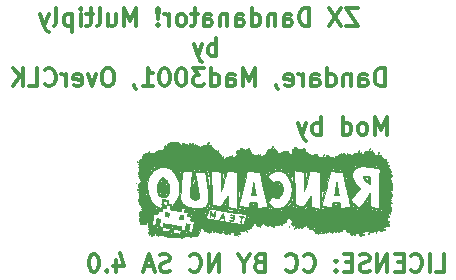
<source format=gbr>
G04 #@! TF.GenerationSoftware,KiCad,Pcbnew,(5.1.8)-1*
G04 #@! TF.CreationDate,2021-04-15T18:07:30+02:00*
G04 #@! TF.ProjectId,ZX Dandanator Mini 2.1b,5a582044-616e-4646-916e-61746f72204d,rev?*
G04 #@! TF.SameCoordinates,Original*
G04 #@! TF.FileFunction,Legend,Bot*
G04 #@! TF.FilePolarity,Positive*
%FSLAX46Y46*%
G04 Gerber Fmt 4.6, Leading zero omitted, Abs format (unit mm)*
G04 Created by KiCad (PCBNEW (5.1.8)-1) date 2021-04-15 18:07:30*
%MOMM*%
%LPD*%
G01*
G04 APERTURE LIST*
%ADD10C,0.300000*%
%ADD11C,0.010000*%
G04 APERTURE END LIST*
D10*
X185059934Y-111983511D02*
X185774220Y-111983511D01*
X185774220Y-110483511D01*
X184559934Y-111983511D02*
X184559934Y-110483511D01*
X182988505Y-111840654D02*
X183059934Y-111912082D01*
X183274220Y-111983511D01*
X183417077Y-111983511D01*
X183631362Y-111912082D01*
X183774220Y-111769225D01*
X183845648Y-111626368D01*
X183917077Y-111340654D01*
X183917077Y-111126368D01*
X183845648Y-110840654D01*
X183774220Y-110697797D01*
X183631362Y-110554940D01*
X183417077Y-110483511D01*
X183274220Y-110483511D01*
X183059934Y-110554940D01*
X182988505Y-110626368D01*
X182345648Y-111197797D02*
X181845648Y-111197797D01*
X181631362Y-111983511D02*
X182345648Y-111983511D01*
X182345648Y-110483511D01*
X181631362Y-110483511D01*
X180988505Y-111983511D02*
X180988505Y-110483511D01*
X180131362Y-111983511D01*
X180131362Y-110483511D01*
X179488505Y-111912082D02*
X179274220Y-111983511D01*
X178917077Y-111983511D01*
X178774220Y-111912082D01*
X178702791Y-111840654D01*
X178631362Y-111697797D01*
X178631362Y-111554940D01*
X178702791Y-111412082D01*
X178774220Y-111340654D01*
X178917077Y-111269225D01*
X179202791Y-111197797D01*
X179345648Y-111126368D01*
X179417077Y-111054940D01*
X179488505Y-110912082D01*
X179488505Y-110769225D01*
X179417077Y-110626368D01*
X179345648Y-110554940D01*
X179202791Y-110483511D01*
X178845648Y-110483511D01*
X178631362Y-110554940D01*
X177988505Y-111197797D02*
X177488505Y-111197797D01*
X177274220Y-111983511D02*
X177988505Y-111983511D01*
X177988505Y-110483511D01*
X177274220Y-110483511D01*
X176631362Y-111840654D02*
X176559934Y-111912082D01*
X176631362Y-111983511D01*
X176702791Y-111912082D01*
X176631362Y-111840654D01*
X176631362Y-111983511D01*
X176631362Y-111054940D02*
X176559934Y-111126368D01*
X176631362Y-111197797D01*
X176702791Y-111126368D01*
X176631362Y-111054940D01*
X176631362Y-111197797D01*
X173917077Y-111840654D02*
X173988505Y-111912082D01*
X174202791Y-111983511D01*
X174345648Y-111983511D01*
X174559934Y-111912082D01*
X174702791Y-111769225D01*
X174774220Y-111626368D01*
X174845648Y-111340654D01*
X174845648Y-111126368D01*
X174774220Y-110840654D01*
X174702791Y-110697797D01*
X174559934Y-110554940D01*
X174345648Y-110483511D01*
X174202791Y-110483511D01*
X173988505Y-110554940D01*
X173917077Y-110626368D01*
X172417077Y-111840654D02*
X172488505Y-111912082D01*
X172702791Y-111983511D01*
X172845648Y-111983511D01*
X173059934Y-111912082D01*
X173202791Y-111769225D01*
X173274220Y-111626368D01*
X173345648Y-111340654D01*
X173345648Y-111126368D01*
X173274220Y-110840654D01*
X173202791Y-110697797D01*
X173059934Y-110554940D01*
X172845648Y-110483511D01*
X172702791Y-110483511D01*
X172488505Y-110554940D01*
X172417077Y-110626368D01*
X170131362Y-111197797D02*
X169917077Y-111269225D01*
X169845648Y-111340654D01*
X169774220Y-111483511D01*
X169774220Y-111697797D01*
X169845648Y-111840654D01*
X169917077Y-111912082D01*
X170059934Y-111983511D01*
X170631362Y-111983511D01*
X170631362Y-110483511D01*
X170131362Y-110483511D01*
X169988505Y-110554940D01*
X169917077Y-110626368D01*
X169845648Y-110769225D01*
X169845648Y-110912082D01*
X169917077Y-111054940D01*
X169988505Y-111126368D01*
X170131362Y-111197797D01*
X170631362Y-111197797D01*
X168845648Y-111269225D02*
X168845648Y-111983511D01*
X169345648Y-110483511D02*
X168845648Y-111269225D01*
X168345648Y-110483511D01*
X166702791Y-111983511D02*
X166702791Y-110483511D01*
X165845648Y-111983511D01*
X165845648Y-110483511D01*
X164274220Y-111840654D02*
X164345648Y-111912082D01*
X164559934Y-111983511D01*
X164702791Y-111983511D01*
X164917077Y-111912082D01*
X165059934Y-111769225D01*
X165131362Y-111626368D01*
X165202791Y-111340654D01*
X165202791Y-111126368D01*
X165131362Y-110840654D01*
X165059934Y-110697797D01*
X164917077Y-110554940D01*
X164702791Y-110483511D01*
X164559934Y-110483511D01*
X164345648Y-110554940D01*
X164274220Y-110626368D01*
X162559934Y-111912082D02*
X162345648Y-111983511D01*
X161988505Y-111983511D01*
X161845648Y-111912082D01*
X161774220Y-111840654D01*
X161702791Y-111697797D01*
X161702791Y-111554940D01*
X161774220Y-111412082D01*
X161845648Y-111340654D01*
X161988505Y-111269225D01*
X162274220Y-111197797D01*
X162417077Y-111126368D01*
X162488505Y-111054940D01*
X162559934Y-110912082D01*
X162559934Y-110769225D01*
X162488505Y-110626368D01*
X162417077Y-110554940D01*
X162274220Y-110483511D01*
X161917077Y-110483511D01*
X161702791Y-110554940D01*
X161131362Y-111554940D02*
X160417077Y-111554940D01*
X161274220Y-111983511D02*
X160774220Y-110483511D01*
X160274220Y-111983511D01*
X157988505Y-110983511D02*
X157988505Y-111983511D01*
X158345648Y-110412082D02*
X158702791Y-111483511D01*
X157774220Y-111483511D01*
X157202791Y-111840654D02*
X157131362Y-111912082D01*
X157202791Y-111983511D01*
X157274220Y-111912082D01*
X157202791Y-111840654D01*
X157202791Y-111983511D01*
X156202791Y-110483511D02*
X156059934Y-110483511D01*
X155917077Y-110554940D01*
X155845648Y-110626368D01*
X155774220Y-110769225D01*
X155702791Y-111054940D01*
X155702791Y-111412082D01*
X155774220Y-111697797D01*
X155845648Y-111840654D01*
X155917077Y-111912082D01*
X156059934Y-111983511D01*
X156202791Y-111983511D01*
X156345648Y-111912082D01*
X156417077Y-111840654D01*
X156488505Y-111697797D01*
X156559934Y-111412082D01*
X156559934Y-111054940D01*
X156488505Y-110769225D01*
X156417077Y-110626368D01*
X156345648Y-110554940D01*
X156202791Y-110483511D01*
X180917091Y-100401111D02*
X180917091Y-98901111D01*
X180417091Y-99972540D01*
X179917091Y-98901111D01*
X179917091Y-100401111D01*
X178988520Y-100401111D02*
X179131377Y-100329682D01*
X179202805Y-100258254D01*
X179274234Y-100115397D01*
X179274234Y-99686825D01*
X179202805Y-99543968D01*
X179131377Y-99472540D01*
X178988520Y-99401111D01*
X178774234Y-99401111D01*
X178631377Y-99472540D01*
X178559948Y-99543968D01*
X178488520Y-99686825D01*
X178488520Y-100115397D01*
X178559948Y-100258254D01*
X178631377Y-100329682D01*
X178774234Y-100401111D01*
X178988520Y-100401111D01*
X177202805Y-100401111D02*
X177202805Y-98901111D01*
X177202805Y-100329682D02*
X177345662Y-100401111D01*
X177631377Y-100401111D01*
X177774234Y-100329682D01*
X177845662Y-100258254D01*
X177917091Y-100115397D01*
X177917091Y-99686825D01*
X177845662Y-99543968D01*
X177774234Y-99472540D01*
X177631377Y-99401111D01*
X177345662Y-99401111D01*
X177202805Y-99472540D01*
X175345662Y-100401111D02*
X175345662Y-98901111D01*
X175345662Y-99472540D02*
X175202805Y-99401111D01*
X174917091Y-99401111D01*
X174774234Y-99472540D01*
X174702805Y-99543968D01*
X174631377Y-99686825D01*
X174631377Y-100115397D01*
X174702805Y-100258254D01*
X174774234Y-100329682D01*
X174917091Y-100401111D01*
X175202805Y-100401111D01*
X175345662Y-100329682D01*
X174131377Y-99401111D02*
X173774234Y-100401111D01*
X173417091Y-99401111D02*
X173774234Y-100401111D01*
X173917091Y-100758254D01*
X173988520Y-100829682D01*
X174131377Y-100901111D01*
X178503185Y-89686151D02*
X177503185Y-89686151D01*
X178503185Y-91186151D01*
X177503185Y-91186151D01*
X177074614Y-89686151D02*
X176074614Y-91186151D01*
X176074614Y-89686151D02*
X177074614Y-91186151D01*
X174360328Y-91186151D02*
X174360328Y-89686151D01*
X174003185Y-89686151D01*
X173788900Y-89757580D01*
X173646042Y-89900437D01*
X173574614Y-90043294D01*
X173503185Y-90329008D01*
X173503185Y-90543294D01*
X173574614Y-90829008D01*
X173646042Y-90971865D01*
X173788900Y-91114722D01*
X174003185Y-91186151D01*
X174360328Y-91186151D01*
X172217471Y-91186151D02*
X172217471Y-90400437D01*
X172288900Y-90257580D01*
X172431757Y-90186151D01*
X172717471Y-90186151D01*
X172860328Y-90257580D01*
X172217471Y-91114722D02*
X172360328Y-91186151D01*
X172717471Y-91186151D01*
X172860328Y-91114722D01*
X172931757Y-90971865D01*
X172931757Y-90829008D01*
X172860328Y-90686151D01*
X172717471Y-90614722D01*
X172360328Y-90614722D01*
X172217471Y-90543294D01*
X171503185Y-90186151D02*
X171503185Y-91186151D01*
X171503185Y-90329008D02*
X171431757Y-90257580D01*
X171288900Y-90186151D01*
X171074614Y-90186151D01*
X170931757Y-90257580D01*
X170860328Y-90400437D01*
X170860328Y-91186151D01*
X169503185Y-91186151D02*
X169503185Y-89686151D01*
X169503185Y-91114722D02*
X169646042Y-91186151D01*
X169931757Y-91186151D01*
X170074614Y-91114722D01*
X170146042Y-91043294D01*
X170217471Y-90900437D01*
X170217471Y-90471865D01*
X170146042Y-90329008D01*
X170074614Y-90257580D01*
X169931757Y-90186151D01*
X169646042Y-90186151D01*
X169503185Y-90257580D01*
X168146042Y-91186151D02*
X168146042Y-90400437D01*
X168217471Y-90257580D01*
X168360328Y-90186151D01*
X168646042Y-90186151D01*
X168788900Y-90257580D01*
X168146042Y-91114722D02*
X168288900Y-91186151D01*
X168646042Y-91186151D01*
X168788900Y-91114722D01*
X168860328Y-90971865D01*
X168860328Y-90829008D01*
X168788900Y-90686151D01*
X168646042Y-90614722D01*
X168288900Y-90614722D01*
X168146042Y-90543294D01*
X167431757Y-90186151D02*
X167431757Y-91186151D01*
X167431757Y-90329008D02*
X167360328Y-90257580D01*
X167217471Y-90186151D01*
X167003185Y-90186151D01*
X166860328Y-90257580D01*
X166788900Y-90400437D01*
X166788900Y-91186151D01*
X165431757Y-91186151D02*
X165431757Y-90400437D01*
X165503185Y-90257580D01*
X165646042Y-90186151D01*
X165931757Y-90186151D01*
X166074614Y-90257580D01*
X165431757Y-91114722D02*
X165574614Y-91186151D01*
X165931757Y-91186151D01*
X166074614Y-91114722D01*
X166146042Y-90971865D01*
X166146042Y-90829008D01*
X166074614Y-90686151D01*
X165931757Y-90614722D01*
X165574614Y-90614722D01*
X165431757Y-90543294D01*
X164931757Y-90186151D02*
X164360328Y-90186151D01*
X164717471Y-89686151D02*
X164717471Y-90971865D01*
X164646042Y-91114722D01*
X164503185Y-91186151D01*
X164360328Y-91186151D01*
X163646042Y-91186151D02*
X163788900Y-91114722D01*
X163860328Y-91043294D01*
X163931757Y-90900437D01*
X163931757Y-90471865D01*
X163860328Y-90329008D01*
X163788900Y-90257580D01*
X163646042Y-90186151D01*
X163431757Y-90186151D01*
X163288900Y-90257580D01*
X163217471Y-90329008D01*
X163146042Y-90471865D01*
X163146042Y-90900437D01*
X163217471Y-91043294D01*
X163288900Y-91114722D01*
X163431757Y-91186151D01*
X163646042Y-91186151D01*
X162503185Y-91186151D02*
X162503185Y-90186151D01*
X162503185Y-90471865D02*
X162431757Y-90329008D01*
X162360328Y-90257580D01*
X162217471Y-90186151D01*
X162074614Y-90186151D01*
X161574614Y-91043294D02*
X161503185Y-91114722D01*
X161574614Y-91186151D01*
X161646042Y-91114722D01*
X161574614Y-91043294D01*
X161574614Y-91186151D01*
X161574614Y-90614722D02*
X161646042Y-89757580D01*
X161574614Y-89686151D01*
X161503185Y-89757580D01*
X161574614Y-90614722D01*
X161574614Y-89686151D01*
X159717471Y-91186151D02*
X159717471Y-89686151D01*
X159217471Y-90757580D01*
X158717471Y-89686151D01*
X158717471Y-91186151D01*
X157360328Y-90186151D02*
X157360328Y-91186151D01*
X158003185Y-90186151D02*
X158003185Y-90971865D01*
X157931757Y-91114722D01*
X157788900Y-91186151D01*
X157574614Y-91186151D01*
X157431757Y-91114722D01*
X157360328Y-91043294D01*
X156431757Y-91186151D02*
X156574614Y-91114722D01*
X156646042Y-90971865D01*
X156646042Y-89686151D01*
X156074614Y-90186151D02*
X155503185Y-90186151D01*
X155860328Y-89686151D02*
X155860328Y-90971865D01*
X155788900Y-91114722D01*
X155646042Y-91186151D01*
X155503185Y-91186151D01*
X155003185Y-91186151D02*
X155003185Y-90186151D01*
X155003185Y-89686151D02*
X155074614Y-89757580D01*
X155003185Y-89829008D01*
X154931757Y-89757580D01*
X155003185Y-89686151D01*
X155003185Y-89829008D01*
X154288900Y-90186151D02*
X154288900Y-91686151D01*
X154288900Y-90257580D02*
X154146042Y-90186151D01*
X153860328Y-90186151D01*
X153717471Y-90257580D01*
X153646042Y-90329008D01*
X153574614Y-90471865D01*
X153574614Y-90900437D01*
X153646042Y-91043294D01*
X153717471Y-91114722D01*
X153860328Y-91186151D01*
X154146042Y-91186151D01*
X154288900Y-91114722D01*
X152717471Y-91186151D02*
X152860328Y-91114722D01*
X152931757Y-90971865D01*
X152931757Y-89686151D01*
X152288900Y-90186151D02*
X151931757Y-91186151D01*
X151574614Y-90186151D02*
X151931757Y-91186151D01*
X152074614Y-91543294D01*
X152146042Y-91614722D01*
X152288900Y-91686151D01*
X166503185Y-93736151D02*
X166503185Y-92236151D01*
X166503185Y-92807580D02*
X166360328Y-92736151D01*
X166074614Y-92736151D01*
X165931757Y-92807580D01*
X165860328Y-92879008D01*
X165788900Y-93021865D01*
X165788900Y-93450437D01*
X165860328Y-93593294D01*
X165931757Y-93664722D01*
X166074614Y-93736151D01*
X166360328Y-93736151D01*
X166503185Y-93664722D01*
X165288900Y-92736151D02*
X164931757Y-93736151D01*
X164574614Y-92736151D02*
X164931757Y-93736151D01*
X165074614Y-94093294D01*
X165146042Y-94164722D01*
X165288900Y-94236151D01*
X180753185Y-96286151D02*
X180753185Y-94786151D01*
X180396042Y-94786151D01*
X180181757Y-94857580D01*
X180038900Y-95000437D01*
X179967471Y-95143294D01*
X179896042Y-95429008D01*
X179896042Y-95643294D01*
X179967471Y-95929008D01*
X180038900Y-96071865D01*
X180181757Y-96214722D01*
X180396042Y-96286151D01*
X180753185Y-96286151D01*
X178610328Y-96286151D02*
X178610328Y-95500437D01*
X178681757Y-95357580D01*
X178824614Y-95286151D01*
X179110328Y-95286151D01*
X179253185Y-95357580D01*
X178610328Y-96214722D02*
X178753185Y-96286151D01*
X179110328Y-96286151D01*
X179253185Y-96214722D01*
X179324614Y-96071865D01*
X179324614Y-95929008D01*
X179253185Y-95786151D01*
X179110328Y-95714722D01*
X178753185Y-95714722D01*
X178610328Y-95643294D01*
X177896042Y-95286151D02*
X177896042Y-96286151D01*
X177896042Y-95429008D02*
X177824614Y-95357580D01*
X177681757Y-95286151D01*
X177467471Y-95286151D01*
X177324614Y-95357580D01*
X177253185Y-95500437D01*
X177253185Y-96286151D01*
X175896042Y-96286151D02*
X175896042Y-94786151D01*
X175896042Y-96214722D02*
X176038900Y-96286151D01*
X176324614Y-96286151D01*
X176467471Y-96214722D01*
X176538900Y-96143294D01*
X176610328Y-96000437D01*
X176610328Y-95571865D01*
X176538900Y-95429008D01*
X176467471Y-95357580D01*
X176324614Y-95286151D01*
X176038900Y-95286151D01*
X175896042Y-95357580D01*
X174538900Y-96286151D02*
X174538900Y-95500437D01*
X174610328Y-95357580D01*
X174753185Y-95286151D01*
X175038900Y-95286151D01*
X175181757Y-95357580D01*
X174538900Y-96214722D02*
X174681757Y-96286151D01*
X175038900Y-96286151D01*
X175181757Y-96214722D01*
X175253185Y-96071865D01*
X175253185Y-95929008D01*
X175181757Y-95786151D01*
X175038900Y-95714722D01*
X174681757Y-95714722D01*
X174538900Y-95643294D01*
X173824614Y-96286151D02*
X173824614Y-95286151D01*
X173824614Y-95571865D02*
X173753185Y-95429008D01*
X173681757Y-95357580D01*
X173538900Y-95286151D01*
X173396042Y-95286151D01*
X172324614Y-96214722D02*
X172467471Y-96286151D01*
X172753185Y-96286151D01*
X172896042Y-96214722D01*
X172967471Y-96071865D01*
X172967471Y-95500437D01*
X172896042Y-95357580D01*
X172753185Y-95286151D01*
X172467471Y-95286151D01*
X172324614Y-95357580D01*
X172253185Y-95500437D01*
X172253185Y-95643294D01*
X172967471Y-95786151D01*
X171538900Y-96214722D02*
X171538900Y-96286151D01*
X171610328Y-96429008D01*
X171681757Y-96500437D01*
X169753185Y-96286151D02*
X169753185Y-94786151D01*
X169253185Y-95857580D01*
X168753185Y-94786151D01*
X168753185Y-96286151D01*
X167396042Y-96286151D02*
X167396042Y-95500437D01*
X167467471Y-95357580D01*
X167610328Y-95286151D01*
X167896042Y-95286151D01*
X168038900Y-95357580D01*
X167396042Y-96214722D02*
X167538900Y-96286151D01*
X167896042Y-96286151D01*
X168038900Y-96214722D01*
X168110328Y-96071865D01*
X168110328Y-95929008D01*
X168038900Y-95786151D01*
X167896042Y-95714722D01*
X167538900Y-95714722D01*
X167396042Y-95643294D01*
X166038900Y-96286151D02*
X166038900Y-94786151D01*
X166038900Y-96214722D02*
X166181757Y-96286151D01*
X166467471Y-96286151D01*
X166610328Y-96214722D01*
X166681757Y-96143294D01*
X166753185Y-96000437D01*
X166753185Y-95571865D01*
X166681757Y-95429008D01*
X166610328Y-95357580D01*
X166467471Y-95286151D01*
X166181757Y-95286151D01*
X166038900Y-95357580D01*
X165467471Y-94786151D02*
X164538900Y-94786151D01*
X165038900Y-95357580D01*
X164824614Y-95357580D01*
X164681757Y-95429008D01*
X164610328Y-95500437D01*
X164538900Y-95643294D01*
X164538900Y-96000437D01*
X164610328Y-96143294D01*
X164681757Y-96214722D01*
X164824614Y-96286151D01*
X165253185Y-96286151D01*
X165396042Y-96214722D01*
X165467471Y-96143294D01*
X163610328Y-94786151D02*
X163467471Y-94786151D01*
X163324614Y-94857580D01*
X163253185Y-94929008D01*
X163181757Y-95071865D01*
X163110328Y-95357580D01*
X163110328Y-95714722D01*
X163181757Y-96000437D01*
X163253185Y-96143294D01*
X163324614Y-96214722D01*
X163467471Y-96286151D01*
X163610328Y-96286151D01*
X163753185Y-96214722D01*
X163824614Y-96143294D01*
X163896042Y-96000437D01*
X163967471Y-95714722D01*
X163967471Y-95357580D01*
X163896042Y-95071865D01*
X163824614Y-94929008D01*
X163753185Y-94857580D01*
X163610328Y-94786151D01*
X162181757Y-94786151D02*
X162038900Y-94786151D01*
X161896042Y-94857580D01*
X161824614Y-94929008D01*
X161753185Y-95071865D01*
X161681757Y-95357580D01*
X161681757Y-95714722D01*
X161753185Y-96000437D01*
X161824614Y-96143294D01*
X161896042Y-96214722D01*
X162038900Y-96286151D01*
X162181757Y-96286151D01*
X162324614Y-96214722D01*
X162396042Y-96143294D01*
X162467471Y-96000437D01*
X162538900Y-95714722D01*
X162538900Y-95357580D01*
X162467471Y-95071865D01*
X162396042Y-94929008D01*
X162324614Y-94857580D01*
X162181757Y-94786151D01*
X160253185Y-96286151D02*
X161110328Y-96286151D01*
X160681757Y-96286151D02*
X160681757Y-94786151D01*
X160824614Y-95000437D01*
X160967471Y-95143294D01*
X161110328Y-95214722D01*
X159538900Y-96214722D02*
X159538900Y-96286151D01*
X159610328Y-96429008D01*
X159681757Y-96500437D01*
X157467471Y-94786151D02*
X157181757Y-94786151D01*
X157038900Y-94857580D01*
X156896042Y-95000437D01*
X156824614Y-95286151D01*
X156824614Y-95786151D01*
X156896042Y-96071865D01*
X157038900Y-96214722D01*
X157181757Y-96286151D01*
X157467471Y-96286151D01*
X157610328Y-96214722D01*
X157753185Y-96071865D01*
X157824614Y-95786151D01*
X157824614Y-95286151D01*
X157753185Y-95000437D01*
X157610328Y-94857580D01*
X157467471Y-94786151D01*
X156324614Y-95286151D02*
X155967471Y-96286151D01*
X155610328Y-95286151D01*
X154467471Y-96214722D02*
X154610328Y-96286151D01*
X154896042Y-96286151D01*
X155038900Y-96214722D01*
X155110328Y-96071865D01*
X155110328Y-95500437D01*
X155038900Y-95357580D01*
X154896042Y-95286151D01*
X154610328Y-95286151D01*
X154467471Y-95357580D01*
X154396042Y-95500437D01*
X154396042Y-95643294D01*
X155110328Y-95786151D01*
X153753185Y-96286151D02*
X153753185Y-95286151D01*
X153753185Y-95571865D02*
X153681757Y-95429008D01*
X153610328Y-95357580D01*
X153467471Y-95286151D01*
X153324614Y-95286151D01*
X151967471Y-96143294D02*
X152038900Y-96214722D01*
X152253185Y-96286151D01*
X152396042Y-96286151D01*
X152610328Y-96214722D01*
X152753185Y-96071865D01*
X152824614Y-95929008D01*
X152896042Y-95643294D01*
X152896042Y-95429008D01*
X152824614Y-95143294D01*
X152753185Y-95000437D01*
X152610328Y-94857580D01*
X152396042Y-94786151D01*
X152253185Y-94786151D01*
X152038900Y-94857580D01*
X151967471Y-94929008D01*
X150610328Y-96286151D02*
X151324614Y-96286151D01*
X151324614Y-94786151D01*
X150110328Y-96286151D02*
X150110328Y-94786151D01*
X149253185Y-96286151D02*
X149896042Y-95429008D01*
X149253185Y-94786151D02*
X150110328Y-95643294D01*
D11*
G36*
X163181605Y-101011045D02*
G01*
X163156834Y-101027792D01*
X163132225Y-101045579D01*
X163109358Y-101042838D01*
X163084130Y-101027792D01*
X163036898Y-101004579D01*
X163003700Y-101003626D01*
X162990049Y-101024944D01*
X162989967Y-101027634D01*
X162985771Y-101045638D01*
X162967846Y-101036684D01*
X162963725Y-101033328D01*
X162923078Y-101014219D01*
X162873370Y-101008789D01*
X162829386Y-101017232D01*
X162810057Y-101031310D01*
X162792652Y-101048162D01*
X162773760Y-101039805D01*
X162762223Y-101028836D01*
X162730687Y-101003913D01*
X162706015Y-101005888D01*
X162689271Y-101019763D01*
X162665605Y-101030362D01*
X162644684Y-101018630D01*
X162621492Y-101008276D01*
X162595845Y-101022335D01*
X162584700Y-101032894D01*
X162548942Y-101058668D01*
X162519003Y-101067894D01*
X162481567Y-101075868D01*
X162430925Y-101096063D01*
X162377937Y-101122891D01*
X162333463Y-101150760D01*
X162308363Y-101174083D01*
X162306846Y-101177084D01*
X162304855Y-101212220D01*
X162313109Y-101246943D01*
X162327491Y-101292708D01*
X162324750Y-101312822D01*
X162304356Y-101311156D01*
X162304310Y-101311139D01*
X162277618Y-101315681D01*
X162268669Y-101328506D01*
X162252239Y-101346683D01*
X162241986Y-101345493D01*
X162225917Y-101351228D01*
X162215976Y-101372555D01*
X162206271Y-101395208D01*
X162186474Y-101403497D01*
X162146323Y-101400626D01*
X162132426Y-101398618D01*
X162085741Y-101393482D01*
X162060869Y-101399275D01*
X162046434Y-101420185D01*
X162041677Y-101432022D01*
X162027154Y-101482168D01*
X162031382Y-101518279D01*
X162048614Y-101546637D01*
X162072721Y-101566633D01*
X162105722Y-101563349D01*
X162115809Y-101559756D01*
X162150617Y-101551544D01*
X162160233Y-101559380D01*
X162146615Y-101574261D01*
X162136245Y-101575894D01*
X162110761Y-101586579D01*
X162106271Y-101593849D01*
X162087006Y-101606542D01*
X162048195Y-101613243D01*
X162044301Y-101613396D01*
X162006441Y-101617929D01*
X161994561Y-101631981D01*
X161996490Y-101646241D01*
X161997456Y-101663276D01*
X161984482Y-101672711D01*
X161950678Y-101676722D01*
X161897601Y-101677494D01*
X161838789Y-101678478D01*
X161804324Y-101683916D01*
X161784693Y-101697539D01*
X161770385Y-101723077D01*
X161768053Y-101728294D01*
X161745951Y-101768222D01*
X161726872Y-101776843D01*
X161708108Y-101757759D01*
X161685254Y-101736752D01*
X161645055Y-101710758D01*
X161631994Y-101703608D01*
X161569421Y-101670791D01*
X161506296Y-101737642D01*
X161466847Y-101774014D01*
X161433093Y-101795872D01*
X161418551Y-101799024D01*
X161388580Y-101806837D01*
X161351569Y-101834226D01*
X161316709Y-101871533D01*
X161293194Y-101909099D01*
X161289242Y-101934880D01*
X161290025Y-101959839D01*
X161282226Y-101965360D01*
X161252677Y-101970992D01*
X161238752Y-101975639D01*
X161217346Y-101974440D01*
X161211967Y-101950239D01*
X161203289Y-101920150D01*
X161184311Y-101918116D01*
X161166104Y-101944194D01*
X161148966Y-101974931D01*
X161139591Y-101984309D01*
X161113929Y-101986943D01*
X161069712Y-101980678D01*
X161020105Y-101968484D01*
X160978274Y-101953327D01*
X160962942Y-101944490D01*
X160935367Y-101935947D01*
X160925934Y-101938827D01*
X160901763Y-101937360D01*
X160862108Y-101921432D01*
X160818384Y-101897163D01*
X160782004Y-101870672D01*
X160766625Y-101853417D01*
X160744747Y-101832128D01*
X160725984Y-101836146D01*
X160720900Y-101854249D01*
X160710167Y-101881045D01*
X160683255Y-101919071D01*
X160670984Y-101933255D01*
X160637862Y-101966266D01*
X160615950Y-101976219D01*
X160595879Y-101966957D01*
X160593493Y-101965023D01*
X160569416Y-101950692D01*
X160553586Y-101962205D01*
X160551567Y-101965360D01*
X160535500Y-101979965D01*
X160512640Y-101968162D01*
X160510206Y-101966168D01*
X160484970Y-101952987D01*
X160459642Y-101965311D01*
X160452549Y-101971490D01*
X160417300Y-101993417D01*
X160393600Y-101999227D01*
X160359103Y-102011166D01*
X160326379Y-102039499D01*
X160305816Y-102073003D01*
X160304786Y-102095215D01*
X160304815Y-102125949D01*
X160292026Y-102166574D01*
X160272123Y-102204928D01*
X160250810Y-102228846D01*
X160240868Y-102231505D01*
X160226425Y-102242216D01*
X160224383Y-102261447D01*
X160219294Y-102294027D01*
X160210272Y-102305651D01*
X160200097Y-102327546D01*
X160193961Y-102370861D01*
X160193145Y-102395492D01*
X160191613Y-102443121D01*
X160184653Y-102464363D01*
X160168713Y-102466646D01*
X160160254Y-102464308D01*
X160134435Y-102464139D01*
X160116066Y-102488414D01*
X160108850Y-102506978D01*
X160090336Y-102560086D01*
X160057825Y-102525190D01*
X160024166Y-102497009D01*
X160001534Y-102492818D01*
X159995359Y-102512831D01*
X159997320Y-102522811D01*
X159994381Y-102550825D01*
X159965429Y-102565467D01*
X159938224Y-102580997D01*
X159924757Y-102603564D01*
X159929266Y-102621728D01*
X159943108Y-102625760D01*
X159953552Y-102638846D01*
X159951000Y-102657843D01*
X159953802Y-102696245D01*
X159966320Y-102715428D01*
X159983111Y-102737997D01*
X159973051Y-102756265D01*
X159966124Y-102762259D01*
X159948673Y-102789973D01*
X159949131Y-102806273D01*
X159944080Y-102826077D01*
X159932969Y-102828960D01*
X159910983Y-102842527D01*
X159908100Y-102854360D01*
X159918869Y-102877182D01*
X159940399Y-102874988D01*
X159948717Y-102865604D01*
X159973132Y-102855185D01*
X160016399Y-102860173D01*
X160049509Y-102871410D01*
X160082565Y-102873592D01*
X160093959Y-102863487D01*
X160110320Y-102852852D01*
X160116533Y-102857594D01*
X160117261Y-102881911D01*
X160103795Y-102907054D01*
X160088240Y-102915073D01*
X160036855Y-102913409D01*
X160014108Y-102926758D01*
X160013913Y-102944843D01*
X160007455Y-102979539D01*
X159990488Y-102995787D01*
X159965115Y-103019109D01*
X159958900Y-103033923D01*
X159949776Y-103059098D01*
X159927451Y-103096404D01*
X159923880Y-103101513D01*
X159902496Y-103136082D01*
X159905648Y-103151245D01*
X159935458Y-103152982D01*
X159941967Y-103152487D01*
X159966780Y-103164730D01*
X159987523Y-103194105D01*
X159999225Y-103222806D01*
X159994461Y-103226107D01*
X159984797Y-103218840D01*
X159960745Y-103209763D01*
X159952358Y-103215313D01*
X159943242Y-103243039D01*
X159935758Y-103287762D01*
X159930769Y-103338619D01*
X159929138Y-103384747D01*
X159931725Y-103415283D01*
X159935984Y-103421627D01*
X159953076Y-103434664D01*
X159976722Y-103465298D01*
X159998372Y-103500818D01*
X160009473Y-103528509D01*
X160009700Y-103531214D01*
X159996331Y-103535894D01*
X159975833Y-103531694D01*
X159948369Y-103530510D01*
X159941967Y-103547486D01*
X159933167Y-103570743D01*
X159925033Y-103574027D01*
X159908592Y-103561141D01*
X159908100Y-103557094D01*
X159897041Y-103541397D01*
X159871143Y-103546555D01*
X159848713Y-103563262D01*
X159834900Y-103588192D01*
X159844842Y-103605596D01*
X159855000Y-103629033D01*
X159845045Y-103643855D01*
X159839867Y-103668094D01*
X159855711Y-103695705D01*
X159882885Y-103715794D01*
X159910846Y-103717813D01*
X159943987Y-103719822D01*
X159969611Y-103747517D01*
X159982779Y-103792816D01*
X159981513Y-103833454D01*
X159971749Y-103874495D01*
X159957099Y-103888880D01*
X159939684Y-103886569D01*
X159914672Y-103886517D01*
X159908100Y-103911553D01*
X159918014Y-103939320D01*
X159948360Y-103946561D01*
X159988852Y-103956674D01*
X160009700Y-103971961D01*
X160041847Y-103993638D01*
X160060245Y-103997361D01*
X160080916Y-104010172D01*
X160085315Y-104041200D01*
X160074114Y-104079338D01*
X160053559Y-104108320D01*
X160031163Y-104145583D01*
X160029268Y-104183621D01*
X160048065Y-104209560D01*
X160052033Y-104211370D01*
X160073450Y-104234463D01*
X160077433Y-104253172D01*
X160089329Y-104279923D01*
X160104645Y-104285227D01*
X160123804Y-104275020D01*
X160121772Y-104258948D01*
X160120589Y-104241468D01*
X160128427Y-104243014D01*
X160142706Y-104264066D01*
X160143321Y-104289617D01*
X160129882Y-104302160D01*
X160129744Y-104302160D01*
X160112791Y-104316541D01*
X160090543Y-104352611D01*
X160067895Y-104399761D01*
X160049741Y-104447385D01*
X160040976Y-104484874D01*
X160041120Y-104494223D01*
X160038578Y-104516358D01*
X160014799Y-104515415D01*
X160011669Y-104514452D01*
X159964100Y-104513095D01*
X159927767Y-104536284D01*
X159906565Y-104575504D01*
X159904391Y-104622240D01*
X159925139Y-104667976D01*
X159936006Y-104679843D01*
X159963502Y-104710420D01*
X159975524Y-104732731D01*
X159975541Y-104733114D01*
X159966625Y-104737379D01*
X159955514Y-104728880D01*
X159926242Y-104709742D01*
X159906859Y-104721753D01*
X159896612Y-104765651D01*
X159895069Y-104788136D01*
X159897644Y-104848561D01*
X159914148Y-104889729D01*
X159926133Y-104904464D01*
X159960660Y-104941217D01*
X159921680Y-104953517D01*
X159875473Y-104964667D01*
X159848833Y-104968422D01*
X159826290Y-104979414D01*
X159816971Y-105011253D01*
X159819689Y-105069048D01*
X159821728Y-105085327D01*
X159837619Y-105095065D01*
X159863955Y-105098027D01*
X159901318Y-105109600D01*
X159920858Y-105146402D01*
X159925033Y-105192545D01*
X159916691Y-105224862D01*
X159890167Y-105233494D01*
X159866753Y-105240012D01*
X159865767Y-105250427D01*
X159889779Y-105264923D01*
X159907288Y-105267361D01*
X159938402Y-105279499D01*
X159948090Y-105292761D01*
X159970721Y-105315287D01*
X159983769Y-105318161D01*
X160003359Y-105331187D01*
X160009430Y-105358781D01*
X160000117Y-105383713D01*
X159991443Y-105389157D01*
X159978054Y-105408884D01*
X159970574Y-105447952D01*
X159970042Y-105492185D01*
X159977499Y-105527410D01*
X159980857Y-105533319D01*
X159986429Y-105564126D01*
X159981952Y-105575652D01*
X159967001Y-105622372D01*
X159964296Y-105683584D01*
X159973458Y-105742354D01*
X159986358Y-105772411D01*
X160003737Y-105803107D01*
X160000067Y-105819946D01*
X159982059Y-105832039D01*
X159939310Y-105847604D01*
X159916567Y-105850760D01*
X159888895Y-105862858D01*
X159880581Y-105893785D01*
X159883954Y-105946171D01*
X159903110Y-105972522D01*
X159933500Y-105978561D01*
X159969841Y-105990525D01*
X159988839Y-106028302D01*
X159992767Y-106073821D01*
X159984855Y-106105853D01*
X159968477Y-106110536D01*
X159945768Y-106115342D01*
X159942183Y-106122494D01*
X159954141Y-106140087D01*
X159967062Y-106145016D01*
X159997748Y-106159956D01*
X160034597Y-106188283D01*
X160035584Y-106189193D01*
X160062479Y-106217414D01*
X160067343Y-106241059D01*
X160052899Y-106276524D01*
X160050795Y-106280755D01*
X160035389Y-106326007D01*
X160038684Y-106356329D01*
X160059422Y-106364980D01*
X160066213Y-106363301D01*
X160082865Y-106343144D01*
X160085828Y-106326037D01*
X160100780Y-106298378D01*
X160125881Y-106289143D01*
X160154022Y-106288921D01*
X160156455Y-106305100D01*
X160153593Y-106312813D01*
X160134359Y-106368644D01*
X160133043Y-106403199D01*
X160146972Y-106422158D01*
X160160283Y-106433770D01*
X160143491Y-106430345D01*
X160142602Y-106430063D01*
X160116081Y-106435258D01*
X160104733Y-106458099D01*
X160094766Y-106507026D01*
X160101018Y-106530553D01*
X160126574Y-106534493D01*
X160143784Y-106531710D01*
X160177066Y-106527022D01*
X160186540Y-106537504D01*
X160178948Y-106571521D01*
X160178141Y-106574338D01*
X160170207Y-106614989D01*
X160171782Y-106640888D01*
X160172057Y-106641371D01*
X160166817Y-106653856D01*
X160154633Y-106655894D01*
X160132448Y-106660254D01*
X160131884Y-106678541D01*
X160145763Y-106707807D01*
X160170059Y-106734208D01*
X160188096Y-106740561D01*
X160207612Y-106755835D01*
X160212900Y-106792360D01*
X160208675Y-106825295D01*
X160198411Y-106835113D01*
X160197495Y-106834638D01*
X160165638Y-106831686D01*
X160135908Y-106854233D01*
X160121037Y-106885461D01*
X160110784Y-106926311D01*
X160076558Y-106892085D01*
X160044852Y-106870955D01*
X160020824Y-106871461D01*
X160013509Y-106891855D01*
X160016689Y-106903682D01*
X160010227Y-106928168D01*
X159983977Y-106943883D01*
X159953642Y-106962044D01*
X159941536Y-106981638D01*
X159951881Y-106993731D01*
X159960041Y-106994561D01*
X159970467Y-107007671D01*
X159967791Y-107027090D01*
X159970041Y-107065072D01*
X159981336Y-107081916D01*
X159996159Y-107102869D01*
X159989100Y-107127952D01*
X159980105Y-107142520D01*
X159966223Y-107170140D01*
X159968656Y-107180827D01*
X159967777Y-107188930D01*
X159949463Y-107204843D01*
X159928844Y-107227356D01*
X159928884Y-107241122D01*
X159950599Y-107243103D01*
X159962724Y-107236348D01*
X160005359Y-107220658D01*
X160053376Y-107225508D01*
X160073200Y-107236009D01*
X160103051Y-107241635D01*
X160119767Y-107231627D01*
X160140066Y-107220694D01*
X160144908Y-107225320D01*
X160136147Y-107252690D01*
X160118165Y-107276354D01*
X160104690Y-107282025D01*
X160080675Y-107283138D01*
X160060017Y-107287460D01*
X160033330Y-107302789D01*
X160027886Y-107321860D01*
X160045969Y-107332970D01*
X160051089Y-107333227D01*
X160077852Y-107342560D01*
X160111345Y-107365020D01*
X160141854Y-107392298D01*
X160159671Y-107416085D01*
X160159569Y-107426040D01*
X160141901Y-107422927D01*
X160114277Y-107400241D01*
X160113003Y-107398887D01*
X160087187Y-107376266D01*
X160077375Y-107381804D01*
X160077174Y-107385068D01*
X160073550Y-107399908D01*
X160063120Y-107387687D01*
X160037958Y-107374347D01*
X160021046Y-107376799D01*
X159997671Y-107393605D01*
X159994244Y-107411246D01*
X160009700Y-107417894D01*
X160023403Y-107431787D01*
X160025297Y-107447527D01*
X160020960Y-107463574D01*
X160015419Y-107455994D01*
X159994997Y-107436189D01*
X159966217Y-107445994D01*
X159948605Y-107464461D01*
X159928636Y-107500679D01*
X159928065Y-107525577D01*
X159946415Y-107531391D01*
X159952585Y-107529478D01*
X159983328Y-107533220D01*
X160010784Y-107560132D01*
X160025513Y-107600080D01*
X160026095Y-107608394D01*
X160013034Y-107633350D01*
X159992767Y-107638027D01*
X159967977Y-107646010D01*
X159959250Y-107675714D01*
X159958900Y-107688827D01*
X159966473Y-107729158D01*
X159984300Y-107739627D01*
X160006835Y-107730484D01*
X160009700Y-107722694D01*
X160022816Y-107706545D01*
X160028445Y-107705760D01*
X160039768Y-107718078D01*
X160037443Y-107731160D01*
X160040290Y-107752307D01*
X160059220Y-107756560D01*
X160091544Y-107769308D01*
X160102609Y-107803421D01*
X160090835Y-107852706D01*
X160086225Y-107862597D01*
X160070606Y-107898996D01*
X160072860Y-107919865D01*
X160090219Y-107936251D01*
X160128208Y-107954705D01*
X160165870Y-107958260D01*
X160191387Y-107947129D01*
X160195967Y-107934360D01*
X160181302Y-107913899D01*
X160154633Y-107908960D01*
X160118911Y-107902905D01*
X160103136Y-107892517D01*
X160110574Y-107881997D01*
X160144391Y-107878146D01*
X160152937Y-107878327D01*
X160196858Y-107885901D01*
X160212898Y-107902985D01*
X160212900Y-107903238D01*
X160221450Y-107924830D01*
X160243253Y-107922745D01*
X160272542Y-107901326D01*
X160303550Y-107864915D01*
X160330509Y-107817856D01*
X160332600Y-107813106D01*
X160353104Y-107755807D01*
X160353771Y-107721920D01*
X160333983Y-107706972D01*
X160317734Y-107705222D01*
X160300388Y-107702059D01*
X160309659Y-107689537D01*
X160322884Y-107679153D01*
X160345053Y-107658273D01*
X160340026Y-107643731D01*
X160331351Y-107637618D01*
X160293896Y-107624314D01*
X160267933Y-107621353D01*
X160238191Y-107614648D01*
X160229833Y-107603838D01*
X160243606Y-107594156D01*
X160269733Y-107596596D01*
X160317046Y-107592723D01*
X160324740Y-107587227D01*
X160212900Y-107587227D01*
X160207123Y-107603720D01*
X160205433Y-107604160D01*
X160190976Y-107592295D01*
X160187500Y-107587227D01*
X160188843Y-107571623D01*
X160194967Y-107570294D01*
X160212211Y-107582586D01*
X160212900Y-107587227D01*
X160324740Y-107587227D01*
X160339700Y-107576542D01*
X160361046Y-107556855D01*
X160363788Y-107563877D01*
X160357549Y-107584972D01*
X160354515Y-107616431D01*
X160376502Y-107631563D01*
X160380190Y-107632586D01*
X160408209Y-107653398D01*
X160411342Y-107676098D01*
X160416423Y-107707879D01*
X160432920Y-107716991D01*
X160449065Y-107700704D01*
X160452895Y-107685743D01*
X160469404Y-107650869D01*
X160497606Y-107641717D01*
X160525674Y-107659865D01*
X160534120Y-107674895D01*
X160555774Y-107712541D01*
X160589481Y-107758120D01*
X160600363Y-107771009D01*
X160634574Y-107806190D01*
X160663832Y-107820114D01*
X160703518Y-107818609D01*
X160719360Y-107816087D01*
X160764077Y-107810825D01*
X160784394Y-107816401D01*
X160788633Y-107831272D01*
X160779933Y-107854746D01*
X160771700Y-107858160D01*
X160756862Y-107871953D01*
X160754767Y-107884702D01*
X160744697Y-107903326D01*
X160722325Y-107900946D01*
X160692022Y-107898584D01*
X160681109Y-107904847D01*
X160680104Y-107929078D01*
X160695411Y-107950458D01*
X160716071Y-107954213D01*
X160717237Y-107953558D01*
X160729062Y-107960517D01*
X160737847Y-107989702D01*
X160742471Y-108029527D01*
X160741810Y-108068404D01*
X160734742Y-108094747D01*
X160731276Y-108098427D01*
X160727090Y-108118529D01*
X160743706Y-108143160D01*
X160761093Y-108174088D01*
X160774291Y-108217755D01*
X160781587Y-108263170D01*
X160781265Y-108299344D01*
X160771612Y-108315286D01*
X160770567Y-108315360D01*
X160756820Y-108329212D01*
X160754767Y-108342596D01*
X160763037Y-108361255D01*
X160792778Y-108360248D01*
X160797100Y-108359207D01*
X160828629Y-108356110D01*
X160839036Y-108372819D01*
X160839433Y-108381772D01*
X160831996Y-108414141D01*
X160823055Y-108425084D01*
X160814185Y-108447185D01*
X160816217Y-108482914D01*
X160817259Y-108522258D01*
X160797653Y-108541405D01*
X160797562Y-108541440D01*
X160777573Y-108562698D01*
X160780140Y-108586210D01*
X160781416Y-108613627D01*
X160763843Y-108620160D01*
X160734593Y-108632156D01*
X160727882Y-108664597D01*
X160744267Y-108712171D01*
X160752680Y-108726851D01*
X160774386Y-108770646D01*
X160773096Y-108797288D01*
X160769349Y-108802005D01*
X160759408Y-108828822D01*
X160762747Y-108839507D01*
X160786349Y-108850157D01*
X160822167Y-108842544D01*
X160856804Y-108820559D01*
X160866856Y-108809264D01*
X160882684Y-108793832D01*
X160893444Y-108807674D01*
X160897501Y-108819582D01*
X160913094Y-108845219D01*
X160943527Y-108848747D01*
X160956091Y-108846596D01*
X160988812Y-108843389D01*
X161001287Y-108858007D01*
X161003122Y-108889542D01*
X161006231Y-108933426D01*
X161019840Y-108950719D01*
X161050373Y-108944205D01*
X161087133Y-108925967D01*
X161132485Y-108904329D01*
X161167767Y-108892106D01*
X161175135Y-108891094D01*
X161204936Y-108877266D01*
X161235889Y-108844242D01*
X161257736Y-108804714D01*
X161262203Y-108783376D01*
X161257693Y-108763121D01*
X161237037Y-108758179D01*
X161203500Y-108762977D01*
X161162968Y-108767525D01*
X161146258Y-108759026D01*
X161144233Y-108747509D01*
X161158445Y-108722707D01*
X161188935Y-108703927D01*
X161229495Y-108696059D01*
X161261984Y-108712644D01*
X161264817Y-108715150D01*
X161293108Y-108733420D01*
X161317295Y-108725534D01*
X161321529Y-108722179D01*
X161338637Y-108698465D01*
X161338077Y-108686453D01*
X161339908Y-108663328D01*
X161356078Y-108630731D01*
X161383064Y-108589546D01*
X161424516Y-108627962D01*
X161457820Y-108663387D01*
X161463797Y-108682108D01*
X161445063Y-108683660D01*
X161430501Y-108695402D01*
X161425076Y-108738915D01*
X161425067Y-108751394D01*
X161421173Y-108801181D01*
X161408666Y-108822782D01*
X161405448Y-108823360D01*
X161379996Y-108833686D01*
X161376803Y-108855853D01*
X161395344Y-108876644D01*
X161407751Y-108881378D01*
X161450373Y-108887942D01*
X161469098Y-108876406D01*
X161470997Y-108844527D01*
X161474338Y-108814914D01*
X161483697Y-108806427D01*
X161499370Y-108819337D01*
X161499833Y-108823360D01*
X161514386Y-108835869D01*
X161544240Y-108840294D01*
X161574180Y-108842940D01*
X161575438Y-108855009D01*
X161566196Y-108867345D01*
X161546570Y-108901148D01*
X161538463Y-108934901D01*
X161543936Y-108956393D01*
X161550740Y-108958827D01*
X161565972Y-108945247D01*
X161567567Y-108935263D01*
X161582004Y-108913952D01*
X161609900Y-108901074D01*
X161641615Y-108887476D01*
X161652233Y-108873838D01*
X161664929Y-108857658D01*
X161668635Y-108857227D01*
X161677465Y-108869829D01*
X161674260Y-108885312D01*
X161671813Y-108903447D01*
X161689450Y-108907120D01*
X161718511Y-108902392D01*
X161766965Y-108899729D01*
X161806020Y-108908769D01*
X161833182Y-108917203D01*
X161838500Y-108909154D01*
X161851458Y-108899292D01*
X161868133Y-108901689D01*
X161887449Y-108906347D01*
X161876630Y-108896048D01*
X161872367Y-108892950D01*
X161833461Y-108876854D01*
X161814511Y-108874420D01*
X161791296Y-108870673D01*
X161795587Y-108862354D01*
X161821990Y-108852917D01*
X161858018Y-108846569D01*
X161899803Y-108836245D01*
X161925158Y-108820106D01*
X161925539Y-108819522D01*
X161942263Y-108812124D01*
X161971481Y-108830443D01*
X161982906Y-108840738D01*
X162013868Y-108867141D01*
X162033068Y-108878561D01*
X162034598Y-108878394D01*
X162056630Y-108873850D01*
X162059953Y-108893508D01*
X162049267Y-108920727D01*
X162028984Y-108965200D01*
X162027659Y-108987369D01*
X162041700Y-108992694D01*
X162056723Y-108978979D01*
X162058633Y-108967294D01*
X162071014Y-108944818D01*
X162081750Y-108941894D01*
X162110428Y-108932066D01*
X162147491Y-108908362D01*
X162148300Y-108907729D01*
X162180306Y-108888789D01*
X162200495Y-108888123D01*
X162201489Y-108889350D01*
X162198037Y-108908037D01*
X162189972Y-108912729D01*
X162177961Y-108927171D01*
X162181329Y-108933860D01*
X162203636Y-108936604D01*
X162239850Y-108924392D01*
X162240595Y-108924021D01*
X162287040Y-108901265D01*
X162308267Y-108893228D01*
X162309127Y-108899040D01*
X162297860Y-108913740D01*
X162286199Y-108935562D01*
X162291791Y-108941894D01*
X162308265Y-108956268D01*
X162319587Y-108984227D01*
X162336367Y-109019134D01*
X162357010Y-109022835D01*
X162374885Y-108994837D01*
X162376763Y-108988460D01*
X162384741Y-108962444D01*
X162390541Y-108967306D01*
X162397038Y-108992694D01*
X162418658Y-109026130D01*
X162454952Y-109042834D01*
X162491841Y-109037783D01*
X162502072Y-109030162D01*
X162526379Y-109025154D01*
X162561395Y-109033633D01*
X162591128Y-109049987D01*
X162600368Y-109064660D01*
X162611739Y-109077279D01*
X162635140Y-109073432D01*
X162655192Y-109056543D01*
X162657424Y-109051960D01*
X162678511Y-109032314D01*
X162710172Y-109027153D01*
X162735383Y-109037974D01*
X162739215Y-109044772D01*
X162757709Y-109057558D01*
X162790260Y-109052086D01*
X162825911Y-109032928D01*
X162840494Y-109018094D01*
X162634367Y-109018094D01*
X162625900Y-109026560D01*
X162617433Y-109018094D01*
X162625900Y-109009627D01*
X162634367Y-109018094D01*
X162840494Y-109018094D01*
X162853705Y-109004657D01*
X162859002Y-108994782D01*
X162877967Y-108950360D01*
X162884056Y-108994488D01*
X162891159Y-109022243D01*
X162908932Y-109033820D01*
X162947634Y-109034452D01*
X162960696Y-109033590D01*
X163010413Y-109034639D01*
X163047485Y-109043432D01*
X163053690Y-109047192D01*
X163075822Y-109054279D01*
X163099193Y-109032826D01*
X163101744Y-109029257D01*
X163130394Y-108998851D01*
X163151273Y-108996328D01*
X163159559Y-109022265D01*
X163159559Y-109022327D01*
X163168978Y-109062779D01*
X163176493Y-109077360D01*
X163192733Y-109093796D01*
X163207918Y-109079858D01*
X163208386Y-109079134D01*
X163231851Y-109064187D01*
X163278076Y-109063160D01*
X163296350Y-109065265D01*
X163348864Y-109067748D01*
X163391148Y-109062037D01*
X163399595Y-109058700D01*
X163430752Y-109053278D01*
X163469509Y-109071794D01*
X163479602Y-109078980D01*
X163529223Y-109104876D01*
X163574224Y-109104259D01*
X163605585Y-109100442D01*
X163608453Y-109110548D01*
X163609790Y-109126606D01*
X163616642Y-109128160D01*
X163628150Y-109115151D01*
X163625607Y-109096311D01*
X163625065Y-109074987D01*
X163644202Y-109058870D01*
X163689668Y-109042568D01*
X163693135Y-109041538D01*
X163741301Y-109024202D01*
X163762105Y-109006816D01*
X163762955Y-108988721D01*
X163763282Y-108963906D01*
X163770485Y-108958827D01*
X163785398Y-108971760D01*
X163785833Y-108975760D01*
X163798844Y-108989526D01*
X163826343Y-108991800D01*
X163851031Y-108982777D01*
X163856654Y-108974966D01*
X163875381Y-108968647D01*
X163918920Y-108980912D01*
X163928257Y-108984688D01*
X163976330Y-109000593D01*
X164001731Y-108997630D01*
X164005597Y-108993292D01*
X164028375Y-108982949D01*
X164060664Y-108990957D01*
X164101159Y-109000122D01*
X164120511Y-108985248D01*
X164124500Y-108954193D01*
X164116761Y-108930534D01*
X164096705Y-108932003D01*
X164078406Y-108936517D01*
X164085665Y-108922619D01*
X164091200Y-108915811D01*
X164110353Y-108897820D01*
X164123720Y-108907618D01*
X164128303Y-108915424D01*
X164153352Y-108938303D01*
X164167675Y-108941894D01*
X164187355Y-108956218D01*
X164192233Y-108978583D01*
X164196337Y-109002866D01*
X164203375Y-109004130D01*
X164223874Y-109003349D01*
X164235514Y-109010414D01*
X164287687Y-109034281D01*
X164342165Y-109027125D01*
X164373500Y-109006371D01*
X164399905Y-108985178D01*
X164412245Y-108982393D01*
X164412367Y-108983349D01*
X164422567Y-108986147D01*
X164434974Y-108978079D01*
X164464604Y-108967527D01*
X164513285Y-108962598D01*
X164537506Y-108962795D01*
X164597221Y-108960146D01*
X164629312Y-108946476D01*
X164631316Y-108943809D01*
X164643780Y-108933427D01*
X164446233Y-108933427D01*
X164437767Y-108941894D01*
X164429300Y-108933427D01*
X164437767Y-108924960D01*
X164446233Y-108933427D01*
X164643780Y-108933427D01*
X164646922Y-108930810D01*
X164657496Y-108941240D01*
X164681624Y-108953999D01*
X164693480Y-108952046D01*
X164714100Y-108956246D01*
X164717167Y-108967825D01*
X164727380Y-108989887D01*
X164752946Y-108987031D01*
X164778133Y-108968013D01*
X164808796Y-108951731D01*
X164826913Y-108952581D01*
X164861815Y-108956564D01*
X164874810Y-108940857D01*
X164860556Y-108914715D01*
X164852624Y-108908020D01*
X164843938Y-108901468D01*
X164525079Y-108901468D01*
X164522433Y-108908027D01*
X164507217Y-108924181D01*
X164504501Y-108924960D01*
X164497228Y-108911859D01*
X164497033Y-108908027D01*
X164510051Y-108891745D01*
X164514966Y-108891094D01*
X164525079Y-108901468D01*
X164843938Y-108901468D01*
X164815219Y-108879805D01*
X164068056Y-108879805D01*
X164065731Y-108889872D01*
X164056767Y-108891094D01*
X164042829Y-108884898D01*
X164045478Y-108879805D01*
X164065574Y-108877778D01*
X164068056Y-108879805D01*
X164815219Y-108879805D01*
X164814142Y-108878993D01*
X164858788Y-108870458D01*
X164892097Y-108869812D01*
X164903434Y-108879895D01*
X164910552Y-108888351D01*
X164921936Y-108879365D01*
X164931570Y-108853265D01*
X164921205Y-108824927D01*
X164910840Y-108795685D01*
X164924186Y-108780634D01*
X164929076Y-108778591D01*
X164947895Y-108758686D01*
X164947271Y-108744975D01*
X164948442Y-108724900D01*
X164965125Y-108724487D01*
X164979804Y-108738970D01*
X164999225Y-108748066D01*
X165018073Y-108735087D01*
X165021967Y-108720761D01*
X165008026Y-108707125D01*
X164993180Y-108704827D01*
X164974500Y-108700242D01*
X164984714Y-108684507D01*
X165003791Y-108655621D01*
X164992491Y-108639556D01*
X164973516Y-108637094D01*
X164955024Y-108633847D01*
X164949286Y-108618391D01*
X164954716Y-108582148D01*
X164959436Y-108560894D01*
X164976873Y-108484694D01*
X165068965Y-108484694D01*
X165121426Y-108483456D01*
X165146819Y-108478059D01*
X165151903Y-108465976D01*
X165148276Y-108455060D01*
X165133922Y-108418313D01*
X165117153Y-108371081D01*
X165116921Y-108370394D01*
X165101137Y-108333480D01*
X165086985Y-108315657D01*
X165085557Y-108315360D01*
X165073118Y-108302361D01*
X165072767Y-108298427D01*
X165086885Y-108284476D01*
X165105222Y-108281494D01*
X165136214Y-108271831D01*
X165145965Y-108260327D01*
X165161035Y-108255580D01*
X165190212Y-108280996D01*
X165193943Y-108285255D01*
X165234078Y-108319139D01*
X165277695Y-108325959D01*
X165280755Y-108325623D01*
X165318988Y-108317894D01*
X165338647Y-108309125D01*
X165358194Y-108308718D01*
X165382507Y-108329536D01*
X165403085Y-108361644D01*
X165411434Y-108394185D01*
X165418322Y-108424717D01*
X165430440Y-108433894D01*
X165439815Y-108441581D01*
X165428982Y-108458552D01*
X165416718Y-108489811D01*
X165434288Y-108511533D01*
X165471700Y-108518560D01*
X165503041Y-108524484D01*
X165513034Y-108535494D01*
X165527152Y-108549445D01*
X165545489Y-108552427D01*
X165575180Y-108560240D01*
X165583721Y-108569757D01*
X165602366Y-108580816D01*
X165636495Y-108578251D01*
X165672519Y-108565806D01*
X165696849Y-108547227D01*
X165700374Y-108537610D01*
X165705042Y-108526584D01*
X165716917Y-108548614D01*
X165735927Y-108576209D01*
X165767765Y-108578102D01*
X165775110Y-108576412D01*
X165804952Y-108572598D01*
X165816267Y-108587804D01*
X165817834Y-108617325D01*
X165823308Y-108661411D01*
X165842679Y-108678675D01*
X165880369Y-108670827D01*
X165914112Y-108654509D01*
X165957931Y-108633168D01*
X165990389Y-108621139D01*
X165996562Y-108620160D01*
X166022291Y-108607008D01*
X166052935Y-108575697D01*
X166078442Y-108538447D01*
X166088767Y-108508081D01*
X166082236Y-108490787D01*
X166057035Y-108487859D01*
X166029500Y-108492043D01*
X165988956Y-108496587D01*
X165972246Y-108488079D01*
X165970234Y-108476631D01*
X165984179Y-108450978D01*
X166014422Y-108429968D01*
X166049299Y-108418734D01*
X166071549Y-108428951D01*
X166081342Y-108440921D01*
X166109938Y-108460987D01*
X166139259Y-108457885D01*
X166155880Y-108434145D01*
X166156500Y-108426755D01*
X166163300Y-108391736D01*
X166179376Y-108352709D01*
X166198244Y-108323173D01*
X166210018Y-108315360D01*
X166223512Y-108328602D01*
X166224234Y-108334660D01*
X166236415Y-108359480D01*
X166253867Y-108376455D01*
X166269385Y-108393816D01*
X166263542Y-108399489D01*
X166250694Y-108415913D01*
X166247977Y-108463183D01*
X166248677Y-108476227D01*
X166249809Y-108523709D01*
X166242819Y-108546251D01*
X166224730Y-108552387D01*
X166222069Y-108552427D01*
X166194517Y-108559589D01*
X166196493Y-108578788D01*
X166227394Y-108606591D01*
X166232104Y-108609746D01*
X166270830Y-108632174D01*
X166288551Y-108631101D01*
X166290632Y-108604278D01*
X166288335Y-108586162D01*
X166286596Y-108552707D01*
X166299832Y-108533996D01*
X166336333Y-108520352D01*
X166347259Y-108517351D01*
X166392532Y-108507868D01*
X166419037Y-108512373D01*
X166437684Y-108530183D01*
X166453408Y-108570760D01*
X166453594Y-108606804D01*
X166454094Y-108649286D01*
X166474337Y-108664556D01*
X166512830Y-108651785D01*
X166523122Y-108645444D01*
X166560659Y-108627772D01*
X166584800Y-108635289D01*
X166585030Y-108635517D01*
X166614601Y-108649199D01*
X166651953Y-108654027D01*
X166683993Y-108658927D01*
X166689807Y-108671112D01*
X166685079Y-108703501D01*
X166698983Y-108736641D01*
X166724090Y-108754670D01*
X166729141Y-108755089D01*
X166764803Y-108744826D01*
X166790503Y-108729689D01*
X166828310Y-108709904D01*
X166852774Y-108704827D01*
X166884819Y-108691063D01*
X166918064Y-108658187D01*
X166942293Y-108618826D01*
X166947772Y-108587425D01*
X166930461Y-108567613D01*
X166917494Y-108567191D01*
X166879466Y-108577408D01*
X166863467Y-108581866D01*
X166839562Y-108579239D01*
X166833834Y-108555748D01*
X166847880Y-108525883D01*
X166881408Y-108508655D01*
X166921502Y-108506833D01*
X166955246Y-108523188D01*
X166959959Y-108528695D01*
X166979752Y-108549240D01*
X166998794Y-108541804D01*
X167008762Y-108532318D01*
X167025936Y-108507700D01*
X167025648Y-108495886D01*
X167027613Y-108476925D01*
X167044574Y-108441810D01*
X167051569Y-108430370D01*
X167074699Y-108399840D01*
X167086582Y-108396559D01*
X167087548Y-108402195D01*
X167100613Y-108431762D01*
X167125934Y-108456340D01*
X167150436Y-108475379D01*
X167147643Y-108482606D01*
X167132695Y-108483806D01*
X167113549Y-108489349D01*
X167105916Y-108510257D01*
X167106973Y-108555144D01*
X167107417Y-108560894D01*
X167107912Y-108612842D01*
X167098210Y-108635495D01*
X167092189Y-108637094D01*
X167072282Y-108645142D01*
X167079117Y-108665641D01*
X167110698Y-108693120D01*
X167113234Y-108694803D01*
X167143664Y-108711672D01*
X167156440Y-108705271D01*
X167157247Y-108670982D01*
X167156421Y-108659725D01*
X167167422Y-108624688D01*
X167190528Y-108611347D01*
X167228052Y-108611677D01*
X167247877Y-108637751D01*
X167246160Y-108683520D01*
X167245551Y-108709330D01*
X167264074Y-108722892D01*
X167307528Y-108726917D01*
X167337600Y-108726310D01*
X167356698Y-108739007D01*
X167358767Y-108749042D01*
X167367117Y-108769766D01*
X167388339Y-108767390D01*
X167416692Y-108747109D01*
X167446435Y-108714116D01*
X167471827Y-108673605D01*
X167486573Y-108633422D01*
X167498600Y-108599475D01*
X167511761Y-108586294D01*
X167515720Y-108600347D01*
X167508490Y-108635834D01*
X167502064Y-108655830D01*
X167486788Y-108712375D01*
X167490808Y-108744369D01*
X167514746Y-108755515D01*
X167518821Y-108755627D01*
X167543656Y-108769343D01*
X167551889Y-108782934D01*
X167565216Y-108800768D01*
X167587407Y-108789460D01*
X167587567Y-108789328D01*
X167607479Y-108777728D01*
X167612750Y-108793649D01*
X167612767Y-108795887D01*
X167624557Y-108819660D01*
X167636331Y-108823360D01*
X167658179Y-108808502D01*
X167672081Y-108771729D01*
X167673942Y-108730227D01*
X167646634Y-108730227D01*
X167638167Y-108738694D01*
X167629700Y-108730227D01*
X167638167Y-108721760D01*
X167646634Y-108730227D01*
X167673942Y-108730227D01*
X167674188Y-108724744D01*
X167672519Y-108713294D01*
X167666642Y-108679406D01*
X167664862Y-108666727D01*
X167654749Y-108653967D01*
X167632426Y-108668821D01*
X167604300Y-108704827D01*
X167578737Y-108738340D01*
X167559705Y-108755129D01*
X167557734Y-108755578D01*
X167546927Y-108742021D01*
X167545863Y-108710964D01*
X167553509Y-108677013D01*
X167564636Y-108658131D01*
X167575246Y-108633523D01*
X167565250Y-108615649D01*
X167557218Y-108592322D01*
X167577184Y-108566320D01*
X167579514Y-108564297D01*
X167604995Y-108533294D01*
X167612767Y-108510260D01*
X167616574Y-108501627D01*
X167553500Y-108501627D01*
X167548315Y-108514955D01*
X167529100Y-108518560D01*
X167501045Y-108511652D01*
X167494234Y-108501627D01*
X167507876Y-108486439D01*
X167518634Y-108484694D01*
X167547464Y-108495014D01*
X167553500Y-108501627D01*
X167616574Y-108501627D01*
X167622664Y-108487817D01*
X167645132Y-108487368D01*
X167669336Y-108506430D01*
X167679981Y-108525660D01*
X167700831Y-108562550D01*
X167719423Y-108580694D01*
X167745379Y-108605967D01*
X167764199Y-108634558D01*
X167781626Y-108659325D01*
X167806246Y-108668049D01*
X167850265Y-108664565D01*
X167856667Y-108663624D01*
X167907681Y-108659773D01*
X167939814Y-108669535D01*
X167957171Y-108684878D01*
X167975919Y-108720188D01*
X167975430Y-108744712D01*
X167973914Y-108767975D01*
X167981140Y-108772560D01*
X167990630Y-108786618D01*
X167989445Y-108814894D01*
X167988534Y-108846326D01*
X168008453Y-108856684D01*
X168022273Y-108857227D01*
X168060625Y-108862886D01*
X168079280Y-108871965D01*
X168104630Y-108882743D01*
X168150424Y-108893170D01*
X168175800Y-108897042D01*
X168226255Y-108901244D01*
X168250722Y-108896190D01*
X168256234Y-108883723D01*
X168270253Y-108861174D01*
X168304230Y-108838846D01*
X168306549Y-108837794D01*
X168352250Y-108802245D01*
X168369425Y-108750531D01*
X168357431Y-108685708D01*
X168344512Y-108657155D01*
X168311350Y-108593533D01*
X168350509Y-108575053D01*
X168382188Y-108565176D01*
X168397467Y-108577132D01*
X168398619Y-108579900D01*
X168420703Y-108600933D01*
X168453037Y-108596786D01*
X168476302Y-108577905D01*
X168505599Y-108556821D01*
X168551581Y-108536601D01*
X168563042Y-108532891D01*
X168604291Y-108516074D01*
X168627145Y-108498095D01*
X168628767Y-108493198D01*
X168642586Y-108472421D01*
X168673074Y-108453009D01*
X168708101Y-108441636D01*
X168729899Y-108451207D01*
X168738223Y-108461323D01*
X168758864Y-108478814D01*
X168771115Y-108470326D01*
X168792828Y-108455552D01*
X168822956Y-108451203D01*
X168845486Y-108458182D01*
X168848900Y-108465949D01*
X168862570Y-108486699D01*
X168896942Y-108492426D01*
X168942059Y-108482497D01*
X168962434Y-108473176D01*
X168998670Y-108450507D01*
X169017488Y-108432576D01*
X169018233Y-108430043D01*
X169032897Y-108420651D01*
X169066211Y-108416960D01*
X169105470Y-108412930D01*
X169126673Y-108404476D01*
X169153030Y-108393299D01*
X169167595Y-108391776D01*
X169189902Y-108379011D01*
X169191080Y-108366160D01*
X166393567Y-108366160D01*
X166379784Y-108381021D01*
X166367167Y-108383094D01*
X166349641Y-108374885D01*
X166351234Y-108366160D01*
X166372882Y-108349873D01*
X166377633Y-108349227D01*
X166393111Y-108362143D01*
X166393567Y-108366160D01*
X169191080Y-108366160D01*
X169191351Y-108363204D01*
X169196065Y-108331757D01*
X169217162Y-108325223D01*
X169238522Y-108340947D01*
X169267720Y-108362520D01*
X169294105Y-108362818D01*
X169306084Y-108341871D01*
X169306100Y-108340760D01*
X169319655Y-108318311D01*
X169331500Y-108315360D01*
X169350239Y-108302583D01*
X169356845Y-108261730D01*
X169356900Y-108255771D01*
X169359154Y-108216578D01*
X169370615Y-108202932D01*
X169398328Y-108206580D01*
X169398809Y-108206700D01*
X169431116Y-108208644D01*
X169451270Y-108188178D01*
X169459897Y-108168923D01*
X169478997Y-108123659D01*
X169494189Y-108091224D01*
X169506195Y-108051882D01*
X169510490Y-108015024D01*
X169512385Y-107992628D01*
X169407700Y-107992628D01*
X169395408Y-108009871D01*
X169390767Y-108010560D01*
X169374274Y-108004783D01*
X169373833Y-108003093D01*
X169385699Y-107988636D01*
X169390767Y-107985160D01*
X169406371Y-107986503D01*
X169407700Y-107992628D01*
X169512385Y-107992628D01*
X169512934Y-107986153D01*
X169519300Y-107988693D01*
X169523851Y-107999114D01*
X169540996Y-108022469D01*
X169560125Y-108028667D01*
X169568826Y-108014794D01*
X169577158Y-107990649D01*
X169583696Y-107979034D01*
X169586903Y-107952342D01*
X169578629Y-107943813D01*
X169567060Y-107920109D01*
X169569805Y-107903373D01*
X169571415Y-107879548D01*
X169555931Y-107875234D01*
X169532344Y-107888344D01*
X169509644Y-107916791D01*
X169509300Y-107917427D01*
X169486931Y-107945725D01*
X169463202Y-107959360D01*
X169447205Y-107956045D01*
X169448029Y-107933490D01*
X169448294Y-107932787D01*
X169465963Y-107877281D01*
X169470954Y-107838875D01*
X169462405Y-107824297D01*
X169462188Y-107824294D01*
X169449266Y-107809400D01*
X169439403Y-107772779D01*
X169438353Y-107765027D01*
X169438443Y-107720631D01*
X169451848Y-107705760D01*
X169465082Y-107719061D01*
X169463407Y-107739627D01*
X169464595Y-107767482D01*
X169481394Y-107773494D01*
X169500391Y-107762860D01*
X169499531Y-107750807D01*
X169503741Y-107722670D01*
X169516996Y-107706400D01*
X169544338Y-107693279D01*
X169568567Y-107705760D01*
X169589827Y-107729731D01*
X169593967Y-107740758D01*
X169604531Y-107760310D01*
X169631479Y-107794755D01*
X169651380Y-107817345D01*
X169688583Y-107854731D01*
X169718017Y-107871239D01*
X169753007Y-107872488D01*
X169774919Y-107869441D01*
X169833117Y-107869552D01*
X169870149Y-107893822D01*
X169888559Y-107944749D01*
X169891653Y-107984168D01*
X169898576Y-108033320D01*
X169914638Y-108061860D01*
X169917053Y-108063380D01*
X169978845Y-108088639D01*
X170051957Y-108103432D01*
X170087760Y-108107319D01*
X170137123Y-108109717D01*
X170163209Y-108103123D01*
X170176107Y-108084342D01*
X170178026Y-108078739D01*
X170196073Y-108052615D01*
X170221866Y-108053327D01*
X170248760Y-108053512D01*
X170254367Y-108038046D01*
X170264908Y-108009116D01*
X170290813Y-107971232D01*
X170296165Y-107964938D01*
X170323455Y-107935228D01*
X170335302Y-107929731D01*
X170338330Y-107946975D01*
X170338498Y-107955527D01*
X170348601Y-107982950D01*
X170369374Y-107994351D01*
X170387953Y-107985689D01*
X170392413Y-107972460D01*
X170396395Y-107937691D01*
X170396914Y-107932794D01*
X170409726Y-107911632D01*
X170439069Y-107879166D01*
X170475173Y-107844740D01*
X170508267Y-107817699D01*
X170519445Y-107811864D01*
X170305167Y-107811864D01*
X170297383Y-107857129D01*
X170277873Y-107874792D01*
X170252403Y-107862504D01*
X170236657Y-107839777D01*
X170223602Y-107811151D01*
X170230514Y-107796334D01*
X170263427Y-107784044D01*
X170267067Y-107782923D01*
X170295660Y-107779383D01*
X170304772Y-107799267D01*
X170305167Y-107811864D01*
X170519445Y-107811864D01*
X170528075Y-107807360D01*
X170547216Y-107819481D01*
X170550728Y-107824340D01*
X170573218Y-107832107D01*
X170592948Y-107824340D01*
X170624461Y-107811428D01*
X170649026Y-107807117D01*
X170657669Y-107811675D01*
X170645727Y-107822765D01*
X170628456Y-107849018D01*
X170620327Y-107890201D01*
X170612711Y-107929658D01*
X170591438Y-107942707D01*
X170588800Y-107942789D01*
X170565035Y-107946144D01*
X170562516Y-107960874D01*
X170580943Y-107994110D01*
X170586298Y-108002359D01*
X170616838Y-108031013D01*
X170645277Y-108029857D01*
X170664916Y-108002634D01*
X170669315Y-107955967D01*
X170674510Y-107908667D01*
X170697012Y-107889113D01*
X170732395Y-107899076D01*
X170758352Y-107920339D01*
X170782497Y-107951957D01*
X170788129Y-107975796D01*
X170787424Y-107977249D01*
X170781902Y-108012924D01*
X170793297Y-108058640D01*
X170816301Y-108098883D01*
X170834369Y-108114445D01*
X170865918Y-108124183D01*
X170888403Y-108107836D01*
X170889893Y-108105838D01*
X170922409Y-108082595D01*
X170943406Y-108078294D01*
X170975287Y-108064541D01*
X170999531Y-108035778D01*
X171030780Y-108004082D01*
X171069018Y-107997625D01*
X171102652Y-108015438D01*
X171118268Y-108045703D01*
X171133161Y-108073247D01*
X171156418Y-108091445D01*
X171177441Y-108094872D01*
X171185700Y-108080215D01*
X171200342Y-108064962D01*
X171237003Y-108047850D01*
X171252968Y-108042566D01*
X171305741Y-108021245D01*
X171349709Y-107994487D01*
X171355687Y-107989384D01*
X171384565Y-107969250D01*
X171402693Y-107967909D01*
X171400395Y-107985329D01*
X171384640Y-108001112D01*
X171360741Y-108025027D01*
X171355033Y-108038410D01*
X171341844Y-108056692D01*
X171309559Y-108080835D01*
X171304233Y-108084067D01*
X171265113Y-108111797D01*
X171255656Y-108134535D01*
X171273592Y-108158561D01*
X171276409Y-108160949D01*
X171307172Y-108171519D01*
X171347930Y-108169768D01*
X171385097Y-108158372D01*
X171405089Y-108140009D01*
X171405833Y-108135444D01*
X171395975Y-108114303D01*
X171388900Y-108112160D01*
X171372455Y-108099663D01*
X171371967Y-108095759D01*
X171384152Y-108085908D01*
X171394654Y-108088063D01*
X171422791Y-108083853D01*
X171439061Y-108070598D01*
X171475254Y-108051391D01*
X171540061Y-108044439D01*
X171543374Y-108044427D01*
X171599682Y-108040802D01*
X171624274Y-108029370D01*
X171618576Y-108009296D01*
X171613267Y-108003505D01*
X171612744Y-108002094D01*
X171558233Y-108002094D01*
X171549767Y-108010560D01*
X171541300Y-108002094D01*
X171549767Y-107993627D01*
X171558233Y-108002094D01*
X171612744Y-108002094D01*
X171602884Y-107975496D01*
X171617843Y-107947005D01*
X171650306Y-107924342D01*
X171692434Y-107913812D01*
X171721388Y-107916488D01*
X171754267Y-107916010D01*
X171765585Y-107904974D01*
X171781720Y-107899725D01*
X171817316Y-107921986D01*
X171826100Y-107929181D01*
X171862029Y-107956981D01*
X171887660Y-107964718D01*
X171917805Y-107955058D01*
X171931860Y-107948210D01*
X171970065Y-107923959D01*
X171992407Y-107900191D01*
X171993091Y-107898632D01*
X172015541Y-107881808D01*
X172058931Y-107875095D01*
X172059579Y-107875094D01*
X172098018Y-107870183D01*
X172116694Y-107858154D01*
X172117033Y-107856087D01*
X172125223Y-107847139D01*
X172142433Y-107858160D01*
X172163709Y-107869096D01*
X172169787Y-107864467D01*
X172173844Y-107834069D01*
X172174020Y-107832760D01*
X172185235Y-107811392D01*
X172214503Y-107813589D01*
X172223840Y-107816919D01*
X172245098Y-107836482D01*
X172245538Y-107851879D01*
X172246339Y-107872314D01*
X172253032Y-107875094D01*
X172268011Y-107861570D01*
X172269433Y-107852318D01*
X172281040Y-107824686D01*
X172303300Y-107798894D01*
X172326617Y-107762205D01*
X170350322Y-107762205D01*
X170347998Y-107772272D01*
X170339033Y-107773494D01*
X170325095Y-107767298D01*
X170327745Y-107762205D01*
X170347841Y-107760178D01*
X170350322Y-107762205D01*
X172326617Y-107762205D01*
X172329421Y-107757793D01*
X172337167Y-107718928D01*
X172341073Y-107684810D01*
X172356610Y-107676755D01*
X172368192Y-107679459D01*
X172405148Y-107674910D01*
X172413196Y-107665807D01*
X169405528Y-107665807D01*
X169396411Y-107677538D01*
X169368719Y-107687906D01*
X169349623Y-107673819D01*
X169355602Y-107658374D01*
X169374024Y-107650004D01*
X169402770Y-107649666D01*
X169405528Y-107665807D01*
X172413196Y-107665807D01*
X172438890Y-107636745D01*
X172469461Y-107564913D01*
X172473125Y-107553360D01*
X172500175Y-107490600D01*
X172533418Y-107452649D01*
X172557698Y-107443736D01*
X172575007Y-107433068D01*
X172604519Y-107407929D01*
X172605437Y-107407076D01*
X172666550Y-107368359D01*
X172731002Y-107358713D01*
X172790909Y-107379096D01*
X172797522Y-107383682D01*
X172839750Y-107407588D01*
X172877558Y-107417885D01*
X172878348Y-107417894D01*
X172906222Y-107425595D01*
X172912900Y-107436639D01*
X172900721Y-107448318D01*
X172889146Y-107446269D01*
X172857027Y-107447792D01*
X172837347Y-107457660D01*
X172819166Y-107479300D01*
X172822081Y-107510638D01*
X172827203Y-107525249D01*
X172844602Y-107555182D01*
X172861731Y-107562044D01*
X172862068Y-107561847D01*
X172877233Y-107559825D01*
X172875788Y-107576248D01*
X172858804Y-107600675D01*
X172858008Y-107601479D01*
X172846719Y-107624403D01*
X172855010Y-107634499D01*
X172881443Y-107670521D01*
X172885960Y-107721210D01*
X172879206Y-107747641D01*
X172872145Y-107785389D01*
X172879681Y-107799294D01*
X172896421Y-107821794D01*
X172889577Y-107842395D01*
X172864011Y-107846633D01*
X172832884Y-107847182D01*
X172821623Y-107855157D01*
X172817882Y-107887743D01*
X172836401Y-107916562D01*
X172861194Y-107925894D01*
X172889294Y-107939867D01*
X172909819Y-107968227D01*
X172940111Y-108003543D01*
X172967570Y-108011897D01*
X172989176Y-108015778D01*
X172984867Y-108021775D01*
X172967949Y-108041327D01*
X172964650Y-108070051D01*
X172974970Y-108091776D01*
X172984867Y-108094968D01*
X173025754Y-108082643D01*
X173043205Y-108051783D01*
X173040571Y-108029608D01*
X173037730Y-108001706D01*
X173045390Y-107993627D01*
X173060990Y-108008030D01*
X173072682Y-108037667D01*
X173083564Y-108065866D01*
X173104322Y-108076741D01*
X173146243Y-108075738D01*
X173150718Y-108075320D01*
X173198465Y-108075044D01*
X173217184Y-108086715D01*
X173217700Y-108090546D01*
X173204067Y-108109686D01*
X173192300Y-108112160D01*
X173171658Y-108126445D01*
X173166900Y-108147823D01*
X173154274Y-108183101D01*
X173124567Y-108216786D01*
X173090120Y-108254728D01*
X173082373Y-108286540D01*
X173097036Y-108305371D01*
X173129817Y-108304370D01*
X173166811Y-108284237D01*
X173213431Y-108256120D01*
X173258335Y-108238074D01*
X173290886Y-108222770D01*
X173302367Y-108205297D01*
X173316748Y-108187400D01*
X173352321Y-108165555D01*
X173397728Y-108145170D01*
X173441612Y-108131655D01*
X173462367Y-108129094D01*
X173494146Y-108140201D01*
X173508591Y-108151357D01*
X173558040Y-108189466D01*
X173603919Y-108197861D01*
X173641519Y-108185580D01*
X173678119Y-108161177D01*
X173698117Y-108137144D01*
X173720863Y-108118679D01*
X173757624Y-108112160D01*
X173796521Y-108105678D01*
X173817422Y-108090994D01*
X173828543Y-108078541D01*
X173837178Y-108090994D01*
X173856752Y-108111174D01*
X173873923Y-108101784D01*
X173878100Y-108081116D01*
X173883021Y-108049594D01*
X173888222Y-108039949D01*
X173911800Y-108034850D01*
X173935434Y-108051599D01*
X173945833Y-108080106D01*
X173953715Y-108106615D01*
X173963766Y-108112160D01*
X173974991Y-108102928D01*
X173973197Y-108098404D01*
X173977601Y-108077964D01*
X173999243Y-108044778D01*
X174006064Y-108036504D01*
X174035989Y-107986971D01*
X174047434Y-107938120D01*
X174049884Y-107905023D01*
X174060374Y-107900221D01*
X174072833Y-107908960D01*
X174104297Y-107918679D01*
X174132009Y-107901379D01*
X174147818Y-107863623D01*
X174149033Y-107847620D01*
X174154828Y-107816799D01*
X174165200Y-107807360D01*
X174178582Y-107792546D01*
X174190824Y-107756031D01*
X174192631Y-107747308D01*
X174201330Y-107708832D01*
X174211741Y-107698684D01*
X174230919Y-107711748D01*
X174235732Y-107716066D01*
X174259155Y-107732812D01*
X174267567Y-107731161D01*
X174277965Y-107729807D01*
X174297200Y-107743260D01*
X174332084Y-107768247D01*
X174352234Y-107778414D01*
X174357179Y-107785329D01*
X174332735Y-107789036D01*
X174331067Y-107789090D01*
X174294694Y-107797507D01*
X174288380Y-107817720D01*
X174311780Y-107846608D01*
X174339652Y-107866627D01*
X174379626Y-107898509D01*
X174389564Y-107923822D01*
X174370416Y-107939589D01*
X174351302Y-107930636D01*
X174336352Y-107906145D01*
X174324581Y-107884812D01*
X174319440Y-107889867D01*
X174313974Y-107904386D01*
X174294603Y-107893365D01*
X174292249Y-107891432D01*
X174264607Y-107878868D01*
X174247084Y-107888803D01*
X174239120Y-107907475D01*
X174256171Y-107918646D01*
X174275028Y-107935670D01*
X174266516Y-107953091D01*
X174240168Y-107959760D01*
X174223611Y-107950233D01*
X174226724Y-107938594D01*
X174225309Y-107934106D01*
X174206108Y-107950977D01*
X174202324Y-107954819D01*
X174172881Y-107989768D01*
X174168565Y-108007172D01*
X174189819Y-108005019D01*
X174191367Y-108004437D01*
X174226905Y-108000547D01*
X174252660Y-108013039D01*
X174256877Y-108035649D01*
X174260163Y-108062750D01*
X174267235Y-108069622D01*
X174274810Y-108088635D01*
X174261076Y-108111817D01*
X174234668Y-108127515D01*
X174223160Y-108129094D01*
X174205015Y-108143778D01*
X174199834Y-108171427D01*
X174207370Y-108205855D01*
X174225512Y-108211594D01*
X174245559Y-108189682D01*
X174259883Y-108174367D01*
X174281404Y-108182258D01*
X174291970Y-108189682D01*
X174311392Y-108208003D01*
X174301103Y-108213865D01*
X174300437Y-108213872D01*
X174295898Y-108221536D01*
X174316135Y-108240268D01*
X174322396Y-108244556D01*
X174352557Y-108270128D01*
X174353444Y-108289848D01*
X174350118Y-108293769D01*
X174339018Y-108319855D01*
X174356624Y-108340132D01*
X174397779Y-108349153D01*
X174402622Y-108349227D01*
X174440512Y-108355874D01*
X174459801Y-108370394D01*
X174474046Y-108375171D01*
X174496276Y-108359550D01*
X174518269Y-108332869D01*
X174531802Y-108304466D01*
X174531843Y-108288571D01*
X174537447Y-108265040D01*
X174548036Y-108258027D01*
X174568556Y-108238433D01*
X174570094Y-108213074D01*
X174552920Y-108197430D01*
X174546967Y-108196827D01*
X174524517Y-108183273D01*
X174521567Y-108171427D01*
X174530710Y-108148893D01*
X174538500Y-108146027D01*
X174554941Y-108133141D01*
X174555434Y-108129094D01*
X174540719Y-108117204D01*
X174505266Y-108112162D01*
X174504634Y-108112160D01*
X174468960Y-108107614D01*
X174453837Y-108096659D01*
X174453834Y-108096469D01*
X174439892Y-108079478D01*
X174424200Y-108072922D01*
X174421551Y-108070059D01*
X174446744Y-108071193D01*
X174475000Y-108073982D01*
X174529835Y-108076023D01*
X174553489Y-108066145D01*
X174546666Y-108043842D01*
X174535113Y-108030880D01*
X174523742Y-108013774D01*
X174533707Y-108012244D01*
X174556327Y-108026179D01*
X174562053Y-108031227D01*
X174577206Y-108063789D01*
X174576297Y-108082027D01*
X174580643Y-108106342D01*
X174611992Y-108116421D01*
X174657034Y-108115046D01*
X174708958Y-108118168D01*
X174745995Y-108135514D01*
X174758634Y-108160115D01*
X174771308Y-108192535D01*
X174802010Y-108230996D01*
X174839751Y-108264311D01*
X174873548Y-108281295D01*
X174878093Y-108281753D01*
X174893467Y-108284749D01*
X174879400Y-108297211D01*
X174877167Y-108298686D01*
X174862524Y-108318250D01*
X174868700Y-108328060D01*
X174885399Y-108353757D01*
X174885450Y-108382674D01*
X174869675Y-108399471D01*
X174864844Y-108400027D01*
X174846604Y-108411818D01*
X174848053Y-108433305D01*
X174844313Y-108464477D01*
X174823192Y-108477235D01*
X174799796Y-108492520D01*
X174798712Y-108523215D01*
X174800874Y-108532687D01*
X174814867Y-108569621D01*
X174828691Y-108587730D01*
X174837218Y-108609788D01*
X174833980Y-108642933D01*
X174831715Y-108678275D01*
X174847764Y-108686509D01*
X174879666Y-108667276D01*
X174896099Y-108652028D01*
X174923754Y-108629288D01*
X174940691Y-108631666D01*
X174946640Y-108639328D01*
X174959829Y-108665555D01*
X174961574Y-108672846D01*
X174975942Y-108677849D01*
X175004167Y-108675105D01*
X175035486Y-108674138D01*
X175045875Y-108694307D01*
X175046500Y-108710320D01*
X175052744Y-108747144D01*
X175064175Y-108764552D01*
X175089762Y-108764894D01*
X175113649Y-108746782D01*
X175122247Y-108722124D01*
X175120030Y-108715609D01*
X175117764Y-108705917D01*
X175130746Y-108716204D01*
X175165627Y-108728142D01*
X175211713Y-108709116D01*
X175245467Y-108682419D01*
X175270097Y-108654027D01*
X175165033Y-108654027D01*
X175158838Y-108667965D01*
X175153745Y-108665316D01*
X175151718Y-108645220D01*
X175153745Y-108642738D01*
X175163811Y-108645063D01*
X175165033Y-108654027D01*
X175270097Y-108654027D01*
X175277840Y-108645102D01*
X175281675Y-108619708D01*
X175257571Y-108609576D01*
X175232767Y-108611694D01*
X175196396Y-108614138D01*
X175182926Y-108601132D01*
X175181967Y-108590609D01*
X175195198Y-108559040D01*
X175217629Y-108538302D01*
X175246281Y-108525893D01*
X175271524Y-108534881D01*
X175292674Y-108553029D01*
X175332056Y-108590027D01*
X175350266Y-108522399D01*
X175366319Y-108478220D01*
X175382149Y-108450088D01*
X174987691Y-108450088D01*
X174968323Y-108457676D01*
X174941678Y-108453501D01*
X174927971Y-108440788D01*
X174927967Y-108440549D01*
X174942255Y-108435185D01*
X174962833Y-108433894D01*
X174986442Y-108440146D01*
X174987691Y-108450088D01*
X175382149Y-108450088D01*
X175386019Y-108443211D01*
X175404450Y-108423389D01*
X175416698Y-108424772D01*
X175419034Y-108438222D01*
X175431789Y-108466098D01*
X175457134Y-108490349D01*
X175481765Y-108511989D01*
X175478836Y-108527383D01*
X175471599Y-108533039D01*
X175456239Y-108560255D01*
X175458160Y-108575576D01*
X175458742Y-108603654D01*
X175451884Y-108612322D01*
X175443015Y-108632835D01*
X175445323Y-108638533D01*
X175465185Y-108641867D01*
X175501476Y-108627255D01*
X175506005Y-108624663D01*
X175540909Y-108605964D01*
X175559117Y-108605360D01*
X175572460Y-108622697D01*
X175573081Y-108623799D01*
X175591049Y-108642905D01*
X175618834Y-108639076D01*
X175630707Y-108634010D01*
X175669605Y-108623891D01*
X175697836Y-108636598D01*
X175720277Y-108647449D01*
X175742491Y-108633746D01*
X175754862Y-108619460D01*
X175785539Y-108595193D01*
X175810260Y-108596199D01*
X175819971Y-108619679D01*
X175816515Y-108638519D01*
X175815505Y-108664704D01*
X175824292Y-108670960D01*
X175836981Y-108656251D01*
X175842365Y-108620808D01*
X175842367Y-108620160D01*
X175835345Y-108580630D01*
X175815725Y-108569360D01*
X175795380Y-108556665D01*
X175794559Y-108541130D01*
X175808890Y-108511248D01*
X175829031Y-108510776D01*
X175846936Y-108538220D01*
X175850636Y-108551530D01*
X175865250Y-108592405D01*
X175880452Y-108600593D01*
X175891101Y-108576597D01*
X175893167Y-108547347D01*
X175899799Y-108492823D01*
X175909496Y-108479798D01*
X175571433Y-108479798D01*
X175560659Y-108506834D01*
X175546033Y-108512916D01*
X175523465Y-108506385D01*
X175520633Y-108500878D01*
X175532097Y-108481313D01*
X175546033Y-108467760D01*
X175565887Y-108456619D01*
X175571375Y-108474732D01*
X175571433Y-108479798D01*
X175909496Y-108479798D01*
X175918350Y-108467907D01*
X175946799Y-108473961D01*
X175970014Y-108495579D01*
X176003215Y-108525483D01*
X176038599Y-108531244D01*
X176059195Y-108527753D01*
X176102696Y-108512074D01*
X176131137Y-108492072D01*
X176163446Y-108472381D01*
X176189762Y-108467760D01*
X176224350Y-108457051D01*
X176238689Y-108440453D01*
X176253541Y-108422890D01*
X176271452Y-108431641D01*
X176309786Y-108441607D01*
X176347223Y-108434795D01*
X176392349Y-108427587D01*
X176410313Y-108439085D01*
X176400309Y-108468569D01*
X176387660Y-108484257D01*
X176384505Y-108470091D01*
X176384493Y-108469172D01*
X176380052Y-108452491D01*
X176370486Y-108462631D01*
X176360392Y-108493972D01*
X176359108Y-108500203D01*
X176340810Y-108538576D01*
X176314482Y-108567590D01*
X176287349Y-108602789D01*
X176288484Y-108627917D01*
X176299388Y-108647609D01*
X176316266Y-108644985D01*
X176337875Y-108630315D01*
X176375794Y-108605283D01*
X176401167Y-108591463D01*
X176433983Y-108569995D01*
X176452148Y-108553603D01*
X176503310Y-108513342D01*
X176559068Y-108488715D01*
X176586204Y-108484694D01*
X176618628Y-108477099D01*
X176629601Y-108468029D01*
X176646213Y-108468651D01*
X176676169Y-108489603D01*
X176691252Y-108503897D01*
X176728182Y-108536379D01*
X176752313Y-108543130D01*
X176761539Y-108537495D01*
X176792707Y-108522249D01*
X176819420Y-108518560D01*
X176850917Y-108509089D01*
X176858367Y-108493160D01*
X176867510Y-108470626D01*
X176875300Y-108467760D01*
X176891256Y-108481003D01*
X176892233Y-108487646D01*
X176902607Y-108490742D01*
X176928295Y-108473354D01*
X176935818Y-108466585D01*
X176965796Y-108440848D01*
X176982401Y-108437581D01*
X176995755Y-108454862D01*
X176995926Y-108455167D01*
X177019406Y-108481834D01*
X177038556Y-108475522D01*
X177048091Y-108446594D01*
X177061085Y-108418699D01*
X177076788Y-108413434D01*
X177111034Y-108405597D01*
X177116685Y-108400027D01*
X174978767Y-108400027D01*
X174972571Y-108413965D01*
X174967478Y-108411316D01*
X174965451Y-108391220D01*
X174967478Y-108388738D01*
X174977545Y-108391063D01*
X174978767Y-108400027D01*
X177116685Y-108400027D01*
X177142131Y-108374950D01*
X177161036Y-108332033D01*
X177163167Y-108312736D01*
X177168317Y-108278219D01*
X177180100Y-108264560D01*
X177196519Y-108277466D01*
X177197033Y-108281640D01*
X177207434Y-108304359D01*
X177233178Y-108339037D01*
X177240585Y-108347599D01*
X177276052Y-108380307D01*
X177311971Y-108390625D01*
X177346418Y-108388211D01*
X177401923Y-108388855D01*
X177444690Y-108411353D01*
X177447640Y-108413867D01*
X177471602Y-108442217D01*
X177468531Y-108458945D01*
X177459405Y-108480434D01*
X177463035Y-108490097D01*
X177471813Y-108523834D01*
X177471108Y-108537396D01*
X177482763Y-108563878D01*
X177523889Y-108586767D01*
X177590131Y-108604104D01*
X177633067Y-108610276D01*
X177682080Y-108612257D01*
X177703306Y-108603299D01*
X177705034Y-108596537D01*
X177718858Y-108574202D01*
X177747367Y-108555508D01*
X177777765Y-108546376D01*
X177789700Y-108551649D01*
X177775731Y-108568548D01*
X177755833Y-108577827D01*
X177727435Y-108602664D01*
X177721967Y-108631179D01*
X177728694Y-108662242D01*
X177743133Y-108666022D01*
X177760030Y-108647267D01*
X177760067Y-108639210D01*
X177765706Y-108622081D01*
X177788259Y-108624697D01*
X177817519Y-108645560D01*
X177832874Y-108665641D01*
X177821453Y-108671984D01*
X177820543Y-108672034D01*
X177816376Y-108677730D01*
X177836267Y-108688422D01*
X177862297Y-108707912D01*
X177874593Y-108733063D01*
X177869435Y-108752069D01*
X177857434Y-108755627D01*
X177840992Y-108768513D01*
X177840500Y-108772560D01*
X177855523Y-108783164D01*
X177893050Y-108789062D01*
X177908234Y-108789494D01*
X177955233Y-108793646D01*
X177974670Y-108807471D01*
X177975967Y-108815037D01*
X177984601Y-108830129D01*
X178005109Y-108823937D01*
X178029401Y-108802533D01*
X178049386Y-108771988D01*
X178055131Y-108755627D01*
X178070057Y-108713633D01*
X178083496Y-108690295D01*
X178090374Y-108666576D01*
X178068461Y-108641785D01*
X178048046Y-108619796D01*
X178056400Y-108608340D01*
X178076022Y-108592402D01*
X178077567Y-108586694D01*
X178063856Y-108568035D01*
X178033564Y-108560875D01*
X178002950Y-108568442D01*
X177999221Y-108571142D01*
X177980481Y-108580569D01*
X177975967Y-108562967D01*
X177962811Y-108539226D01*
X177949567Y-108535494D01*
X177931568Y-108527954D01*
X177932707Y-108520059D01*
X177954162Y-108514322D01*
X177992737Y-108523682D01*
X178037620Y-108532897D01*
X178064687Y-108524203D01*
X178068319Y-108501878D01*
X178052046Y-108478525D01*
X178034973Y-108456541D01*
X178040914Y-108451949D01*
X178063729Y-108464907D01*
X178079325Y-108477818D01*
X178099305Y-108507233D01*
X178100512Y-108527320D01*
X178105759Y-108551696D01*
X178131085Y-108571288D01*
X178162783Y-108578967D01*
X178184371Y-108570929D01*
X178221081Y-108552222D01*
X178254888Y-108563466D01*
X178274584Y-108597833D01*
X178294012Y-108642262D01*
X178325377Y-108687431D01*
X178326925Y-108689191D01*
X178361996Y-108720462D01*
X178399797Y-108729339D01*
X178430151Y-108726878D01*
X178494483Y-108730386D01*
X178537151Y-108759628D01*
X178556406Y-108812982D01*
X178556969Y-108844385D01*
X178557622Y-108887524D01*
X178570478Y-108908838D01*
X178594754Y-108918188D01*
X178626082Y-108929777D01*
X178636402Y-108939496D01*
X178651574Y-108946216D01*
X178689915Y-108950697D01*
X178712602Y-108951545D01*
X178765345Y-108948002D01*
X178788039Y-108935693D01*
X178788767Y-108932035D01*
X178803088Y-108912706D01*
X178837760Y-108894278D01*
X178839819Y-108893543D01*
X178875045Y-108872166D01*
X178902617Y-108840549D01*
X178915621Y-108809032D01*
X178909402Y-108789494D01*
X178893327Y-108769157D01*
X178873415Y-108735403D01*
X178855711Y-108699937D01*
X178846263Y-108674463D01*
X178847076Y-108668844D01*
X178915370Y-108646415D01*
X178972735Y-108614665D01*
X179010184Y-108579219D01*
X179018754Y-108561397D01*
X179039480Y-108525986D01*
X179072614Y-108506635D01*
X179105811Y-108509267D01*
X179114282Y-108515569D01*
X179143628Y-108523412D01*
X179173699Y-108513688D01*
X179208293Y-108503554D01*
X179232325Y-108516897D01*
X179241298Y-108527697D01*
X179263786Y-108547829D01*
X179274404Y-108540678D01*
X179293862Y-108527303D01*
X179304238Y-108528988D01*
X179324970Y-108521573D01*
X179337334Y-108494170D01*
X179351163Y-108463894D01*
X179368371Y-108450001D01*
X179380184Y-108457746D01*
X179381434Y-108467760D01*
X179395260Y-108480541D01*
X179427041Y-108484378D01*
X179462230Y-108479846D01*
X179486280Y-108467518D01*
X179488752Y-108463527D01*
X179496207Y-108457588D01*
X179498630Y-108471994D01*
X179495596Y-108512950D01*
X179480982Y-108523390D01*
X179478800Y-108522794D01*
X179468647Y-108533319D01*
X179466100Y-108553239D01*
X179453922Y-108587112D01*
X179424141Y-108624100D01*
X179419534Y-108628261D01*
X179389945Y-108659193D01*
X179386793Y-108680673D01*
X179392478Y-108688447D01*
X179413207Y-108696845D01*
X179445351Y-108684452D01*
X179468678Y-108669562D01*
X179535891Y-108624027D01*
X179583307Y-108593221D01*
X179618836Y-108572399D01*
X179650388Y-108556816D01*
X179672725Y-108547158D01*
X179728628Y-108533280D01*
X179776334Y-108546514D01*
X179817743Y-108580030D01*
X179839737Y-108592273D01*
X179871995Y-108586879D01*
X179893384Y-108578572D01*
X179931695Y-108558219D01*
X179953035Y-108538888D01*
X179953785Y-108537172D01*
X179973320Y-108523672D01*
X180007967Y-108518560D01*
X180046125Y-108511827D01*
X180065822Y-108497394D01*
X180076947Y-108484990D01*
X180085613Y-108497499D01*
X180102116Y-108511480D01*
X180116408Y-108501657D01*
X180116140Y-108477398D01*
X180116969Y-108450844D01*
X180138044Y-108441126D01*
X180168399Y-108451927D01*
X180175320Y-108457502D01*
X180197358Y-108473093D01*
X180215919Y-108467607D01*
X180241986Y-108438552D01*
X180256206Y-108415656D01*
X179347567Y-108415656D01*
X179333222Y-108430162D01*
X179305234Y-108440847D01*
X179273519Y-108454445D01*
X179262900Y-108468083D01*
X179254658Y-108484989D01*
X179233893Y-108476868D01*
X179233305Y-108476227D01*
X178958100Y-108476227D01*
X178949633Y-108484694D01*
X178941167Y-108476227D01*
X178949633Y-108467760D01*
X178958100Y-108476227D01*
X179233305Y-108476227D01*
X179206548Y-108447081D01*
X179194981Y-108429660D01*
X179173740Y-108391560D01*
X177806634Y-108391560D01*
X177798167Y-108400027D01*
X177789700Y-108391560D01*
X177798167Y-108383094D01*
X177806634Y-108391560D01*
X179173740Y-108391560D01*
X179171750Y-108387992D01*
X177913468Y-108387992D01*
X177912437Y-108389991D01*
X177896574Y-108390125D01*
X177873771Y-108369629D01*
X177849857Y-108346339D01*
X177835831Y-108342607D01*
X177820742Y-108339617D01*
X177815723Y-108333301D01*
X177816856Y-108325734D01*
X177783879Y-108325734D01*
X177781234Y-108332294D01*
X177766017Y-108348448D01*
X177763301Y-108349227D01*
X177756028Y-108336126D01*
X177755834Y-108332294D01*
X177768851Y-108316011D01*
X177773766Y-108315360D01*
X177783879Y-108325734D01*
X177816856Y-108325734D01*
X177818761Y-108313018D01*
X177831000Y-108304947D01*
X177857640Y-108309452D01*
X177887322Y-108332164D01*
X177909461Y-108362030D01*
X177913468Y-108387992D01*
X179171750Y-108387992D01*
X179169340Y-108383671D01*
X179163438Y-108358987D01*
X179176681Y-108349835D01*
X179186700Y-108349227D01*
X179208345Y-108363775D01*
X179215839Y-108401359D01*
X179213988Y-108421546D01*
X179226890Y-108427231D01*
X179263443Y-108423355D01*
X179315136Y-108410972D01*
X179326400Y-108407611D01*
X179345679Y-108410242D01*
X179347567Y-108415656D01*
X180256206Y-108415656D01*
X180267641Y-108397246D01*
X180279354Y-108359857D01*
X180279415Y-108358252D01*
X180281334Y-108334346D01*
X180290170Y-108341811D01*
X180298042Y-108354983D01*
X180310745Y-108393547D01*
X180316152Y-108443130D01*
X180316154Y-108443985D01*
X180321011Y-108485965D01*
X180340164Y-108506407D01*
X180356794Y-108512032D01*
X180387657Y-108523587D01*
X180397469Y-108533096D01*
X180412641Y-108539816D01*
X180450981Y-108544297D01*
X180473669Y-108545145D01*
X180526411Y-108541602D01*
X180549106Y-108529293D01*
X180549834Y-108525635D01*
X180564155Y-108506306D01*
X180598827Y-108487878D01*
X180600886Y-108487143D01*
X180636112Y-108465766D01*
X180663684Y-108434149D01*
X180676688Y-108402632D01*
X180670468Y-108383094D01*
X180654394Y-108362757D01*
X180634481Y-108329003D01*
X180616778Y-108293537D01*
X180607330Y-108268063D01*
X180608143Y-108262444D01*
X180677140Y-108239759D01*
X180734667Y-108207664D01*
X180771855Y-108171738D01*
X180779973Y-108154391D01*
X180791646Y-108121997D01*
X180801436Y-108110193D01*
X180823238Y-108108415D01*
X180867377Y-108105985D01*
X180901856Y-108104401D01*
X180961637Y-108105219D01*
X180996097Y-108115192D01*
X181008672Y-108127535D01*
X181025591Y-108143497D01*
X181034510Y-108134278D01*
X181054906Y-108121397D01*
X181067394Y-108123390D01*
X181088498Y-108122714D01*
X181091700Y-108115357D01*
X181097358Y-108085117D01*
X181101979Y-108071212D01*
X181100406Y-108048573D01*
X181085045Y-108044427D01*
X181061372Y-108053037D01*
X181057833Y-108061360D01*
X181047048Y-108079258D01*
X181020859Y-108077399D01*
X181007369Y-108069827D01*
X180719167Y-108069827D01*
X180710700Y-108078294D01*
X180702233Y-108069827D01*
X180710700Y-108061360D01*
X180719167Y-108069827D01*
X181007369Y-108069827D01*
X180988516Y-108059246D01*
X180959269Y-108028262D01*
X180956048Y-108023260D01*
X180944052Y-108002094D01*
X174504634Y-108002094D01*
X174496167Y-108010560D01*
X174487700Y-108002094D01*
X174496167Y-107993627D01*
X174504634Y-108002094D01*
X180944052Y-108002094D01*
X180930909Y-107978905D01*
X180925181Y-107954896D01*
X180939061Y-107943691D01*
X180958224Y-107939772D01*
X180992683Y-107917746D01*
X181020270Y-107868432D01*
X181035601Y-107825562D01*
X181036656Y-107801842D01*
X181023165Y-107785588D01*
X181018280Y-107781899D01*
X181002851Y-107765027D01*
X174403034Y-107765027D01*
X174394567Y-107773494D01*
X174386100Y-107765027D01*
X174394567Y-107756560D01*
X174403034Y-107765027D01*
X181002851Y-107765027D01*
X180995036Y-107756482D01*
X180990100Y-107741994D01*
X180988208Y-107739627D01*
X180888500Y-107739627D01*
X180875614Y-107756068D01*
X180871567Y-107756560D01*
X180855126Y-107743675D01*
X180854634Y-107739627D01*
X180867519Y-107723186D01*
X180871567Y-107722694D01*
X180888008Y-107735580D01*
X180888500Y-107739627D01*
X180988208Y-107739627D01*
X180976424Y-107724887D01*
X180964700Y-107722694D01*
X180941891Y-107713877D01*
X180945105Y-107695505D01*
X180946686Y-107694472D01*
X174092589Y-107694472D01*
X174090265Y-107704538D01*
X174081300Y-107705760D01*
X174067362Y-107699565D01*
X174070011Y-107694472D01*
X174090107Y-107692445D01*
X174092589Y-107694472D01*
X180946686Y-107694472D01*
X180964700Y-107682704D01*
X180983865Y-107663427D01*
X174149034Y-107663427D01*
X174140567Y-107671894D01*
X174132100Y-107663427D01*
X174140567Y-107654960D01*
X174149034Y-107663427D01*
X180983865Y-107663427D01*
X180986980Y-107660294D01*
X180985690Y-107630234D01*
X180963727Y-107609911D01*
X180945448Y-107589909D01*
X180946262Y-107576575D01*
X180948541Y-107539508D01*
X180932065Y-107510413D01*
X180912088Y-107502561D01*
X180893670Y-107487779D01*
X180888500Y-107459228D01*
X180892873Y-107430115D01*
X180902044Y-107424266D01*
X180920186Y-107418570D01*
X180936054Y-107399865D01*
X180946334Y-107373839D01*
X180939444Y-107367094D01*
X180925525Y-107352927D01*
X180922367Y-107333550D01*
X180933923Y-107309412D01*
X172489567Y-107309412D01*
X172475978Y-107330478D01*
X172464167Y-107333227D01*
X172443644Y-107347785D01*
X172438767Y-107372738D01*
X172434390Y-107408300D01*
X172427478Y-107423538D01*
X172402985Y-107434398D01*
X172388513Y-107419020D01*
X172387967Y-107412803D01*
X172394811Y-107382118D01*
X172409128Y-107345939D01*
X172432109Y-107313370D01*
X172459247Y-107294119D01*
X172481412Y-107292333D01*
X172489567Y-107309412D01*
X180933923Y-107309412D01*
X180937128Y-107302719D01*
X180968933Y-107288830D01*
X181006920Y-107272779D01*
X181044731Y-107247033D01*
X181070296Y-107220683D01*
X181074767Y-107209099D01*
X181059843Y-107202358D01*
X181053009Y-107200816D01*
X180853076Y-107200816D01*
X180840944Y-107212573D01*
X180837700Y-107214694D01*
X180812220Y-107229480D01*
X180804366Y-107225082D01*
X180803833Y-107214694D01*
X180817796Y-107200462D01*
X180833467Y-107198020D01*
X180853076Y-107200816D01*
X181053009Y-107200816D01*
X181022479Y-107193928D01*
X181006237Y-107191131D01*
X180965229Y-107180636D01*
X180947465Y-107167652D01*
X180948140Y-107163290D01*
X180968451Y-107153867D01*
X180974337Y-107156150D01*
X180989116Y-107154496D01*
X180990100Y-107149371D01*
X180976934Y-107129051D01*
X180972198Y-107126882D01*
X180957794Y-107111418D01*
X180966699Y-107089741D01*
X180991781Y-107070488D01*
X181025511Y-107062294D01*
X181062901Y-107054155D01*
X181102891Y-107033759D01*
X181138216Y-107007134D01*
X181161611Y-106980309D01*
X181165810Y-106959313D01*
X181157711Y-106952587D01*
X181140721Y-106931802D01*
X181138407Y-106899045D01*
X181149102Y-106869751D01*
X181167801Y-106859094D01*
X181195691Y-106847231D01*
X181210234Y-106833694D01*
X181222342Y-106813187D01*
X181211129Y-106808294D01*
X181197405Y-106794352D01*
X181196356Y-106771195D01*
X181215360Y-106738262D01*
X181256800Y-106719911D01*
X181299095Y-106700095D01*
X181311052Y-106673812D01*
X181295962Y-106648834D01*
X181140448Y-106648834D01*
X181133004Y-106662043D01*
X181108634Y-106665570D01*
X181081154Y-106656485D01*
X181074767Y-106643799D01*
X181078258Y-106625140D01*
X181095877Y-106625246D01*
X181115715Y-106632306D01*
X181140448Y-106648834D01*
X181295962Y-106648834D01*
X181294231Y-106645969D01*
X181250193Y-106621476D01*
X181222839Y-106613086D01*
X181188489Y-106595947D01*
X181176352Y-106572889D01*
X181190134Y-106553150D01*
X181197533Y-106549992D01*
X181202140Y-106545827D01*
X181125567Y-106545827D01*
X181117100Y-106554294D01*
X181108634Y-106545827D01*
X181117100Y-106537361D01*
X181125567Y-106545827D01*
X181202140Y-106545827D01*
X181210140Y-106538595D01*
X181198085Y-106517877D01*
X181187611Y-106485918D01*
X181186895Y-106438273D01*
X181194461Y-106389673D01*
X181208834Y-106354847D01*
X181215021Y-106348754D01*
X181225295Y-106330006D01*
X181211279Y-106312329D01*
X181181847Y-106303660D01*
X181165915Y-106304818D01*
X181133377Y-106301419D01*
X181125090Y-106280830D01*
X181138267Y-106259314D01*
X181147278Y-106234719D01*
X181150967Y-106194226D01*
X181156087Y-106156385D01*
X181178260Y-106136487D01*
X181206000Y-106127477D01*
X181243083Y-106114520D01*
X181260567Y-106102023D01*
X181260774Y-106100843D01*
X181244230Y-106065754D01*
X181200439Y-106040675D01*
X181188737Y-106037294D01*
X181151987Y-106024455D01*
X181133943Y-106012281D01*
X181133769Y-105989571D01*
X181142962Y-105948719D01*
X181157791Y-105901036D01*
X181174531Y-105857833D01*
X181189451Y-105830420D01*
X181195289Y-105826161D01*
X181205201Y-105810996D01*
X181215323Y-105772268D01*
X181220123Y-105742814D01*
X181228299Y-105693223D01*
X181239395Y-105669058D01*
X181259163Y-105661996D01*
X181275723Y-105662381D01*
X181310227Y-105657850D01*
X181324464Y-105632055D01*
X181325950Y-105622961D01*
X181336129Y-105584099D01*
X181347134Y-105564540D01*
X181359591Y-105534665D01*
X181361779Y-105493101D01*
X181354051Y-105456804D01*
X181344633Y-105444501D01*
X181319709Y-105445853D01*
X181296733Y-105460435D01*
X181267215Y-105483217D01*
X181254454Y-105482009D01*
X181258498Y-105455328D01*
X181279394Y-105401689D01*
X181300053Y-105355918D01*
X181309036Y-105318430D01*
X181304408Y-105309694D01*
X181210233Y-105309694D01*
X181201767Y-105318161D01*
X181193300Y-105309694D01*
X181201767Y-105301227D01*
X181210233Y-105309694D01*
X181304408Y-105309694D01*
X181297945Y-105297498D01*
X181280173Y-105263671D01*
X181277967Y-105248040D01*
X181267041Y-105214373D01*
X181240910Y-105205226D01*
X181219960Y-105215515D01*
X181205311Y-105221438D01*
X181198280Y-105203529D01*
X181196367Y-105166418D01*
X181203406Y-105113293D01*
X181223185Y-105081790D01*
X181251112Y-105076443D01*
X181273048Y-105090690D01*
X181305292Y-105108457D01*
X181332162Y-105099396D01*
X181349429Y-105070528D01*
X181350886Y-105052872D01*
X181119922Y-105052872D01*
X181117598Y-105062938D01*
X181108634Y-105064160D01*
X181094695Y-105057965D01*
X181097345Y-105052872D01*
X181117441Y-105050845D01*
X181119922Y-105052872D01*
X181350886Y-105052872D01*
X181352867Y-105028874D01*
X181338525Y-104981991D01*
X181322732Y-104946910D01*
X181324575Y-104929885D01*
X181337652Y-104922410D01*
X181351798Y-104901118D01*
X181360398Y-104857749D01*
X181363217Y-104803672D01*
X181360026Y-104750257D01*
X181354379Y-104725494D01*
X181277967Y-104725494D01*
X181265081Y-104741935D01*
X181261033Y-104742427D01*
X181244592Y-104729541D01*
X181244100Y-104725494D01*
X181256986Y-104709053D01*
X181261033Y-104708560D01*
X181277475Y-104721446D01*
X181277967Y-104725494D01*
X181354379Y-104725494D01*
X181350588Y-104708872D01*
X181342314Y-104695014D01*
X181330533Y-104678235D01*
X181342314Y-104674694D01*
X181359220Y-104661367D01*
X181359977Y-104620600D01*
X181344810Y-104551927D01*
X181327966Y-104511259D01*
X181308125Y-104489566D01*
X181303286Y-104488427D01*
X181286990Y-104476827D01*
X181283477Y-104438879D01*
X181284195Y-104427496D01*
X181279631Y-104377194D01*
X181257279Y-104354618D01*
X181219186Y-104361300D01*
X181205721Y-104368782D01*
X181173161Y-104377993D01*
X181154403Y-104365949D01*
X181157048Y-104342321D01*
X181172395Y-104326367D01*
X181190790Y-104308492D01*
X181183434Y-104290423D01*
X181172385Y-104278826D01*
X181137046Y-104254105D01*
X181112019Y-104258684D01*
X181104686Y-104271671D01*
X181095044Y-104277745D01*
X181086873Y-104263204D01*
X181086693Y-104238817D01*
X181099399Y-104234427D01*
X181126825Y-104224187D01*
X181164916Y-104198847D01*
X181173825Y-104191634D01*
X181205784Y-104161928D01*
X181214809Y-104139452D01*
X181205027Y-104111077D01*
X181201391Y-104103948D01*
X181187569Y-104065567D01*
X181189352Y-104040628D01*
X181205624Y-104037247D01*
X181210233Y-104039694D01*
X181230259Y-104037074D01*
X181245599Y-104008222D01*
X181252434Y-103960760D01*
X181252502Y-103955349D01*
X181258017Y-103918153D01*
X181281481Y-103900925D01*
X181303367Y-103895916D01*
X181339593Y-103884328D01*
X181351016Y-103860135D01*
X181348937Y-103837090D01*
X181193300Y-103837090D01*
X181179056Y-103843495D01*
X181159433Y-103844961D01*
X181131627Y-103834099D01*
X181125567Y-103818965D01*
X181131421Y-103802108D01*
X181154451Y-103808495D01*
X181159433Y-103811094D01*
X181186031Y-103828341D01*
X181193300Y-103837090D01*
X181348937Y-103837090D01*
X181348240Y-103829373D01*
X181331709Y-103815163D01*
X181295466Y-103802752D01*
X181295094Y-103802670D01*
X181246833Y-103784989D01*
X181231698Y-103760398D01*
X181243465Y-103735660D01*
X181253222Y-103711084D01*
X181244848Y-103701489D01*
X181234897Y-103678583D01*
X181232617Y-103636148D01*
X181236904Y-103587364D01*
X181246652Y-103545412D01*
X181259715Y-103524042D01*
X181267368Y-103506634D01*
X181248692Y-103486896D01*
X181210149Y-103470965D01*
X181201767Y-103469010D01*
X181175965Y-103455701D01*
X181171592Y-103443412D01*
X181163205Y-103418259D01*
X181150425Y-103404245D01*
X181130716Y-103393003D01*
X181125575Y-103409556D01*
X181125567Y-103411087D01*
X181112891Y-103434840D01*
X181100167Y-103438561D01*
X181079777Y-103432511D01*
X181077292Y-103413161D01*
X180973167Y-103413161D01*
X180964700Y-103421627D01*
X180957437Y-103414364D01*
X180548412Y-103414364D01*
X180543414Y-103543586D01*
X180532919Y-103689646D01*
X180526484Y-103778566D01*
X180521172Y-103882975D01*
X180516971Y-104004799D01*
X180513868Y-104145966D01*
X180511850Y-104308402D01*
X180510905Y-104494032D01*
X180511020Y-104704784D01*
X180512181Y-104942583D01*
X180514377Y-105209357D01*
X180517594Y-105507032D01*
X180519717Y-105678629D01*
X180522415Y-105891160D01*
X180524594Y-106072495D01*
X180526206Y-106225302D01*
X180527204Y-106352246D01*
X180527541Y-106455997D01*
X180527169Y-106539220D01*
X180526040Y-106604584D01*
X180524109Y-106654755D01*
X180521326Y-106692401D01*
X180517645Y-106720190D01*
X180513018Y-106740788D01*
X180507399Y-106756863D01*
X180500739Y-106771082D01*
X180500302Y-106771940D01*
X180464142Y-106823050D01*
X180412592Y-106853729D01*
X180398497Y-106858743D01*
X180370095Y-106867017D01*
X180340923Y-106872102D01*
X180307237Y-106873366D01*
X180265296Y-106870177D01*
X180211357Y-106861901D01*
X180141680Y-106847908D01*
X180052521Y-106827565D01*
X179940140Y-106800239D01*
X179800792Y-106765299D01*
X179711634Y-106742691D01*
X179586762Y-106710300D01*
X179490505Y-106683298D01*
X179418418Y-106659708D01*
X179366060Y-106637553D01*
X179328988Y-106614858D01*
X179302759Y-106589644D01*
X179282932Y-106559936D01*
X179277374Y-106549472D01*
X179263328Y-106518722D01*
X179254443Y-106487461D01*
X179250143Y-106448265D01*
X179249847Y-106393711D01*
X179252979Y-106316374D01*
X179255529Y-106268977D01*
X179267498Y-106054761D01*
X179231332Y-106087018D01*
X179204999Y-106115259D01*
X179195167Y-106134300D01*
X179185433Y-106159493D01*
X179178069Y-106169775D01*
X179156706Y-106197998D01*
X179120856Y-106248150D01*
X179074821Y-106313985D01*
X179022903Y-106389255D01*
X178969405Y-106467713D01*
X178918628Y-106543111D01*
X178874873Y-106609204D01*
X178864544Y-106625072D01*
X178814263Y-106697635D01*
X178771295Y-106746601D01*
X178728845Y-106779160D01*
X178708518Y-106790172D01*
X178638737Y-106816315D01*
X178572810Y-106821894D01*
X178505472Y-106805266D01*
X178431458Y-106764786D01*
X178345503Y-106698810D01*
X178306167Y-106664526D01*
X178251811Y-106616981D01*
X178194689Y-106568573D01*
X178175116Y-106552447D01*
X178111799Y-106500938D01*
X178076896Y-106560094D01*
X178050183Y-106599290D01*
X178018439Y-106630266D01*
X177976091Y-106655583D01*
X177917567Y-106677802D01*
X177837297Y-106699484D01*
X177729709Y-106723188D01*
X177715701Y-106726083D01*
X177623683Y-106745343D01*
X177537700Y-106763926D01*
X177466094Y-106779988D01*
X177417207Y-106791687D01*
X177409339Y-106793762D01*
X177242416Y-106833690D01*
X177103193Y-106854578D01*
X176991770Y-106856415D01*
X176914414Y-106841452D01*
X176866742Y-106810418D01*
X176826168Y-106752099D01*
X176792035Y-106664873D01*
X176763686Y-106547117D01*
X176743249Y-106418827D01*
X176730913Y-106325694D01*
X176638006Y-106314164D01*
X176584771Y-106309727D01*
X176546051Y-106310510D01*
X176533553Y-106314164D01*
X176525671Y-106335041D01*
X176514407Y-106381063D01*
X176501694Y-106443928D01*
X176496196Y-106474466D01*
X176471013Y-106589327D01*
X176439668Y-106674181D01*
X176400257Y-106732617D01*
X176350876Y-106768226D01*
X176337480Y-106773720D01*
X176252132Y-106791016D01*
X176149028Y-106790343D01*
X176038992Y-106771900D01*
X176023773Y-106767944D01*
X175960856Y-106751801D01*
X175882266Y-106732949D01*
X175808500Y-106716244D01*
X175731244Y-106698416D01*
X175652934Y-106678785D01*
X175593219Y-106662369D01*
X175530263Y-106647054D01*
X175492370Y-106648064D01*
X175474071Y-106667067D01*
X175469833Y-106700067D01*
X175454240Y-106770938D01*
X175411318Y-106829805D01*
X175346853Y-106871761D01*
X175266631Y-106891900D01*
X175242389Y-106892961D01*
X175197166Y-106888391D01*
X175125536Y-106875542D01*
X175033582Y-106855701D01*
X174927384Y-106830159D01*
X174843300Y-106808371D01*
X174801471Y-106797635D01*
X174737027Y-106781588D01*
X174660292Y-106762786D01*
X174611771Y-106751036D01*
X174499117Y-106722150D01*
X174415281Y-106694814D01*
X174355668Y-106665035D01*
X174315685Y-106628821D01*
X174290739Y-106582180D01*
X174276237Y-106521120D01*
X174268500Y-106452694D01*
X174259100Y-106342627D01*
X174154531Y-106496731D01*
X174088996Y-106586391D01*
X174031361Y-106648368D01*
X173976854Y-106686389D01*
X173920705Y-106704178D01*
X173885645Y-106706694D01*
X173851120Y-106702440D01*
X173785462Y-106689921D01*
X173690287Y-106669499D01*
X173567211Y-106641535D01*
X173417851Y-106606392D01*
X173243821Y-106564433D01*
X173166900Y-106545634D01*
X173067004Y-106517834D01*
X172994399Y-106487052D01*
X172945106Y-106447706D01*
X172915150Y-106394210D01*
X172900552Y-106320979D01*
X172897336Y-106222430D01*
X172898528Y-106168803D01*
X172900075Y-106081979D01*
X172897929Y-106024719D01*
X172891749Y-105992886D01*
X172883165Y-105982760D01*
X172864991Y-105989742D01*
X172862100Y-106002030D01*
X172853861Y-106027365D01*
X172831740Y-106073695D01*
X172799636Y-106133188D01*
X172779220Y-106168541D01*
X172718022Y-106260333D01*
X172641580Y-106357349D01*
X172557230Y-106451559D01*
X172472311Y-106534932D01*
X172394160Y-106599438D01*
X172371033Y-106615263D01*
X172326749Y-106644229D01*
X172295327Y-106665928D01*
X172286367Y-106673012D01*
X172262726Y-106688026D01*
X172215661Y-106711311D01*
X172153489Y-106739326D01*
X172084525Y-106768530D01*
X172017086Y-106795382D01*
X171959489Y-106816342D01*
X171925583Y-106826612D01*
X171856717Y-106837060D01*
X171767291Y-106841439D01*
X171666804Y-106840264D01*
X171564751Y-106834047D01*
X171470630Y-106823301D01*
X171393938Y-106808540D01*
X171355033Y-106795797D01*
X171255015Y-106751358D01*
X171181030Y-106717368D01*
X171127842Y-106691274D01*
X171090213Y-106670524D01*
X171066797Y-106655358D01*
X171035134Y-106636748D01*
X171006956Y-106635403D01*
X170965588Y-106650563D01*
X170965197Y-106650732D01*
X170929803Y-106662607D01*
X170867872Y-106679841D01*
X170785990Y-106700747D01*
X170690745Y-106723634D01*
X170601500Y-106743986D01*
X170499236Y-106766797D01*
X170403770Y-106788242D01*
X170321901Y-106806782D01*
X170260428Y-106820879D01*
X170228967Y-106828297D01*
X170176708Y-106838064D01*
X170106381Y-106847383D01*
X170037657Y-106853871D01*
X169968150Y-106857222D01*
X169923437Y-106854228D01*
X169894863Y-106843859D01*
X169883883Y-106835549D01*
X169857473Y-106818024D01*
X169844291Y-106817614D01*
X169830672Y-106810851D01*
X169808315Y-106782441D01*
X169801133Y-106771085D01*
X169778258Y-106719253D01*
X169754239Y-106640117D01*
X169730721Y-106540122D01*
X169709351Y-106425714D01*
X169703552Y-106389194D01*
X169693980Y-106343470D01*
X169679098Y-106322195D01*
X169651750Y-106316002D01*
X169647512Y-106315835D01*
X169594100Y-106311790D01*
X169555678Y-106306763D01*
X169530098Y-106305158D01*
X169511086Y-106313523D01*
X169496091Y-106336992D01*
X169482566Y-106380697D01*
X169467960Y-106449771D01*
X169457988Y-106503494D01*
X169431128Y-106614622D01*
X169394757Y-106695742D01*
X169345886Y-106750080D01*
X169281527Y-106780860D01*
X169198689Y-106791307D01*
X169191190Y-106791361D01*
X169143270Y-106787160D01*
X169067677Y-106775246D01*
X168969458Y-106756646D01*
X168853660Y-106732390D01*
X168725329Y-106703508D01*
X168589510Y-106671028D01*
X168536568Y-106657851D01*
X168483059Y-106647777D01*
X168454145Y-106653359D01*
X168443269Y-106676970D01*
X168442500Y-106691873D01*
X168434468Y-106734857D01*
X168423998Y-106760425D01*
X168414931Y-106792656D01*
X168419765Y-106808870D01*
X168441255Y-106815578D01*
X168489545Y-106823818D01*
X168557663Y-106832584D01*
X168638638Y-106840867D01*
X168645700Y-106841500D01*
X168792897Y-106854868D01*
X168910264Y-106866426D01*
X169001749Y-106876803D01*
X169071300Y-106886627D01*
X169122866Y-106896528D01*
X169160395Y-106907134D01*
X169187835Y-106919075D01*
X169206233Y-106930786D01*
X169250983Y-106982945D01*
X169278281Y-107054464D01*
X169284342Y-107133715D01*
X169280921Y-107160207D01*
X169270438Y-107202517D01*
X169250786Y-107269444D01*
X169223755Y-107355764D01*
X169191133Y-107456253D01*
X169154710Y-107565689D01*
X169116275Y-107678848D01*
X169077618Y-107790506D01*
X169040527Y-107895439D01*
X169006792Y-107988425D01*
X168978203Y-108064238D01*
X168956548Y-108117657D01*
X168944575Y-108142107D01*
X168916856Y-108177903D01*
X168884861Y-108202855D01*
X168843636Y-108217505D01*
X168788226Y-108222395D01*
X168713677Y-108218068D01*
X168615034Y-108205064D01*
X168516364Y-108188935D01*
X168420128Y-108172618D01*
X168331274Y-108157840D01*
X168257131Y-108145800D01*
X168205027Y-108137695D01*
X168188500Y-108135359D01*
X168132919Y-108126881D01*
X168068636Y-108115273D01*
X168053034Y-108112161D01*
X167996762Y-108101501D01*
X167923140Y-108088683D01*
X167849834Y-108076759D01*
X167745016Y-108060354D01*
X167666293Y-108047821D01*
X167606279Y-108037910D01*
X167557592Y-108029371D01*
X167512847Y-108020952D01*
X167468834Y-108012243D01*
X167427473Y-108004498D01*
X167357565Y-107992047D01*
X167263969Y-107975728D01*
X167151549Y-107956379D01*
X167025165Y-107934840D01*
X166889680Y-107911949D01*
X166808434Y-107898314D01*
X166624666Y-107867556D01*
X166470373Y-107841736D01*
X166341626Y-107820201D01*
X166234498Y-107802298D01*
X166145060Y-107787373D01*
X166069386Y-107774773D01*
X166003547Y-107763843D01*
X165943616Y-107753931D01*
X165885665Y-107744383D01*
X165825766Y-107734545D01*
X165759992Y-107723764D01*
X165722832Y-107717678D01*
X165606746Y-107697395D01*
X165519390Y-107678383D01*
X165455799Y-107658488D01*
X165411010Y-107635560D01*
X165380059Y-107607446D01*
X165357982Y-107571995D01*
X165351029Y-107556493D01*
X165337904Y-107492090D01*
X165341146Y-107411963D01*
X165359261Y-107329164D01*
X165383975Y-107268785D01*
X165399637Y-107235654D01*
X165424529Y-107178987D01*
X165455252Y-107106669D01*
X165488407Y-107026586D01*
X165489024Y-107025078D01*
X165520394Y-106951064D01*
X165548102Y-106890856D01*
X165569379Y-106850109D01*
X165581458Y-106834477D01*
X165582235Y-106834601D01*
X165588722Y-106827779D01*
X165586179Y-106810228D01*
X165587406Y-106778647D01*
X165596225Y-106766872D01*
X165613614Y-106745407D01*
X165614634Y-106739561D01*
X165601312Y-106726474D01*
X165572003Y-106724761D01*
X165542692Y-106734622D01*
X165537587Y-106738588D01*
X165514363Y-106751634D01*
X165468968Y-106771432D01*
X165411434Y-106793622D01*
X165370748Y-106807598D01*
X165332534Y-106817885D01*
X165290688Y-106825033D01*
X165239105Y-106829590D01*
X165171682Y-106832106D01*
X165082314Y-106833129D01*
X164971167Y-106833218D01*
X164834775Y-106832075D01*
X164725072Y-106828771D01*
X164634919Y-106822834D01*
X164557180Y-106813794D01*
X164484718Y-106801178D01*
X164484206Y-106801075D01*
X164410950Y-106786633D01*
X164363178Y-106779087D01*
X164333217Y-106778441D01*
X164313391Y-106784699D01*
X164296029Y-106797864D01*
X164292350Y-106801170D01*
X164267166Y-106836610D01*
X164267062Y-106882577D01*
X164267360Y-106884113D01*
X164276513Y-106933648D01*
X164279187Y-106967759D01*
X164275622Y-107004218D01*
X164269486Y-107040989D01*
X164263431Y-107086745D01*
X164268997Y-107110996D01*
X164290397Y-107125285D01*
X164301937Y-107129889D01*
X164350753Y-107143012D01*
X164386315Y-107146961D01*
X164425848Y-107161110D01*
X164471791Y-107199680D01*
X164479774Y-107208443D01*
X164508876Y-107244205D01*
X164524423Y-107275358D01*
X164529837Y-107314194D01*
X164528540Y-107373004D01*
X164528095Y-107382010D01*
X164522433Y-107494094D01*
X164581700Y-107502561D01*
X164667595Y-107527227D01*
X164735461Y-107571690D01*
X164778253Y-107631312D01*
X164778613Y-107632165D01*
X164784808Y-107646534D01*
X164789698Y-107659635D01*
X164792864Y-107674608D01*
X164793882Y-107694595D01*
X164792333Y-107722736D01*
X164787795Y-107762172D01*
X164779847Y-107816044D01*
X164768067Y-107887493D01*
X164752035Y-107979659D01*
X164731329Y-108095683D01*
X164705527Y-108238707D01*
X164674209Y-108411870D01*
X164673556Y-108415483D01*
X164658333Y-108501978D01*
X164645569Y-108578825D01*
X164636431Y-108638675D01*
X164632087Y-108674178D01*
X164631891Y-108677950D01*
X164617010Y-108724462D01*
X164580082Y-108773102D01*
X164530512Y-108813435D01*
X164494017Y-108830914D01*
X164448317Y-108836276D01*
X164379241Y-108833009D01*
X164295692Y-108822745D01*
X164206567Y-108807115D01*
X164120769Y-108787751D01*
X164047196Y-108766283D01*
X163994750Y-108744343D01*
X163983744Y-108737387D01*
X163943698Y-108714261D01*
X163907236Y-108713394D01*
X163887135Y-108719327D01*
X163841798Y-108727436D01*
X163780682Y-108729122D01*
X163746115Y-108726905D01*
X163654079Y-108717406D01*
X163642129Y-108791550D01*
X163628820Y-108847615D01*
X163610449Y-108895621D01*
X163605128Y-108905149D01*
X163559766Y-108949313D01*
X163496633Y-108978295D01*
X163430686Y-108985623D01*
X163421767Y-108984501D01*
X163367434Y-108975966D01*
X163311700Y-108967569D01*
X163257467Y-108958542D01*
X163210175Y-108949018D01*
X163210100Y-108949001D01*
X163177024Y-108942432D01*
X163118901Y-108931995D01*
X163044125Y-108919161D01*
X162966627Y-108906304D01*
X162845813Y-108883374D01*
X162756651Y-108859007D01*
X162697788Y-108833117D01*
X162649879Y-108808402D01*
X162613885Y-108802267D01*
X162581361Y-108809733D01*
X162541694Y-108816715D01*
X162483739Y-108814697D01*
X162401206Y-108803352D01*
X162376067Y-108799033D01*
X162289903Y-108783919D01*
X162186346Y-108765937D01*
X162081397Y-108747859D01*
X162026076Y-108738402D01*
X161909920Y-108715533D01*
X161823470Y-108690439D01*
X161762563Y-108660738D01*
X161723040Y-108624052D01*
X161700740Y-108578000D01*
X161694437Y-108548689D01*
X161691538Y-108491666D01*
X161697857Y-108440639D01*
X161700874Y-108430972D01*
X161708725Y-108393095D01*
X161694414Y-108368122D01*
X161653512Y-108351721D01*
X161611705Y-108343781D01*
X161557121Y-108327264D01*
X161510509Y-108300230D01*
X161506091Y-108296352D01*
X161475940Y-108272888D01*
X161446371Y-108267915D01*
X161402686Y-108278153D01*
X161356148Y-108287413D01*
X161303513Y-108286471D01*
X161232674Y-108274948D01*
X161220440Y-108272432D01*
X161152930Y-108259745D01*
X161091574Y-108250673D01*
X161051106Y-108247255D01*
X160974521Y-108234324D01*
X160903808Y-108200732D01*
X160849567Y-108152618D01*
X160829064Y-108118684D01*
X160821377Y-108100902D01*
X160815568Y-108085502D01*
X160812069Y-108068517D01*
X160811312Y-108045978D01*
X160813732Y-108013919D01*
X160819761Y-107968370D01*
X160829832Y-107905365D01*
X160844378Y-107820935D01*
X160863833Y-107711113D01*
X160888630Y-107571930D01*
X160888921Y-107570294D01*
X160915588Y-107421148D01*
X160937376Y-107301618D01*
X160955142Y-107207942D01*
X160969745Y-107136358D01*
X160982043Y-107083104D01*
X160992893Y-107044420D01*
X161003154Y-107016543D01*
X161013684Y-106995712D01*
X161023356Y-106980919D01*
X161057232Y-106949405D01*
X160088722Y-106949405D01*
X160086398Y-106959472D01*
X160077433Y-106960694D01*
X160063495Y-106954498D01*
X160066145Y-106949405D01*
X160086241Y-106947378D01*
X160088722Y-106949405D01*
X161057232Y-106949405D01*
X161080594Y-106927672D01*
X161154668Y-106902788D01*
X161242434Y-106907285D01*
X161247436Y-106908369D01*
X161302061Y-106916187D01*
X161332474Y-106905280D01*
X161345443Y-106870610D01*
X161347713Y-106833694D01*
X161356593Y-106784956D01*
X161373372Y-106750024D01*
X161392669Y-106719559D01*
X161398233Y-106703817D01*
X161385083Y-106688897D01*
X161350133Y-106661037D01*
X161316504Y-106637138D01*
X160246767Y-106637138D01*
X160239832Y-106669996D01*
X160224455Y-106689064D01*
X160220975Y-106689761D01*
X160219227Y-106675063D01*
X160219564Y-106640625D01*
X160226479Y-106606894D01*
X160238166Y-106601481D01*
X160246275Y-106625457D01*
X160246767Y-106637138D01*
X161316504Y-106637138D01*
X161300141Y-106625510D01*
X161283933Y-106614619D01*
X161197510Y-106551943D01*
X161112877Y-106481165D01*
X161037666Y-106409363D01*
X160979510Y-106343620D01*
X160956517Y-106310914D01*
X160935948Y-106281007D01*
X160924810Y-106272253D01*
X160924163Y-106274467D01*
X160916003Y-106268832D01*
X160893950Y-106239551D01*
X160861555Y-106192009D01*
X160822372Y-106131587D01*
X160779950Y-106063668D01*
X160737842Y-105993637D01*
X160729628Y-105979607D01*
X160706288Y-105931664D01*
X160695107Y-105892382D01*
X160695806Y-105878523D01*
X160698658Y-105862318D01*
X160693681Y-105864669D01*
X160676497Y-105862371D01*
X160652813Y-105831878D01*
X160624379Y-105777840D01*
X160592944Y-105704909D01*
X160560260Y-105617736D01*
X160550734Y-105589094D01*
X160026633Y-105589094D01*
X160020438Y-105603032D01*
X160015345Y-105600383D01*
X160013318Y-105580287D01*
X160015345Y-105577805D01*
X160025411Y-105580129D01*
X160026633Y-105589094D01*
X160550734Y-105589094D01*
X160528076Y-105520971D01*
X160498141Y-105419267D01*
X160472207Y-105317273D01*
X160452993Y-105225027D01*
X160437176Y-105108003D01*
X160427917Y-104972782D01*
X160424859Y-104825818D01*
X160427646Y-104673567D01*
X160435918Y-104522483D01*
X160449319Y-104379021D01*
X160467491Y-104249635D01*
X160477672Y-104200561D01*
X160162100Y-104200561D01*
X160147918Y-104214319D01*
X160128233Y-104217494D01*
X160100717Y-104210403D01*
X160094367Y-104200561D01*
X160108549Y-104186802D01*
X160128233Y-104183627D01*
X160155750Y-104190718D01*
X160162100Y-104200561D01*
X160477672Y-104200561D01*
X160490076Y-104140781D01*
X160516717Y-104058912D01*
X160517713Y-104056627D01*
X160531253Y-104025353D01*
X160553658Y-103973050D01*
X160580580Y-103909869D01*
X160586575Y-103895761D01*
X160679184Y-103705199D01*
X160788646Y-103527137D01*
X160910790Y-103367132D01*
X161041444Y-103230746D01*
X161154915Y-103138362D01*
X161247125Y-103081279D01*
X161359169Y-103024456D01*
X161477533Y-102974075D01*
X161588706Y-102936316D01*
X161608160Y-102931012D01*
X161673007Y-102915367D01*
X161730532Y-102905126D01*
X161790114Y-102899559D01*
X161861136Y-102897935D01*
X161952980Y-102899523D01*
X161995623Y-102900828D01*
X162122033Y-102907061D01*
X162225368Y-102918307D01*
X162316340Y-102937265D01*
X162405661Y-102966638D01*
X162504043Y-103009124D01*
X162588296Y-103050253D01*
X162687268Y-103103766D01*
X162771700Y-103159243D01*
X162853197Y-103225160D01*
X162941813Y-103308462D01*
X162990297Y-103359304D01*
X163041785Y-103418209D01*
X163091195Y-103478713D01*
X163133441Y-103534349D01*
X163163443Y-103578652D01*
X163176115Y-103605158D01*
X163176233Y-103606608D01*
X163185404Y-103624110D01*
X163188933Y-103624831D01*
X163201736Y-103639000D01*
X163224228Y-103676544D01*
X163252044Y-103730028D01*
X163258526Y-103743365D01*
X163286798Y-103799367D01*
X163310520Y-103841100D01*
X163325394Y-103861135D01*
X163327076Y-103861894D01*
X163333137Y-103846107D01*
X163341124Y-103803073D01*
X163350017Y-103739285D01*
X163358795Y-103661234D01*
X163359147Y-103657731D01*
X163374068Y-103538175D01*
X163393218Y-103448103D01*
X163418894Y-103383186D01*
X163453396Y-103339097D01*
X163499019Y-103311507D01*
X163550430Y-103297397D01*
X163583915Y-103293512D01*
X163645449Y-103288466D01*
X163729250Y-103282651D01*
X163829536Y-103276457D01*
X163940523Y-103270275D01*
X163989033Y-103267771D01*
X164102263Y-103262008D01*
X164206739Y-103256582D01*
X164296803Y-103251795D01*
X164366801Y-103247949D01*
X164411075Y-103245347D01*
X164420833Y-103244683D01*
X164492661Y-103252516D01*
X164564701Y-103281735D01*
X164620934Y-103325669D01*
X164624034Y-103329330D01*
X164657900Y-103370756D01*
X164911900Y-103344664D01*
X165025315Y-103333922D01*
X165149873Y-103323605D01*
X165270986Y-103314842D01*
X165374062Y-103308759D01*
X165380203Y-103308464D01*
X165470202Y-103304645D01*
X165533559Y-103303619D01*
X165577429Y-103306073D01*
X165608972Y-103312697D01*
X165635344Y-103324178D01*
X165653377Y-103334742D01*
X165697433Y-103371381D01*
X165729837Y-103414567D01*
X165733229Y-103421777D01*
X165755118Y-103461940D01*
X165772173Y-103468845D01*
X165782215Y-103442901D01*
X165783967Y-103412320D01*
X165798335Y-103331013D01*
X165838157Y-103262561D01*
X165876235Y-103229018D01*
X165906120Y-103213123D01*
X165919631Y-103213206D01*
X165919693Y-103213803D01*
X165926897Y-103213639D01*
X165935615Y-103202130D01*
X165944532Y-103194598D01*
X165962402Y-103190564D01*
X165993298Y-103190367D01*
X166041297Y-103194343D01*
X166110472Y-103202831D01*
X166204899Y-103216169D01*
X166328652Y-103234695D01*
X166329056Y-103234757D01*
X166443898Y-103252128D01*
X166552573Y-103268429D01*
X166648847Y-103282734D01*
X166726484Y-103294120D01*
X166779251Y-103301661D01*
X166791500Y-103303328D01*
X166897244Y-103324788D01*
X166975173Y-103358821D01*
X167029803Y-103407914D01*
X167054483Y-103448094D01*
X167073330Y-103494968D01*
X167080785Y-103530559D01*
X167079059Y-103540659D01*
X167074577Y-103564509D01*
X167077850Y-103597294D01*
X167086089Y-103625959D01*
X167096505Y-103637446D01*
X167099392Y-103635846D01*
X167109252Y-103612804D01*
X167114392Y-103587282D01*
X167131563Y-103472370D01*
X167150162Y-103385628D01*
X167172531Y-103321372D01*
X167201010Y-103273916D01*
X167237940Y-103237576D01*
X167266477Y-103217906D01*
X167301159Y-103199751D01*
X167337948Y-103189802D01*
X167384454Y-103187780D01*
X167448286Y-103193405D01*
X167537051Y-103206398D01*
X167545034Y-103207679D01*
X167729264Y-103237412D01*
X167883080Y-103262537D01*
X168009501Y-103283835D01*
X168111548Y-103302085D01*
X168192239Y-103318067D01*
X168254597Y-103332560D01*
X168301642Y-103346344D01*
X168336392Y-103360200D01*
X168361870Y-103374905D01*
X168381094Y-103391241D01*
X168397086Y-103409988D01*
X168412687Y-103431667D01*
X168459073Y-103497827D01*
X168448133Y-104311621D01*
X168445551Y-104529884D01*
X168444132Y-104714797D01*
X168443878Y-104866856D01*
X168444793Y-104986558D01*
X168446882Y-105074399D01*
X168450148Y-105130877D01*
X168454596Y-105156487D01*
X168454804Y-105156887D01*
X168466537Y-105171752D01*
X168476117Y-105163246D01*
X168487201Y-105126926D01*
X168490496Y-105113559D01*
X168503725Y-105060153D01*
X168521915Y-104988393D01*
X168541412Y-104912678D01*
X168543852Y-104903294D01*
X168574572Y-104781200D01*
X168608547Y-104638050D01*
X168646730Y-104469729D01*
X168689071Y-104276760D01*
X168707135Y-104192253D01*
X168723777Y-104111557D01*
X168740314Y-104027808D01*
X168758062Y-103934144D01*
X168778334Y-103823698D01*
X168802447Y-103689607D01*
X168813993Y-103624827D01*
X168834709Y-103512758D01*
X168852559Y-103429084D01*
X168869400Y-103368662D01*
X168887091Y-103326352D01*
X168907489Y-103297011D01*
X168932453Y-103275500D01*
X168942631Y-103268858D01*
X168967704Y-103255228D01*
X168995708Y-103245017D01*
X169030006Y-103238392D01*
X169073960Y-103235519D01*
X169130932Y-103236567D01*
X169204285Y-103241702D01*
X169297382Y-103251093D01*
X169413584Y-103264905D01*
X169556255Y-103283308D01*
X169728755Y-103306467D01*
X169746367Y-103308860D01*
X169804255Y-103317315D01*
X169856433Y-103325749D01*
X169895060Y-103331681D01*
X169957079Y-103340358D01*
X170032270Y-103350374D01*
X170076567Y-103356073D01*
X170188343Y-103374387D01*
X170271356Y-103398348D01*
X170330536Y-103430145D01*
X170370810Y-103471969D01*
X170382804Y-103492140D01*
X170395469Y-103528054D01*
X170410866Y-103588903D01*
X170427022Y-103666082D01*
X170441541Y-103748335D01*
X170457249Y-103843682D01*
X170474056Y-103941403D01*
X170489720Y-104028672D01*
X170499860Y-104082027D01*
X170514554Y-104156231D01*
X170532807Y-104248556D01*
X170551635Y-104343898D01*
X170560104Y-104386827D01*
X170575946Y-104463700D01*
X170596869Y-104560018D01*
X170621850Y-104671522D01*
X170649870Y-104793950D01*
X170679906Y-104923042D01*
X170710938Y-105054538D01*
X170741944Y-105184177D01*
X170771904Y-105307700D01*
X170799795Y-105420844D01*
X170824598Y-105519351D01*
X170845290Y-105598959D01*
X170860851Y-105655409D01*
X170870259Y-105684439D01*
X170871790Y-105687228D01*
X170883772Y-105677406D01*
X170910679Y-105646405D01*
X170947326Y-105600295D01*
X170958329Y-105585896D01*
X171012361Y-105516029D01*
X171052725Y-105468050D01*
X171085069Y-105436032D01*
X171115043Y-105414047D01*
X171130620Y-105405118D01*
X171185674Y-105389665D01*
X171256022Y-105387980D01*
X171326471Y-105399090D01*
X171380433Y-105421109D01*
X171456528Y-105465197D01*
X171531560Y-105500103D01*
X171595962Y-105521783D01*
X171630716Y-105526933D01*
X171677775Y-105512781D01*
X171730555Y-105475091D01*
X171780863Y-105421205D01*
X171820509Y-105358464D01*
X171821891Y-105355593D01*
X171837913Y-105311034D01*
X171855477Y-105245380D01*
X171871351Y-105171064D01*
X171874650Y-105152739D01*
X171888462Y-105021353D01*
X171884696Y-104897810D01*
X171864920Y-104786058D01*
X171830699Y-104690041D01*
X171783600Y-104613705D01*
X171725190Y-104560994D01*
X171657035Y-104535855D01*
X171629097Y-104534346D01*
X171586360Y-104542724D01*
X171526016Y-104563363D01*
X171460058Y-104592070D01*
X171450318Y-104596864D01*
X171338808Y-104642325D01*
X171243116Y-104659339D01*
X171164079Y-104647850D01*
X171115134Y-104619576D01*
X171080491Y-104585771D01*
X171035825Y-104535705D01*
X170986042Y-104475714D01*
X170936046Y-104412129D01*
X170890741Y-104351287D01*
X170855033Y-104299519D01*
X170833825Y-104263161D01*
X170830100Y-104251491D01*
X170821901Y-104238660D01*
X170817400Y-104240155D01*
X170801820Y-104231880D01*
X170776784Y-104202092D01*
X170763196Y-104181887D01*
X170735775Y-104142554D01*
X170714133Y-104118940D01*
X170708163Y-104115894D01*
X170696147Y-104102131D01*
X170694633Y-104090494D01*
X170687159Y-104067936D01*
X170680836Y-104065094D01*
X170662734Y-104050284D01*
X170642370Y-104013051D01*
X170624081Y-103964186D01*
X170612207Y-103914484D01*
X170609967Y-103888787D01*
X170619953Y-103813721D01*
X170652310Y-103744743D01*
X170710636Y-103675988D01*
X170774956Y-103619950D01*
X170881996Y-103538038D01*
X170980049Y-103471492D01*
X171083415Y-103411088D01*
X171165405Y-103368121D01*
X171277271Y-103314654D01*
X171374044Y-103277319D01*
X171466988Y-103253466D01*
X171567366Y-103240446D01*
X171686442Y-103235611D01*
X171729997Y-103235361D01*
X171837741Y-103238032D01*
X171937338Y-103245473D01*
X172023618Y-103256825D01*
X172091415Y-103271230D01*
X172135562Y-103287827D01*
X172150900Y-103305325D01*
X172161500Y-103317543D01*
X172163600Y-103317293D01*
X172186935Y-103321220D01*
X172223257Y-103333955D01*
X172323268Y-103387176D01*
X172430319Y-103464690D01*
X172537420Y-103559964D01*
X172637584Y-103666468D01*
X172723821Y-103777669D01*
X172762503Y-103837988D01*
X172797573Y-103894695D01*
X172827519Y-103938068D01*
X172847534Y-103961333D01*
X172851597Y-103963494D01*
X172858268Y-103948523D01*
X172858421Y-103910379D01*
X172855527Y-103883061D01*
X172849715Y-103834473D01*
X172842199Y-103762001D01*
X172833960Y-103675521D01*
X172826135Y-103586786D01*
X172818920Y-103496385D01*
X172815424Y-103432477D01*
X172816019Y-103387851D01*
X172821076Y-103355298D01*
X172830968Y-103327610D01*
X172840517Y-103308129D01*
X172885445Y-103244877D01*
X172944370Y-103206394D01*
X173022446Y-103190402D01*
X173102482Y-103192301D01*
X173164016Y-103198669D01*
X173213249Y-103205232D01*
X173239132Y-103210469D01*
X173251394Y-103213711D01*
X173276165Y-103218576D01*
X173316534Y-103225558D01*
X173375591Y-103235150D01*
X173456426Y-103247848D01*
X173562128Y-103264145D01*
X173695788Y-103284535D01*
X173823814Y-103303958D01*
X173935216Y-103330410D01*
X174021902Y-103371344D01*
X174081534Y-103425006D01*
X174111772Y-103489641D01*
X174115167Y-103522386D01*
X174119419Y-103553857D01*
X174130205Y-103556427D01*
X174144572Y-103533706D01*
X174159564Y-103489304D01*
X174166448Y-103459727D01*
X174191292Y-103362351D01*
X174222047Y-103292334D01*
X174262155Y-103243258D01*
X174295512Y-103219169D01*
X174326286Y-103202390D01*
X174355585Y-103191736D01*
X174389794Y-103187186D01*
X174435302Y-103188718D01*
X174498493Y-103196310D01*
X174585756Y-103209943D01*
X174634543Y-103218036D01*
X174726386Y-103233220D01*
X174818522Y-103248168D01*
X174898793Y-103260924D01*
X174944900Y-103268024D01*
X175082535Y-103289319D01*
X175190671Y-103308031D01*
X175273435Y-103325605D01*
X175334954Y-103343486D01*
X175379356Y-103363118D01*
X175410767Y-103385947D01*
X175433315Y-103413416D01*
X175450184Y-103444908D01*
X175457560Y-103462439D01*
X175463672Y-103482121D01*
X175468608Y-103507014D01*
X175472458Y-103540178D01*
X175475310Y-103584675D01*
X175477252Y-103643566D01*
X175478372Y-103719910D01*
X175478759Y-103816769D01*
X175478502Y-103937204D01*
X175477688Y-104084275D01*
X175476407Y-104261043D01*
X175475846Y-104332895D01*
X175474847Y-104496812D01*
X175474481Y-104650831D01*
X175474715Y-104791551D01*
X175475516Y-104915571D01*
X175476852Y-105019492D01*
X175478690Y-105099913D01*
X175480999Y-105153433D01*
X175483745Y-105176653D01*
X175483888Y-105176947D01*
X175494945Y-105184070D01*
X175506979Y-105163317D01*
X175519598Y-105120813D01*
X175535181Y-105062930D01*
X175549903Y-105012060D01*
X175554829Y-104996427D01*
X175563563Y-104964914D01*
X175577850Y-104907656D01*
X175595921Y-104831973D01*
X175616005Y-104745187D01*
X175622396Y-104717027D01*
X175646118Y-104612619D01*
X175671520Y-104501857D01*
X175695611Y-104397717D01*
X175715404Y-104313176D01*
X175716007Y-104310627D01*
X175735454Y-104225252D01*
X175753808Y-104139143D01*
X175768219Y-104065896D01*
X175772832Y-104039694D01*
X175788786Y-103946330D01*
X175811195Y-103820562D01*
X175840114Y-103662097D01*
X175867380Y-103514761D01*
X175891104Y-103409252D01*
X175919921Y-103333204D01*
X175958189Y-103282222D01*
X176010268Y-103251908D01*
X176080518Y-103237865D01*
X176144383Y-103235361D01*
X176196372Y-103237805D01*
X176274803Y-103244581D01*
X176372650Y-103254852D01*
X176482885Y-103267780D01*
X176598483Y-103282529D01*
X176712414Y-103298262D01*
X176817653Y-103314143D01*
X176849900Y-103319376D01*
X176922251Y-103331058D01*
X176988721Y-103340918D01*
X177062188Y-103350763D01*
X177155533Y-103362401D01*
X177163167Y-103363332D01*
X177231486Y-103376569D01*
X177297384Y-103397607D01*
X177352778Y-103422871D01*
X177389587Y-103448788D01*
X177400234Y-103468172D01*
X177411354Y-103499509D01*
X177423153Y-103514699D01*
X177437496Y-103543348D01*
X177450523Y-103593298D01*
X177457217Y-103636256D01*
X177466835Y-103709913D01*
X177478756Y-103786254D01*
X177484765Y-103819561D01*
X177495356Y-103874048D01*
X177510027Y-103949297D01*
X177526345Y-104032832D01*
X177534313Y-104073561D01*
X177552686Y-104168742D01*
X177572522Y-104273574D01*
X177590332Y-104369571D01*
X177595013Y-104395294D01*
X177606206Y-104455161D01*
X177618855Y-104518241D01*
X177633972Y-104588989D01*
X177652570Y-104671865D01*
X177675663Y-104771324D01*
X177704264Y-104891824D01*
X177739385Y-105037822D01*
X177766268Y-105148827D01*
X177788348Y-105240493D01*
X177808408Y-105324994D01*
X177824657Y-105394694D01*
X177835304Y-105441960D01*
X177837465Y-105452236D01*
X177849821Y-105492609D01*
X177864716Y-105515040D01*
X177866562Y-105515937D01*
X177884851Y-105506416D01*
X177915732Y-105475845D01*
X177951097Y-105432661D01*
X177988678Y-105384038D01*
X178020323Y-105345407D01*
X178037667Y-105326627D01*
X178057159Y-105305684D01*
X178090639Y-105265999D01*
X178131357Y-105215604D01*
X178137297Y-105208094D01*
X178179644Y-105155967D01*
X178217017Y-105112724D01*
X178242044Y-105086856D01*
X178243862Y-105085327D01*
X178259939Y-105068463D01*
X178257745Y-105064161D01*
X178260409Y-105053372D01*
X178281525Y-105026037D01*
X178296764Y-105009127D01*
X178328112Y-104972581D01*
X178346454Y-104945205D01*
X178348422Y-104939039D01*
X178337065Y-104921552D01*
X178306376Y-104886416D01*
X178261536Y-104839348D01*
X178225734Y-104803572D01*
X178147042Y-104724668D01*
X178087147Y-104659145D01*
X178039389Y-104598047D01*
X177997104Y-104532422D01*
X177953633Y-104453315D01*
X177928287Y-104403760D01*
X177880076Y-104304610D01*
X177845558Y-104222244D01*
X177821942Y-104146050D01*
X177806439Y-104065413D01*
X177796257Y-103969721D01*
X177790272Y-103878827D01*
X177785742Y-103782428D01*
X177785162Y-103710021D01*
X177789130Y-103651901D01*
X177798244Y-103598359D01*
X177810607Y-103548748D01*
X177870957Y-103382669D01*
X177956438Y-103238044D01*
X178069296Y-103111362D01*
X178117510Y-103069101D01*
X178177481Y-103028927D01*
X178259974Y-102985881D01*
X178354453Y-102944458D01*
X178450385Y-102909149D01*
X178537234Y-102884449D01*
X178562466Y-102879328D01*
X178629765Y-102871759D01*
X178723832Y-102867067D01*
X178837708Y-102865076D01*
X178964431Y-102865609D01*
X179097041Y-102868490D01*
X179228579Y-102873544D01*
X179352084Y-102880593D01*
X179460595Y-102889461D01*
X179547152Y-102899971D01*
X179576167Y-102905007D01*
X179648904Y-102918959D01*
X179716625Y-102931165D01*
X179766251Y-102939279D01*
X179771427Y-102940012D01*
X179840115Y-102951471D01*
X179927036Y-102969036D01*
X180024957Y-102990910D01*
X180126644Y-103015297D01*
X180224866Y-103040399D01*
X180312389Y-103064419D01*
X180381980Y-103085562D01*
X180426407Y-103102029D01*
X180429485Y-103103496D01*
X180479351Y-103134392D01*
X180517611Y-103168977D01*
X180528417Y-103184561D01*
X180540887Y-103231825D01*
X180547561Y-103309435D01*
X180548412Y-103414364D01*
X180957437Y-103414364D01*
X180956233Y-103413161D01*
X180964700Y-103404694D01*
X180973167Y-103413161D01*
X181077292Y-103413161D01*
X181076890Y-103410037D01*
X181090837Y-103364654D01*
X181092181Y-103361095D01*
X181100594Y-103320734D01*
X181085478Y-103288879D01*
X181080550Y-103283195D01*
X181051381Y-103261674D01*
X181030821Y-103259036D01*
X181010828Y-103253505D01*
X180999977Y-103225039D01*
X180999503Y-103183636D01*
X181010640Y-103139292D01*
X181014870Y-103129935D01*
X181032759Y-103087802D01*
X181040859Y-103056332D01*
X181040900Y-103054959D01*
X181054510Y-103034782D01*
X181066300Y-103032160D01*
X181086729Y-103017440D01*
X181091700Y-102989827D01*
X181083911Y-102956348D01*
X181066443Y-102948661D01*
X181048144Y-102970118D01*
X181047024Y-102972894D01*
X181030402Y-102995301D01*
X181022155Y-102998294D01*
X180998715Y-102987990D01*
X180973650Y-102964461D01*
X180956400Y-102938778D01*
X180956406Y-102922012D01*
X180956851Y-102921712D01*
X180969298Y-102897757D01*
X180972662Y-102858382D01*
X180967032Y-102820767D01*
X180956233Y-102803560D01*
X180941713Y-102779537D01*
X180939300Y-102762203D01*
X180925175Y-102732592D01*
X180908423Y-102723236D01*
X180889503Y-102712126D01*
X180882087Y-102686023D01*
X180882661Y-102665272D01*
X170604322Y-102665272D01*
X170601998Y-102675338D01*
X170593033Y-102676560D01*
X170579095Y-102670365D01*
X170581745Y-102665272D01*
X170601841Y-102663245D01*
X170604322Y-102665272D01*
X180882661Y-102665272D01*
X180883455Y-102636594D01*
X180885877Y-102588893D01*
X180880266Y-102565909D01*
X180861532Y-102558621D01*
X180839131Y-102558027D01*
X180799865Y-102563204D01*
X180778434Y-102574960D01*
X180756785Y-102591248D01*
X180752034Y-102591894D01*
X170482967Y-102591894D01*
X170481624Y-102607498D01*
X170475500Y-102608827D01*
X170461576Y-102598901D01*
X167337447Y-102598901D01*
X167337266Y-102607654D01*
X167330259Y-102631048D01*
X167322750Y-102632898D01*
X167310354Y-102642146D01*
X167294765Y-102674422D01*
X167291085Y-102684871D01*
X167272599Y-102720918D01*
X167249949Y-102742352D01*
X167230923Y-102744627D01*
X167223300Y-102724441D01*
X167229960Y-102697470D01*
X167246570Y-102654500D01*
X167252934Y-102640212D01*
X167278439Y-102599871D01*
X167305635Y-102577760D01*
X167327609Y-102576547D01*
X167337447Y-102598901D01*
X170461576Y-102598901D01*
X170458256Y-102596535D01*
X170457567Y-102591894D01*
X170460532Y-102583427D01*
X167426500Y-102583427D01*
X167418034Y-102591894D01*
X167409567Y-102583427D01*
X167418034Y-102574961D01*
X167426500Y-102583427D01*
X170460532Y-102583427D01*
X170463344Y-102575401D01*
X170465034Y-102574961D01*
X170479491Y-102586826D01*
X170482967Y-102591894D01*
X180752034Y-102591894D01*
X180737626Y-102580194D01*
X180739068Y-102556358D01*
X180754773Y-102537284D01*
X180757267Y-102536215D01*
X180770711Y-102520126D01*
X180761241Y-102498124D01*
X170583169Y-102498124D01*
X170580930Y-102507521D01*
X170565459Y-102531531D01*
X170543191Y-102541627D01*
X170527100Y-102533789D01*
X170525300Y-102524756D01*
X170538476Y-102504545D01*
X170554840Y-102493054D01*
X170446925Y-102493054D01*
X170445442Y-102524534D01*
X170433949Y-102547586D01*
X170414550Y-102540504D01*
X170412956Y-102539204D01*
X170398990Y-102516497D01*
X167319807Y-102516497D01*
X167302088Y-102532003D01*
X167268035Y-102546271D01*
X167237303Y-102542842D01*
X167223321Y-102523360D01*
X167223300Y-102522349D01*
X167238103Y-102512202D01*
X167274160Y-102507768D01*
X167278334Y-102507766D01*
X167313853Y-102509472D01*
X167319807Y-102516497D01*
X170398990Y-102516497D01*
X170398649Y-102515944D01*
X170408477Y-102496700D01*
X170432560Y-102480700D01*
X170446925Y-102493054D01*
X170554840Y-102493054D01*
X170557505Y-102491183D01*
X170580842Y-102482521D01*
X170583169Y-102498124D01*
X180761241Y-102498124D01*
X180760867Y-102497257D01*
X180742223Y-102481827D01*
X170491433Y-102481827D01*
X170482967Y-102490294D01*
X170474500Y-102481827D01*
X170482967Y-102473361D01*
X170491433Y-102481827D01*
X180742223Y-102481827D01*
X180734858Y-102475732D01*
X180699809Y-102463677D01*
X180693205Y-102463144D01*
X180649960Y-102448943D01*
X180607011Y-102416308D01*
X180598758Y-102405627D01*
X175080367Y-102405627D01*
X175074171Y-102419565D01*
X175069078Y-102416916D01*
X175067051Y-102396820D01*
X175069078Y-102394338D01*
X175079145Y-102396663D01*
X175080367Y-102405627D01*
X180598758Y-102405627D01*
X180575737Y-102375834D01*
X180572040Y-102363294D01*
X180532900Y-102363294D01*
X180524434Y-102371761D01*
X180515967Y-102363294D01*
X180524434Y-102354827D01*
X180532900Y-102363294D01*
X180572040Y-102363294D01*
X180566767Y-102345416D01*
X180558401Y-102323479D01*
X180551808Y-102320961D01*
X180535999Y-102306868D01*
X180527994Y-102287094D01*
X180508506Y-102259543D01*
X180489905Y-102253227D01*
X180451909Y-102238603D01*
X180442082Y-102227827D01*
X180346634Y-102227827D01*
X180338167Y-102236294D01*
X180329700Y-102227827D01*
X180338167Y-102219361D01*
X180346634Y-102227827D01*
X180442082Y-102227827D01*
X180419888Y-102203490D01*
X180403822Y-102161029D01*
X180404860Y-102141275D01*
X180403228Y-102107087D01*
X180382269Y-102094404D01*
X180350987Y-102106175D01*
X180337004Y-102119046D01*
X180313592Y-102140585D01*
X180292186Y-102140170D01*
X180264312Y-102123773D01*
X180229920Y-102107064D01*
X180214855Y-102115164D01*
X180197438Y-102133497D01*
X180167489Y-102120710D01*
X180150237Y-102105212D01*
X180125613Y-102087292D01*
X180113750Y-102096745D01*
X180093014Y-102115970D01*
X180082756Y-102117761D01*
X180061160Y-102128516D01*
X180058767Y-102136767D01*
X180049262Y-102144361D01*
X180030856Y-102132534D01*
X180019518Y-102126227D01*
X178094500Y-102126227D01*
X178086034Y-102134694D01*
X178077567Y-102126227D01*
X178086034Y-102117761D01*
X178094500Y-102126227D01*
X180019518Y-102126227D01*
X179996657Y-102113511D01*
X179947097Y-102095656D01*
X179934841Y-102092361D01*
X179855567Y-102092361D01*
X179847100Y-102100827D01*
X179838633Y-102092361D01*
X179847100Y-102083894D01*
X179855567Y-102092361D01*
X179934841Y-102092361D01*
X179885055Y-102073923D01*
X179857234Y-102044594D01*
X179848453Y-102024627D01*
X179816855Y-101951642D01*
X179785317Y-101910108D01*
X179753761Y-101897627D01*
X179719467Y-101882856D01*
X179688523Y-101846541D01*
X179668972Y-101800677D01*
X179666574Y-101767590D01*
X179659680Y-101736942D01*
X179637599Y-101727272D01*
X179613984Y-101741802D01*
X179607690Y-101753694D01*
X179584174Y-101776509D01*
X179544065Y-101772108D01*
X179516154Y-101757927D01*
X179487216Y-101745438D01*
X179469647Y-101756793D01*
X179467392Y-101760233D01*
X179452508Y-101772736D01*
X179432352Y-101759360D01*
X179423231Y-101749190D01*
X179393678Y-101714675D01*
X179356624Y-101754657D01*
X179329568Y-101780674D01*
X179311258Y-101782963D01*
X179290622Y-101765700D01*
X179267012Y-101746784D01*
X179251924Y-101753401D01*
X179246060Y-101762019D01*
X179227760Y-101777781D01*
X179210579Y-101767413D01*
X179189018Y-101758161D01*
X179154675Y-101767805D01*
X179129691Y-101780254D01*
X179085779Y-101801095D01*
X179052322Y-101812329D01*
X179046888Y-101812961D01*
X179020557Y-101827514D01*
X179003337Y-101862256D01*
X178999836Y-101903810D01*
X179007158Y-101928239D01*
X179023882Y-101970301D01*
X179020610Y-101993061D01*
X179000881Y-101993275D01*
X178973224Y-101997941D01*
X178959739Y-102012630D01*
X178940076Y-102036688D01*
X178929658Y-102041560D01*
X178919572Y-102055198D01*
X178919513Y-102069569D01*
X178910219Y-102098745D01*
X178898549Y-102107060D01*
X178879282Y-102105604D01*
X178877870Y-102096386D01*
X178866862Y-102078669D01*
X178843383Y-102070363D01*
X178802424Y-102049243D01*
X178769055Y-102007283D01*
X178752162Y-101957487D01*
X178752174Y-101936923D01*
X178746720Y-101905776D01*
X178725850Y-101897830D01*
X178699511Y-101913843D01*
X178686921Y-101931954D01*
X178672788Y-101953701D01*
X178656022Y-101956462D01*
X178624523Y-101940962D01*
X178616179Y-101936187D01*
X178577335Y-101918334D01*
X178558642Y-101922354D01*
X178556661Y-101926309D01*
X178539628Y-101939098D01*
X178516196Y-101931696D01*
X178501472Y-101910071D01*
X178500900Y-101904282D01*
X178491151Y-101882936D01*
X178483967Y-101880694D01*
X178467521Y-101893144D01*
X178467034Y-101897031D01*
X178452803Y-101921539D01*
X178420421Y-101936576D01*
X178385356Y-101936768D01*
X178372100Y-101930000D01*
X178344713Y-101918324D01*
X178328255Y-101928032D01*
X178298459Y-101937605D01*
X178278173Y-101930106D01*
X178251792Y-101922231D01*
X178246900Y-101930245D01*
X178232159Y-101944637D01*
X178195193Y-101960524D01*
X178178295Y-101965595D01*
X178133458Y-101982160D01*
X178104741Y-102001117D01*
X178101001Y-102006710D01*
X178079315Y-102021780D01*
X178056684Y-102020034D01*
X178031324Y-102017783D01*
X178030603Y-102035245D01*
X178032671Y-102040990D01*
X178032356Y-102075454D01*
X178008279Y-102100471D01*
X177969854Y-102113415D01*
X177926492Y-102111659D01*
X177887605Y-102092577D01*
X177878904Y-102083894D01*
X177835179Y-102056425D01*
X177784374Y-102050027D01*
X177717999Y-102038513D01*
X177675787Y-102016160D01*
X177627095Y-101991721D01*
X177575427Y-101982294D01*
X177537310Y-101984817D01*
X177524664Y-101997133D01*
X177528283Y-102022780D01*
X177530085Y-102057401D01*
X177521729Y-102073597D01*
X177511850Y-102096217D01*
X177513865Y-102117777D01*
X177512747Y-102145317D01*
X177493774Y-102149897D01*
X177464096Y-102131399D01*
X177451938Y-102118803D01*
X177409195Y-102092516D01*
X177371959Y-102087444D01*
X177325609Y-102084562D01*
X177297331Y-102075304D01*
X177291851Y-102063342D01*
X177313896Y-102052347D01*
X177324034Y-102050220D01*
X177365759Y-102036219D01*
X177377020Y-102017888D01*
X177359939Y-102000112D01*
X177316640Y-101987774D01*
X177295965Y-101985663D01*
X177243449Y-101985380D01*
X177211975Y-101995647D01*
X177191354Y-102017320D01*
X177165611Y-102054074D01*
X177115208Y-102018184D01*
X177066776Y-101989159D01*
X177035751Y-101985333D01*
X177017477Y-102006208D01*
X177016890Y-102007694D01*
X176995570Y-102030199D01*
X176983555Y-102033094D01*
X176962192Y-102041646D01*
X176959967Y-102047910D01*
X176945459Y-102061813D01*
X176913400Y-102072936D01*
X176875417Y-102089986D01*
X176842103Y-102118731D01*
X176820321Y-102150576D01*
X176816934Y-102176925D01*
X176823854Y-102185095D01*
X176827765Y-102197002D01*
X176800657Y-102206274D01*
X176765605Y-102206221D01*
X176756767Y-102191612D01*
X176746823Y-102170628D01*
X176739833Y-102168561D01*
X176724758Y-102182253D01*
X176722900Y-102193638D01*
X176707881Y-102216590D01*
X176669513Y-102231075D01*
X176617828Y-102234337D01*
X176588457Y-102230572D01*
X176552374Y-102228075D01*
X176534952Y-102245259D01*
X176529130Y-102263887D01*
X176524867Y-102310911D01*
X176529356Y-102341640D01*
X176533369Y-102365095D01*
X176518455Y-102369834D01*
X176491940Y-102364348D01*
X176455306Y-102350674D01*
X176437620Y-102335935D01*
X176422287Y-102330588D01*
X176407987Y-102339260D01*
X176388555Y-102350360D01*
X176384233Y-102338758D01*
X176371531Y-102308576D01*
X176343411Y-102280632D01*
X176317710Y-102270160D01*
X176301378Y-102281747D01*
X176303511Y-102307956D01*
X176322732Y-102335960D01*
X176324967Y-102337894D01*
X176348251Y-102365890D01*
X176339039Y-102385231D01*
X176319291Y-102392870D01*
X176296974Y-102392680D01*
X176296519Y-102388694D01*
X175994767Y-102388694D01*
X175988571Y-102402632D01*
X175983478Y-102399983D01*
X175981451Y-102379887D01*
X175983478Y-102377405D01*
X175993545Y-102379729D01*
X175994767Y-102388694D01*
X176296519Y-102388694D01*
X176294347Y-102369703D01*
X176295684Y-102361927D01*
X176295130Y-102333516D01*
X176273960Y-102316431D01*
X176246326Y-102307468D01*
X176203406Y-102300264D01*
X176174278Y-102303164D01*
X176172567Y-102304170D01*
X176146784Y-102314483D01*
X176107014Y-102323357D01*
X176065891Y-102328923D01*
X176036047Y-102329311D01*
X176028634Y-102325463D01*
X176038735Y-102306287D01*
X176055692Y-102285261D01*
X176071205Y-102253314D01*
X176061558Y-102229269D01*
X176035344Y-102218204D01*
X176001153Y-102225198D01*
X175980022Y-102240527D01*
X175965933Y-102250067D01*
X175965807Y-102233248D01*
X175969154Y-102218516D01*
X175970473Y-102182322D01*
X175946702Y-102157893D01*
X175938100Y-102153019D01*
X175894814Y-102140069D01*
X175866744Y-102152259D01*
X175859300Y-102178027D01*
X175844049Y-102197139D01*
X175808500Y-102202427D01*
X175770397Y-102209061D01*
X175757700Y-102224691D01*
X175743144Y-102249212D01*
X175708453Y-102271526D01*
X175667093Y-102285936D01*
X175632533Y-102286748D01*
X175623201Y-102281581D01*
X175601847Y-102271895D01*
X175582994Y-102288580D01*
X175555829Y-102307438D01*
X175530643Y-102301911D01*
X175520634Y-102277216D01*
X175511044Y-102255702D01*
X175486444Y-102259353D01*
X175453083Y-102286974D01*
X175449700Y-102290784D01*
X175421020Y-102314682D01*
X175405338Y-102309266D01*
X175381003Y-102297751D01*
X175335325Y-102294941D01*
X175279541Y-102300301D01*
X175224890Y-102313294D01*
X175210498Y-102318559D01*
X175162974Y-102334900D01*
X175138624Y-102333968D01*
X175131216Y-102315288D01*
X175131167Y-102312494D01*
X175119960Y-102290986D01*
X175095244Y-102289800D01*
X175070378Y-102308641D01*
X175067039Y-102313916D01*
X175055151Y-102316145D01*
X175040809Y-102293033D01*
X175026408Y-102252760D01*
X175020546Y-102228827D01*
X172929833Y-102228827D01*
X172921624Y-102246353D01*
X172912900Y-102244761D01*
X172896613Y-102223112D01*
X172895967Y-102218361D01*
X172905730Y-102206661D01*
X172861841Y-102206661D01*
X172859167Y-102231403D01*
X172849207Y-102225320D01*
X172845167Y-102219361D01*
X172839059Y-102207281D01*
X170539504Y-102207281D01*
X170535384Y-102216744D01*
X170518334Y-102234923D01*
X170508532Y-102231194D01*
X170508367Y-102228827D01*
X170520394Y-102214504D01*
X170527917Y-102209277D01*
X170539504Y-102207281D01*
X172839059Y-102207281D01*
X172830819Y-102190988D01*
X172828493Y-102181261D01*
X172841205Y-102168915D01*
X172845167Y-102168561D01*
X172858283Y-102182902D01*
X172861841Y-102206661D01*
X172905730Y-102206661D01*
X172908883Y-102202883D01*
X172912900Y-102202427D01*
X172927761Y-102216210D01*
X172929833Y-102228827D01*
X175020546Y-102228827D01*
X175014342Y-102203502D01*
X175007982Y-102160094D01*
X174809434Y-102160094D01*
X174800967Y-102168561D01*
X174792500Y-102160094D01*
X174800967Y-102151627D01*
X174809434Y-102160094D01*
X175007982Y-102160094D01*
X175007006Y-102153438D01*
X175006795Y-102110745D01*
X175007017Y-102108927D01*
X175006843Y-102064721D01*
X174997894Y-102034860D01*
X174973161Y-102018221D01*
X174947509Y-102027958D01*
X174930384Y-102058206D01*
X174927967Y-102078282D01*
X174924926Y-102108613D01*
X174913650Y-102109568D01*
X174907647Y-102104214D01*
X174873671Y-102086320D01*
X174856847Y-102083894D01*
X174831202Y-102077787D01*
X174826367Y-102070654D01*
X174811776Y-102059631D01*
X174782238Y-102053762D01*
X174751255Y-102055487D01*
X174746558Y-102071239D01*
X174748665Y-102077620D01*
X174745077Y-102108652D01*
X174717362Y-102135620D01*
X174675004Y-102150306D01*
X174663858Y-102151089D01*
X174625558Y-102140725D01*
X174589300Y-102117760D01*
X174531286Y-102089535D01*
X174478454Y-102083894D01*
X174424264Y-102078105D01*
X174398164Y-102061552D01*
X174397523Y-102060091D01*
X174375851Y-102039950D01*
X174336543Y-102024900D01*
X174336444Y-102024878D01*
X174295927Y-102007476D01*
X174284500Y-101980948D01*
X174271482Y-101952475D01*
X174254867Y-101945848D01*
X174214161Y-101942556D01*
X174200585Y-101941565D01*
X174178354Y-101925708D01*
X174166252Y-101898833D01*
X174150079Y-101861732D01*
X174129879Y-101853099D01*
X174112166Y-101874597D01*
X174109059Y-101884235D01*
X174101185Y-101907544D01*
X174091453Y-101907444D01*
X174073150Y-101881469D01*
X174064819Y-101867994D01*
X174037711Y-101832151D01*
X174013548Y-101813274D01*
X174009582Y-101812446D01*
X174003590Y-101805742D01*
X174017800Y-101794671D01*
X174039498Y-101770454D01*
X174046952Y-101739876D01*
X174038907Y-101716418D01*
X174025546Y-101711361D01*
X174008468Y-101696515D01*
X173990615Y-101658993D01*
X173983850Y-101637302D01*
X173962365Y-101583516D01*
X173928557Y-101554118D01*
X173873811Y-101542973D01*
X173850441Y-101542258D01*
X173820416Y-101556205D01*
X173804411Y-101590451D01*
X173806506Y-101632919D01*
X173813865Y-101650480D01*
X173818617Y-101669580D01*
X173798997Y-101676832D01*
X173778753Y-101677494D01*
X173740775Y-101671123D01*
X173721398Y-101656327D01*
X173709458Y-101645092D01*
X173684395Y-101659336D01*
X173682870Y-101660561D01*
X173663549Y-101672949D01*
X173663092Y-101666558D01*
X173661715Y-101641089D01*
X173642145Y-101607291D01*
X173615720Y-101581440D01*
X173595847Y-101582093D01*
X173588273Y-101588370D01*
X173578248Y-101608070D01*
X173590883Y-101633542D01*
X173606956Y-101651870D01*
X173628538Y-101679646D01*
X173630809Y-101693920D01*
X173628437Y-101694427D01*
X173596555Y-101700143D01*
X173585312Y-101703877D01*
X173568368Y-101703112D01*
X173567896Y-101685961D01*
X173268500Y-101685961D01*
X173260034Y-101694427D01*
X173251567Y-101685961D01*
X173260034Y-101677494D01*
X173268500Y-101685961D01*
X173567896Y-101685961D01*
X173567657Y-101677326D01*
X173568819Y-101670790D01*
X173568614Y-101637428D01*
X173545048Y-101620656D01*
X173533091Y-101617247D01*
X173490990Y-101614731D01*
X173433536Y-101620766D01*
X173403352Y-101626841D01*
X173344361Y-101637419D01*
X173310278Y-101635854D01*
X173303657Y-101623005D01*
X173325684Y-101600723D01*
X173346587Y-101571437D01*
X173342760Y-101542160D01*
X173317033Y-101525716D01*
X173308998Y-101525094D01*
X173276203Y-101537385D01*
X173256869Y-101554727D01*
X173241141Y-101571625D01*
X173237901Y-101562795D01*
X173242682Y-101533561D01*
X173243899Y-101491691D01*
X173223563Y-101465161D01*
X173216753Y-101460622D01*
X173177869Y-101450848D01*
X173145904Y-101465530D01*
X173133034Y-101498201D01*
X173118458Y-101512319D01*
X173086467Y-101517295D01*
X173053248Y-101521346D01*
X173044185Y-101540777D01*
X173045600Y-101557102D01*
X173045060Y-101585834D01*
X173028427Y-101588664D01*
X173024233Y-101587189D01*
X172979190Y-101585863D01*
X172937755Y-101609675D01*
X172911674Y-101650891D01*
X172908911Y-101663132D01*
X172913581Y-101713673D01*
X172942083Y-101756175D01*
X172965832Y-101787676D01*
X172971991Y-101808774D01*
X172970786Y-101810612D01*
X172955881Y-101808280D01*
X172951504Y-101800261D01*
X172935858Y-101776955D01*
X172919518Y-101782845D01*
X172906201Y-101813549D01*
X172899758Y-101861234D01*
X172901281Y-101919097D01*
X172914258Y-101955965D01*
X172929942Y-101973925D01*
X172956284Y-102004172D01*
X172962429Y-102025072D01*
X172947232Y-102029763D01*
X172938842Y-102027178D01*
X172911213Y-102027973D01*
X172903263Y-102034988D01*
X172880445Y-102045900D01*
X172870917Y-102044038D01*
X172841098Y-102046847D01*
X172822167Y-102070405D01*
X172822787Y-102094125D01*
X172823608Y-102107139D01*
X172806523Y-102107035D01*
X172766430Y-102094436D01*
X172723880Y-102075761D01*
X172707114Y-102054982D01*
X172706848Y-102033596D01*
X172705941Y-102021805D01*
X171789656Y-102021805D01*
X171787331Y-102031872D01*
X171778367Y-102033094D01*
X171764429Y-102026898D01*
X171767078Y-102021805D01*
X171787174Y-102019778D01*
X171789656Y-102021805D01*
X172705941Y-102021805D01*
X172704678Y-102005402D01*
X172689915Y-102003408D01*
X172661642Y-101999083D01*
X172617357Y-101977313D01*
X172566554Y-101942936D01*
X172557791Y-101936057D01*
X172562444Y-101923382D01*
X172572958Y-101915349D01*
X172590484Y-101892097D01*
X172580904Y-101868086D01*
X172549971Y-101850749D01*
X172519732Y-101846568D01*
X172480427Y-101842681D01*
X172446519Y-101833662D01*
X172425715Y-101822926D01*
X172425723Y-101813886D01*
X172438767Y-101810713D01*
X172477477Y-101807470D01*
X172498033Y-101806220D01*
X172525545Y-101794186D01*
X172531900Y-101779094D01*
X172520190Y-101761411D01*
X172481919Y-101751287D01*
X172453032Y-101748597D01*
X172400516Y-101748314D01*
X172369041Y-101758580D01*
X172348421Y-101780253D01*
X172322677Y-101817007D01*
X172272275Y-101781117D01*
X172230326Y-101754129D01*
X172201918Y-101749121D01*
X172174223Y-101766819D01*
X172153356Y-101787853D01*
X172118282Y-101816737D01*
X172087228Y-101829825D01*
X172085568Y-101829894D01*
X172057132Y-101841498D01*
X172020055Y-101870484D01*
X172008311Y-101882176D01*
X171978761Y-101917071D01*
X171972309Y-101937685D01*
X171982966Y-101949650D01*
X171994315Y-101961215D01*
X171974878Y-101965024D01*
X171969866Y-101965101D01*
X171935719Y-101958390D01*
X171922300Y-101948427D01*
X171900820Y-101932180D01*
X171882954Y-101941412D01*
X171879967Y-101955082D01*
X171868676Y-101982950D01*
X171841350Y-101988841D01*
X171807807Y-101972655D01*
X171791561Y-101955986D01*
X171761467Y-101928477D01*
X171735071Y-101921129D01*
X171733794Y-101921543D01*
X171692180Y-101921512D01*
X171650712Y-101897975D01*
X171621679Y-101859039D01*
X171616986Y-101844488D01*
X171604719Y-101809948D01*
X171590755Y-101796027D01*
X171577051Y-101782233D01*
X171575167Y-101769746D01*
X171560769Y-101746495D01*
X171525928Y-101726319D01*
X171524009Y-101725632D01*
X171470345Y-101691883D01*
X171440743Y-101640680D01*
X171437537Y-101597061D01*
X171431555Y-101566725D01*
X171410314Y-101559414D01*
X171383914Y-101575707D01*
X171371721Y-101593287D01*
X171357588Y-101615034D01*
X171340822Y-101617796D01*
X171309323Y-101602295D01*
X171300979Y-101597520D01*
X171262135Y-101579668D01*
X171243442Y-101583688D01*
X171241461Y-101587643D01*
X171224428Y-101600432D01*
X171200996Y-101593030D01*
X171186272Y-101571404D01*
X171185700Y-101565615D01*
X171176774Y-101544256D01*
X171156243Y-101548340D01*
X171136257Y-101571661D01*
X171122391Y-101588458D01*
X171118222Y-101584361D01*
X171110747Y-101581101D01*
X171102065Y-101591738D01*
X171085073Y-101607219D01*
X171061871Y-101595443D01*
X171059991Y-101593898D01*
X171030487Y-101580918D01*
X171010884Y-101590351D01*
X170984448Y-101599792D01*
X170969639Y-101590126D01*
X170947207Y-101582130D01*
X170923113Y-101598996D01*
X170888689Y-101621330D01*
X170865950Y-101626694D01*
X170833488Y-101637755D01*
X170797076Y-101663835D01*
X170769525Y-101694276D01*
X170762367Y-101712861D01*
X170769596Y-101738536D01*
X170787182Y-101777924D01*
X170788993Y-101781465D01*
X170805494Y-101815604D01*
X170804476Y-101827071D01*
X170784416Y-101823042D01*
X170780443Y-101821790D01*
X170747101Y-101821827D01*
X170735072Y-101837193D01*
X170713419Y-101860429D01*
X170700224Y-101863761D01*
X170681605Y-101877063D01*
X170680446Y-101893394D01*
X170677116Y-101931834D01*
X170671070Y-101945771D01*
X170662037Y-101976688D01*
X170657782Y-102024273D01*
X170657742Y-102035479D01*
X170656312Y-102077929D01*
X170647487Y-102094324D01*
X170626866Y-102092343D01*
X170625415Y-102091889D01*
X170599759Y-102091389D01*
X170581499Y-102114638D01*
X170573103Y-102136011D01*
X170558409Y-102170469D01*
X170545728Y-102176214D01*
X170535438Y-102165875D01*
X170503696Y-102138575D01*
X170485159Y-102129159D01*
X170462028Y-102125714D01*
X170461124Y-102146307D01*
X170462055Y-102150026D01*
X170459308Y-102178158D01*
X170430229Y-102192934D01*
X170403222Y-102208381D01*
X170389519Y-102230932D01*
X170393511Y-102249139D01*
X170407089Y-102253227D01*
X170416742Y-102267049D01*
X170414132Y-102293922D01*
X170414975Y-102333227D01*
X170431812Y-102350227D01*
X170450630Y-102365057D01*
X170440724Y-102381390D01*
X170433237Y-102387806D01*
X170411055Y-102418139D01*
X170406767Y-102435923D01*
X170401915Y-102452957D01*
X170391663Y-102444736D01*
X170382468Y-102417731D01*
X170381885Y-102414094D01*
X170305167Y-102414094D01*
X170296700Y-102422561D01*
X170288233Y-102414094D01*
X170296700Y-102405627D01*
X170305167Y-102414094D01*
X170381885Y-102414094D01*
X170381291Y-102410396D01*
X170367193Y-102350486D01*
X170345862Y-102313991D01*
X170320896Y-102304136D01*
X170295893Y-102324143D01*
X170292062Y-102330451D01*
X170279359Y-102334933D01*
X170275792Y-102329427D01*
X168103834Y-102329427D01*
X168095367Y-102337894D01*
X168086900Y-102329427D01*
X168095367Y-102320961D01*
X168103834Y-102329427D01*
X170275792Y-102329427D01*
X170265180Y-102313048D01*
X170251670Y-102272099D01*
X170240974Y-102219393D01*
X170235240Y-102162234D01*
X170235211Y-102160094D01*
X170101967Y-102160094D01*
X170093500Y-102168561D01*
X170085033Y-102160094D01*
X170034233Y-102160094D01*
X170025767Y-102168561D01*
X170017300Y-102160094D01*
X170025767Y-102151627D01*
X170034233Y-102160094D01*
X170085033Y-102160094D01*
X170093500Y-102151627D01*
X170101967Y-102160094D01*
X170235211Y-102160094D01*
X170234871Y-102135761D01*
X170230444Y-102073712D01*
X170215716Y-102035971D01*
X170192759Y-102026077D01*
X170175920Y-102034958D01*
X170156131Y-102067274D01*
X170152767Y-102087108D01*
X170145605Y-102107575D01*
X170121334Y-102110590D01*
X170075773Y-102095744D01*
X170030151Y-102075071D01*
X169990078Y-102063380D01*
X169971334Y-102075052D01*
X169974919Y-102103532D01*
X169967488Y-102126581D01*
X169937731Y-102147394D01*
X169892351Y-102164992D01*
X169861252Y-102163499D01*
X169829685Y-102141260D01*
X169822320Y-102134462D01*
X169776901Y-102108596D01*
X169714991Y-102094364D01*
X169711810Y-102094072D01*
X169665382Y-102086331D01*
X169635775Y-102074240D01*
X169631303Y-102068904D01*
X169611255Y-102051488D01*
X169601864Y-102050027D01*
X169575090Y-102036862D01*
X169561708Y-102020394D01*
X169547619Y-102001750D01*
X169529166Y-102001401D01*
X169494426Y-102018864D01*
X169458057Y-102035214D01*
X169435599Y-102038034D01*
X169434393Y-102037209D01*
X169428442Y-102015707D01*
X169424986Y-101973124D01*
X169424633Y-101952958D01*
X169423693Y-101939960D01*
X169339967Y-101939960D01*
X169331500Y-101948427D01*
X169323033Y-101939960D01*
X169331500Y-101931494D01*
X168391700Y-101931494D01*
X168385505Y-101945432D01*
X168380411Y-101942783D01*
X168378385Y-101922687D01*
X168380411Y-101920205D01*
X168390478Y-101922529D01*
X168391700Y-101931494D01*
X169331500Y-101931494D01*
X169339967Y-101939960D01*
X169423693Y-101939960D01*
X169420718Y-101898850D01*
X169410945Y-101854704D01*
X169407104Y-101845714D01*
X169383376Y-101820117D01*
X169357474Y-101814093D01*
X169341208Y-101828935D01*
X169339967Y-101838360D01*
X169332262Y-101860915D01*
X169325738Y-101863760D01*
X169314222Y-101848427D01*
X169300652Y-101808321D01*
X169287114Y-101752281D01*
X169275694Y-101689146D01*
X169275320Y-101685961D01*
X169069033Y-101685961D01*
X169060567Y-101694427D01*
X169052100Y-101685961D01*
X169060567Y-101677494D01*
X169069033Y-101685961D01*
X169275320Y-101685961D01*
X169268476Y-101627756D01*
X169267832Y-101618368D01*
X169259815Y-101569538D01*
X169241553Y-101547436D01*
X169234133Y-101545160D01*
X169212816Y-101548869D01*
X169204937Y-101576018D01*
X169204500Y-101591586D01*
X169203639Y-101628374D01*
X169195100Y-101640583D01*
X169169950Y-101632287D01*
X169143602Y-101619376D01*
X169090656Y-101597316D01*
X169045083Y-101582975D01*
X169011629Y-101577169D01*
X169002976Y-101585802D01*
X169007277Y-101600911D01*
X169004821Y-101636204D01*
X168988894Y-101653707D01*
X168942483Y-101674978D01*
X168894832Y-101665532D01*
X168861213Y-101643627D01*
X168802136Y-101616187D01*
X168748863Y-101609761D01*
X168705826Y-101607000D01*
X168681470Y-101600089D01*
X168679435Y-101597061D01*
X168664714Y-101579989D01*
X168629112Y-101561697D01*
X168585008Y-101547337D01*
X168547217Y-101542027D01*
X168517834Y-101547300D01*
X168512149Y-101569950D01*
X168514378Y-101584361D01*
X168515188Y-101615810D01*
X168506821Y-101626694D01*
X168496555Y-101640692D01*
X168496469Y-101663220D01*
X168492317Y-101695109D01*
X168480600Y-101706964D01*
X168461468Y-101702969D01*
X168459433Y-101695838D01*
X168447121Y-101678849D01*
X168418903Y-101677034D01*
X168387855Y-101688049D01*
X168367054Y-101709550D01*
X168365905Y-101712605D01*
X168354051Y-101734062D01*
X168330100Y-101743022D01*
X168284046Y-101742777D01*
X168275864Y-101742238D01*
X168196967Y-101736761D01*
X168191711Y-101800261D01*
X168190274Y-101841753D01*
X168200315Y-101859580D01*
X168229295Y-101863703D01*
X168239277Y-101863760D01*
X168273711Y-101868268D01*
X168282085Y-101879883D01*
X168281634Y-101880694D01*
X168257786Y-101894842D01*
X168237769Y-101897627D01*
X168205115Y-101910180D01*
X168191571Y-101938763D01*
X168203367Y-101969761D01*
X168204325Y-101970732D01*
X168225284Y-101980219D01*
X168246540Y-101961127D01*
X168272258Y-101937143D01*
X168287734Y-101931494D01*
X168304911Y-101943049D01*
X168303214Y-101969252D01*
X168283752Y-101997411D01*
X168281820Y-101999072D01*
X168264848Y-102022575D01*
X168265398Y-102034222D01*
X168263199Y-102057700D01*
X168242045Y-102084581D01*
X168213485Y-102103558D01*
X168192759Y-102105336D01*
X168174845Y-102106788D01*
X168175088Y-102127990D01*
X168189452Y-102152500D01*
X168202206Y-102155861D01*
X168216363Y-102168155D01*
X168222248Y-102210839D01*
X168222367Y-102220360D01*
X168219580Y-102263982D01*
X168210099Y-102278500D01*
X168201200Y-102275530D01*
X168170568Y-102260536D01*
X168125287Y-102242716D01*
X168079945Y-102227361D01*
X168049127Y-102219758D01*
X168046988Y-102219615D01*
X168039651Y-102232019D01*
X168043049Y-102246912D01*
X168039352Y-102277749D01*
X168012213Y-102305075D01*
X167971594Y-102319790D01*
X167962571Y-102320422D01*
X167927658Y-102310749D01*
X167888321Y-102287094D01*
X167839262Y-102262530D01*
X167787598Y-102253227D01*
X167732071Y-102242644D01*
X167682279Y-102217998D01*
X167641262Y-102197143D01*
X167597568Y-102188351D01*
X167561167Y-102191646D01*
X167542029Y-102207052D01*
X167541642Y-102217654D01*
X167539674Y-102253491D01*
X167534812Y-102268454D01*
X167523214Y-102306179D01*
X167521270Y-102319503D01*
X167510884Y-102341303D01*
X167492129Y-102352141D01*
X167478426Y-102345970D01*
X167477300Y-102339305D01*
X167465680Y-102321973D01*
X167439581Y-102321389D01*
X167412146Y-102334708D01*
X167397055Y-102356682D01*
X167387734Y-102377897D01*
X167368213Y-102386232D01*
X167328747Y-102384415D01*
X167307452Y-102381757D01*
X167227191Y-102371110D01*
X167216012Y-102430702D01*
X167203732Y-102471922D01*
X167182904Y-102488431D01*
X167164851Y-102490294D01*
X167135693Y-102484134D01*
X167132457Y-102461439D01*
X167133116Y-102458762D01*
X167127810Y-102426890D01*
X167112802Y-102416271D01*
X167092743Y-102396838D01*
X167094827Y-102363136D01*
X167097387Y-102330665D01*
X167080451Y-102320967D01*
X167079689Y-102320961D01*
X167058704Y-102335274D01*
X167053967Y-102356901D01*
X167050182Y-102381314D01*
X167034357Y-102376393D01*
X167029061Y-102372171D01*
X167010223Y-102339565D01*
X167007894Y-102315219D01*
X166999846Y-102283686D01*
X166964812Y-102255721D01*
X166952367Y-102249119D01*
X166911653Y-102222679D01*
X166898136Y-102195053D01*
X166898800Y-102183089D01*
X166897668Y-102157196D01*
X166878263Y-102156973D01*
X166876106Y-102157774D01*
X166845655Y-102157505D01*
X166807439Y-102143622D01*
X166773364Y-102122524D01*
X166755333Y-102100612D01*
X166755355Y-102092847D01*
X166774722Y-102079208D01*
X166780917Y-102079660D01*
X166794724Y-102069782D01*
X166799567Y-102041783D01*
X166795220Y-102010262D01*
X166782292Y-101990302D01*
X166756139Y-101990470D01*
X166740174Y-101999664D01*
X166709713Y-102011124D01*
X166679294Y-102005605D01*
X166664546Y-101986176D01*
X166664500Y-101984800D01*
X166678600Y-101968555D01*
X166698367Y-101960454D01*
X166725850Y-101945537D01*
X166732234Y-101933079D01*
X166730741Y-101931494D01*
X161330500Y-101931494D01*
X161324305Y-101945432D01*
X161319211Y-101942783D01*
X161317185Y-101922687D01*
X161319211Y-101920205D01*
X161329278Y-101922529D01*
X161330500Y-101931494D01*
X166730741Y-101931494D01*
X166718066Y-101918039D01*
X166698367Y-101914560D01*
X166672212Y-101905105D01*
X166664506Y-101871819D01*
X166664500Y-101870415D01*
X166659466Y-101839183D01*
X166641486Y-101835243D01*
X166637715Y-101836549D01*
X166600053Y-101845847D01*
X166587575Y-101846827D01*
X166559692Y-101858324D01*
X166531157Y-101882316D01*
X166506788Y-101906165D01*
X166493214Y-101905540D01*
X166480293Y-101884542D01*
X166470679Y-101849759D01*
X166489791Y-101832524D01*
X166514922Y-101829894D01*
X166540268Y-101824659D01*
X166541285Y-101805886D01*
X166521228Y-101774274D01*
X161950574Y-101774274D01*
X161948641Y-101778974D01*
X161923097Y-101794690D01*
X161892335Y-101790276D01*
X161881557Y-101780264D01*
X161883856Y-101758617D01*
X161889835Y-101753363D01*
X161916764Y-101748206D01*
X161941748Y-101757240D01*
X161950574Y-101774274D01*
X166521228Y-101774274D01*
X166517862Y-101768970D01*
X166513301Y-101762969D01*
X166477835Y-101732170D01*
X166441711Y-101719055D01*
X166382140Y-101708497D01*
X166368683Y-101702894D01*
X162058633Y-101702894D01*
X162050167Y-101711361D01*
X162041700Y-101702894D01*
X162050167Y-101694427D01*
X162058633Y-101702894D01*
X166368683Y-101702894D01*
X166331409Y-101687375D01*
X166298894Y-101660517D01*
X166291967Y-101641971D01*
X166284551Y-101615367D01*
X166275034Y-101609761D01*
X166261275Y-101595578D01*
X166258100Y-101575894D01*
X166248534Y-101549083D01*
X164885163Y-101549083D01*
X164882050Y-101571046D01*
X164876270Y-101571308D01*
X164872227Y-101548644D01*
X164874933Y-101538852D01*
X164882452Y-101532438D01*
X164885163Y-101549083D01*
X166248534Y-101549083D01*
X166248301Y-101548430D01*
X166234582Y-101542027D01*
X166215750Y-101528398D01*
X166213415Y-101513114D01*
X166201084Y-101485458D01*
X166168581Y-101461093D01*
X166127444Y-101433663D01*
X166108733Y-101413616D01*
X165985830Y-101413616D01*
X165982717Y-101435579D01*
X165976936Y-101435841D01*
X165972894Y-101413178D01*
X165975599Y-101403386D01*
X165983118Y-101396971D01*
X165985830Y-101413616D01*
X166108733Y-101413616D01*
X166101008Y-101405340D01*
X166076787Y-101379382D01*
X166060358Y-101372694D01*
X166047342Y-101357862D01*
X166049364Y-101315580D01*
X166050137Y-101265879D01*
X166034106Y-101244739D01*
X166004633Y-101253785D01*
X165976559Y-101280387D01*
X165935788Y-101327835D01*
X165884915Y-101290223D01*
X165840132Y-101265427D01*
X165811311Y-101267709D01*
X165800904Y-101296852D01*
X165800900Y-101297637D01*
X165796008Y-101313166D01*
X165775611Y-101306212D01*
X165767034Y-101301031D01*
X165740440Y-101276263D01*
X165733167Y-101258554D01*
X165719399Y-101240030D01*
X165705955Y-101237227D01*
X165686861Y-101247225D01*
X165689214Y-101264513D01*
X165690488Y-101283965D01*
X165674582Y-101282165D01*
X165643607Y-101285069D01*
X165623590Y-101298423D01*
X165600508Y-101315449D01*
X165579808Y-101306045D01*
X165571091Y-101297703D01*
X165537814Y-101273759D01*
X165512264Y-101280778D01*
X165497457Y-101300727D01*
X165483757Y-101316577D01*
X165479682Y-101311006D01*
X165466527Y-101286661D01*
X165437176Y-101281235D01*
X165404123Y-101295653D01*
X165394715Y-101304712D01*
X165359895Y-101330790D01*
X165330950Y-101338827D01*
X165296129Y-101345296D01*
X165255486Y-101360803D01*
X165221643Y-101379497D01*
X165207222Y-101395526D01*
X165207239Y-101396177D01*
X165204831Y-101424573D01*
X165183495Y-101432289D01*
X165164841Y-101431007D01*
X165129225Y-101435005D01*
X165112948Y-101448397D01*
X165092117Y-101462958D01*
X165072195Y-101462117D01*
X165033429Y-101461495D01*
X164988996Y-101471444D01*
X164944736Y-101479906D01*
X164926323Y-101468378D01*
X164935522Y-101440681D01*
X164961436Y-101411749D01*
X164973845Y-101398094D01*
X164598634Y-101398094D01*
X164590167Y-101406561D01*
X164581700Y-101398094D01*
X164590167Y-101389627D01*
X164598634Y-101398094D01*
X164973845Y-101398094D01*
X164990196Y-101380102D01*
X164994071Y-101357623D01*
X164986877Y-101345820D01*
X164955587Y-101326803D01*
X164916301Y-101323150D01*
X164884401Y-101334836D01*
X164876193Y-101345985D01*
X164853013Y-101373741D01*
X164842658Y-101379396D01*
X164829069Y-101380559D01*
X164832469Y-101363214D01*
X164845828Y-101335615D01*
X164862630Y-101298859D01*
X164860794Y-101276986D01*
X164838131Y-101255275D01*
X164833327Y-101251532D01*
X164786058Y-101226972D01*
X164749193Y-101234622D01*
X164725851Y-101266959D01*
X164706626Y-101299477D01*
X164693558Y-101300282D01*
X164688878Y-101271301D01*
X164691412Y-101237227D01*
X164693942Y-101195025D01*
X164689982Y-101171350D01*
X164687278Y-101169494D01*
X164670996Y-101183748D01*
X164653832Y-101217043D01*
X164641383Y-101255178D01*
X164639245Y-101283953D01*
X164640722Y-101287631D01*
X164635670Y-101301147D01*
X164614591Y-101304961D01*
X164587589Y-101311776D01*
X164586231Y-101337357D01*
X164586607Y-101338827D01*
X164588004Y-101365851D01*
X164581256Y-101372694D01*
X164563195Y-101356863D01*
X164554662Y-101313427D01*
X163497967Y-101313427D01*
X163489500Y-101321894D01*
X163481033Y-101313427D01*
X163489500Y-101304961D01*
X163497967Y-101313427D01*
X164554662Y-101313427D01*
X164554295Y-101311564D01*
X164554875Y-101261216D01*
X164292497Y-101261216D01*
X164289383Y-101283179D01*
X164283603Y-101283441D01*
X164279561Y-101260778D01*
X164282266Y-101250985D01*
X164289785Y-101244571D01*
X164292497Y-101261216D01*
X164554875Y-101261216D01*
X164555055Y-101245694D01*
X164378500Y-101245694D01*
X164370033Y-101254160D01*
X164361567Y-101245694D01*
X164370033Y-101237227D01*
X164378500Y-101245694D01*
X164555055Y-101245694D01*
X164555120Y-101240083D01*
X164556187Y-101226501D01*
X164557837Y-101166971D01*
X164548345Y-101127521D01*
X164531263Y-101102179D01*
X164499031Y-101076601D01*
X164476161Y-101082927D01*
X164464386Y-101120063D01*
X164463167Y-101145093D01*
X164460795Y-101183890D01*
X164454975Y-101202957D01*
X164453882Y-101203360D01*
X164434339Y-101196612D01*
X164395750Y-101179568D01*
X164375379Y-101169918D01*
X164331097Y-101151513D01*
X164299547Y-101143822D01*
X164292701Y-101144794D01*
X164273065Y-101141291D01*
X164268604Y-101135903D01*
X164244066Y-101120380D01*
X164231732Y-101118694D01*
X164213846Y-101127506D01*
X164215497Y-101158481D01*
X164216120Y-101161027D01*
X164218650Y-101193792D01*
X164201864Y-101203361D01*
X164173320Y-101216602D01*
X164161345Y-101231304D01*
X164134284Y-101249173D01*
X164091935Y-101248929D01*
X164046114Y-101232759D01*
X164008797Y-101203047D01*
X163970566Y-101176601D01*
X163905442Y-101160567D01*
X163887433Y-101158303D01*
X163830644Y-101148857D01*
X163785509Y-101135722D01*
X163768900Y-101126975D01*
X163727112Y-101102083D01*
X163673920Y-101082284D01*
X163623345Y-101071797D01*
X163591885Y-101073716D01*
X163572404Y-101090507D01*
X163572003Y-101124770D01*
X163574164Y-101135613D01*
X163577338Y-101175088D01*
X163565210Y-101186427D01*
X163552383Y-101200020D01*
X163554693Y-101224668D01*
X163556566Y-101264742D01*
X163549882Y-101286222D01*
X163535793Y-101298169D01*
X163520245Y-101280886D01*
X163516942Y-101274909D01*
X163489263Y-101248922D01*
X163464322Y-101249196D01*
X163437229Y-101248580D01*
X163430233Y-101224893D01*
X163419162Y-101191837D01*
X163393587Y-101157958D01*
X163364968Y-101137213D01*
X163356933Y-101135627D01*
X163346773Y-101149380D01*
X163345567Y-101160496D01*
X163336370Y-101177292D01*
X163315818Y-101172937D01*
X163294468Y-101152098D01*
X163289946Y-101142683D01*
X163174897Y-101142683D01*
X163171783Y-101164646D01*
X163166003Y-101164908D01*
X163161961Y-101142244D01*
X163164666Y-101132452D01*
X163172185Y-101126038D01*
X163174897Y-101142683D01*
X163289946Y-101142683D01*
X163285804Y-101134063D01*
X163266990Y-101107450D01*
X163251716Y-101101761D01*
X163236040Y-101091920D01*
X163236651Y-101058374D01*
X163238040Y-101050961D01*
X163241557Y-101014821D01*
X163229506Y-101001291D01*
X163217784Y-101000161D01*
X163181605Y-101011045D01*
G37*
X163181605Y-101011045D02*
X163156834Y-101027792D01*
X163132225Y-101045579D01*
X163109358Y-101042838D01*
X163084130Y-101027792D01*
X163036898Y-101004579D01*
X163003700Y-101003626D01*
X162990049Y-101024944D01*
X162989967Y-101027634D01*
X162985771Y-101045638D01*
X162967846Y-101036684D01*
X162963725Y-101033328D01*
X162923078Y-101014219D01*
X162873370Y-101008789D01*
X162829386Y-101017232D01*
X162810057Y-101031310D01*
X162792652Y-101048162D01*
X162773760Y-101039805D01*
X162762223Y-101028836D01*
X162730687Y-101003913D01*
X162706015Y-101005888D01*
X162689271Y-101019763D01*
X162665605Y-101030362D01*
X162644684Y-101018630D01*
X162621492Y-101008276D01*
X162595845Y-101022335D01*
X162584700Y-101032894D01*
X162548942Y-101058668D01*
X162519003Y-101067894D01*
X162481567Y-101075868D01*
X162430925Y-101096063D01*
X162377937Y-101122891D01*
X162333463Y-101150760D01*
X162308363Y-101174083D01*
X162306846Y-101177084D01*
X162304855Y-101212220D01*
X162313109Y-101246943D01*
X162327491Y-101292708D01*
X162324750Y-101312822D01*
X162304356Y-101311156D01*
X162304310Y-101311139D01*
X162277618Y-101315681D01*
X162268669Y-101328506D01*
X162252239Y-101346683D01*
X162241986Y-101345493D01*
X162225917Y-101351228D01*
X162215976Y-101372555D01*
X162206271Y-101395208D01*
X162186474Y-101403497D01*
X162146323Y-101400626D01*
X162132426Y-101398618D01*
X162085741Y-101393482D01*
X162060869Y-101399275D01*
X162046434Y-101420185D01*
X162041677Y-101432022D01*
X162027154Y-101482168D01*
X162031382Y-101518279D01*
X162048614Y-101546637D01*
X162072721Y-101566633D01*
X162105722Y-101563349D01*
X162115809Y-101559756D01*
X162150617Y-101551544D01*
X162160233Y-101559380D01*
X162146615Y-101574261D01*
X162136245Y-101575894D01*
X162110761Y-101586579D01*
X162106271Y-101593849D01*
X162087006Y-101606542D01*
X162048195Y-101613243D01*
X162044301Y-101613396D01*
X162006441Y-101617929D01*
X161994561Y-101631981D01*
X161996490Y-101646241D01*
X161997456Y-101663276D01*
X161984482Y-101672711D01*
X161950678Y-101676722D01*
X161897601Y-101677494D01*
X161838789Y-101678478D01*
X161804324Y-101683916D01*
X161784693Y-101697539D01*
X161770385Y-101723077D01*
X161768053Y-101728294D01*
X161745951Y-101768222D01*
X161726872Y-101776843D01*
X161708108Y-101757759D01*
X161685254Y-101736752D01*
X161645055Y-101710758D01*
X161631994Y-101703608D01*
X161569421Y-101670791D01*
X161506296Y-101737642D01*
X161466847Y-101774014D01*
X161433093Y-101795872D01*
X161418551Y-101799024D01*
X161388580Y-101806837D01*
X161351569Y-101834226D01*
X161316709Y-101871533D01*
X161293194Y-101909099D01*
X161289242Y-101934880D01*
X161290025Y-101959839D01*
X161282226Y-101965360D01*
X161252677Y-101970992D01*
X161238752Y-101975639D01*
X161217346Y-101974440D01*
X161211967Y-101950239D01*
X161203289Y-101920150D01*
X161184311Y-101918116D01*
X161166104Y-101944194D01*
X161148966Y-101974931D01*
X161139591Y-101984309D01*
X161113929Y-101986943D01*
X161069712Y-101980678D01*
X161020105Y-101968484D01*
X160978274Y-101953327D01*
X160962942Y-101944490D01*
X160935367Y-101935947D01*
X160925934Y-101938827D01*
X160901763Y-101937360D01*
X160862108Y-101921432D01*
X160818384Y-101897163D01*
X160782004Y-101870672D01*
X160766625Y-101853417D01*
X160744747Y-101832128D01*
X160725984Y-101836146D01*
X160720900Y-101854249D01*
X160710167Y-101881045D01*
X160683255Y-101919071D01*
X160670984Y-101933255D01*
X160637862Y-101966266D01*
X160615950Y-101976219D01*
X160595879Y-101966957D01*
X160593493Y-101965023D01*
X160569416Y-101950692D01*
X160553586Y-101962205D01*
X160551567Y-101965360D01*
X160535500Y-101979965D01*
X160512640Y-101968162D01*
X160510206Y-101966168D01*
X160484970Y-101952987D01*
X160459642Y-101965311D01*
X160452549Y-101971490D01*
X160417300Y-101993417D01*
X160393600Y-101999227D01*
X160359103Y-102011166D01*
X160326379Y-102039499D01*
X160305816Y-102073003D01*
X160304786Y-102095215D01*
X160304815Y-102125949D01*
X160292026Y-102166574D01*
X160272123Y-102204928D01*
X160250810Y-102228846D01*
X160240868Y-102231505D01*
X160226425Y-102242216D01*
X160224383Y-102261447D01*
X160219294Y-102294027D01*
X160210272Y-102305651D01*
X160200097Y-102327546D01*
X160193961Y-102370861D01*
X160193145Y-102395492D01*
X160191613Y-102443121D01*
X160184653Y-102464363D01*
X160168713Y-102466646D01*
X160160254Y-102464308D01*
X160134435Y-102464139D01*
X160116066Y-102488414D01*
X160108850Y-102506978D01*
X160090336Y-102560086D01*
X160057825Y-102525190D01*
X160024166Y-102497009D01*
X160001534Y-102492818D01*
X159995359Y-102512831D01*
X159997320Y-102522811D01*
X159994381Y-102550825D01*
X159965429Y-102565467D01*
X159938224Y-102580997D01*
X159924757Y-102603564D01*
X159929266Y-102621728D01*
X159943108Y-102625760D01*
X159953552Y-102638846D01*
X159951000Y-102657843D01*
X159953802Y-102696245D01*
X159966320Y-102715428D01*
X159983111Y-102737997D01*
X159973051Y-102756265D01*
X159966124Y-102762259D01*
X159948673Y-102789973D01*
X159949131Y-102806273D01*
X159944080Y-102826077D01*
X159932969Y-102828960D01*
X159910983Y-102842527D01*
X159908100Y-102854360D01*
X159918869Y-102877182D01*
X159940399Y-102874988D01*
X159948717Y-102865604D01*
X159973132Y-102855185D01*
X160016399Y-102860173D01*
X160049509Y-102871410D01*
X160082565Y-102873592D01*
X160093959Y-102863487D01*
X160110320Y-102852852D01*
X160116533Y-102857594D01*
X160117261Y-102881911D01*
X160103795Y-102907054D01*
X160088240Y-102915073D01*
X160036855Y-102913409D01*
X160014108Y-102926758D01*
X160013913Y-102944843D01*
X160007455Y-102979539D01*
X159990488Y-102995787D01*
X159965115Y-103019109D01*
X159958900Y-103033923D01*
X159949776Y-103059098D01*
X159927451Y-103096404D01*
X159923880Y-103101513D01*
X159902496Y-103136082D01*
X159905648Y-103151245D01*
X159935458Y-103152982D01*
X159941967Y-103152487D01*
X159966780Y-103164730D01*
X159987523Y-103194105D01*
X159999225Y-103222806D01*
X159994461Y-103226107D01*
X159984797Y-103218840D01*
X159960745Y-103209763D01*
X159952358Y-103215313D01*
X159943242Y-103243039D01*
X159935758Y-103287762D01*
X159930769Y-103338619D01*
X159929138Y-103384747D01*
X159931725Y-103415283D01*
X159935984Y-103421627D01*
X159953076Y-103434664D01*
X159976722Y-103465298D01*
X159998372Y-103500818D01*
X160009473Y-103528509D01*
X160009700Y-103531214D01*
X159996331Y-103535894D01*
X159975833Y-103531694D01*
X159948369Y-103530510D01*
X159941967Y-103547486D01*
X159933167Y-103570743D01*
X159925033Y-103574027D01*
X159908592Y-103561141D01*
X159908100Y-103557094D01*
X159897041Y-103541397D01*
X159871143Y-103546555D01*
X159848713Y-103563262D01*
X159834900Y-103588192D01*
X159844842Y-103605596D01*
X159855000Y-103629033D01*
X159845045Y-103643855D01*
X159839867Y-103668094D01*
X159855711Y-103695705D01*
X159882885Y-103715794D01*
X159910846Y-103717813D01*
X159943987Y-103719822D01*
X159969611Y-103747517D01*
X159982779Y-103792816D01*
X159981513Y-103833454D01*
X159971749Y-103874495D01*
X159957099Y-103888880D01*
X159939684Y-103886569D01*
X159914672Y-103886517D01*
X159908100Y-103911553D01*
X159918014Y-103939320D01*
X159948360Y-103946561D01*
X159988852Y-103956674D01*
X160009700Y-103971961D01*
X160041847Y-103993638D01*
X160060245Y-103997361D01*
X160080916Y-104010172D01*
X160085315Y-104041200D01*
X160074114Y-104079338D01*
X160053559Y-104108320D01*
X160031163Y-104145583D01*
X160029268Y-104183621D01*
X160048065Y-104209560D01*
X160052033Y-104211370D01*
X160073450Y-104234463D01*
X160077433Y-104253172D01*
X160089329Y-104279923D01*
X160104645Y-104285227D01*
X160123804Y-104275020D01*
X160121772Y-104258948D01*
X160120589Y-104241468D01*
X160128427Y-104243014D01*
X160142706Y-104264066D01*
X160143321Y-104289617D01*
X160129882Y-104302160D01*
X160129744Y-104302160D01*
X160112791Y-104316541D01*
X160090543Y-104352611D01*
X160067895Y-104399761D01*
X160049741Y-104447385D01*
X160040976Y-104484874D01*
X160041120Y-104494223D01*
X160038578Y-104516358D01*
X160014799Y-104515415D01*
X160011669Y-104514452D01*
X159964100Y-104513095D01*
X159927767Y-104536284D01*
X159906565Y-104575504D01*
X159904391Y-104622240D01*
X159925139Y-104667976D01*
X159936006Y-104679843D01*
X159963502Y-104710420D01*
X159975524Y-104732731D01*
X159975541Y-104733114D01*
X159966625Y-104737379D01*
X159955514Y-104728880D01*
X159926242Y-104709742D01*
X159906859Y-104721753D01*
X159896612Y-104765651D01*
X159895069Y-104788136D01*
X159897644Y-104848561D01*
X159914148Y-104889729D01*
X159926133Y-104904464D01*
X159960660Y-104941217D01*
X159921680Y-104953517D01*
X159875473Y-104964667D01*
X159848833Y-104968422D01*
X159826290Y-104979414D01*
X159816971Y-105011253D01*
X159819689Y-105069048D01*
X159821728Y-105085327D01*
X159837619Y-105095065D01*
X159863955Y-105098027D01*
X159901318Y-105109600D01*
X159920858Y-105146402D01*
X159925033Y-105192545D01*
X159916691Y-105224862D01*
X159890167Y-105233494D01*
X159866753Y-105240012D01*
X159865767Y-105250427D01*
X159889779Y-105264923D01*
X159907288Y-105267361D01*
X159938402Y-105279499D01*
X159948090Y-105292761D01*
X159970721Y-105315287D01*
X159983769Y-105318161D01*
X160003359Y-105331187D01*
X160009430Y-105358781D01*
X160000117Y-105383713D01*
X159991443Y-105389157D01*
X159978054Y-105408884D01*
X159970574Y-105447952D01*
X159970042Y-105492185D01*
X159977499Y-105527410D01*
X159980857Y-105533319D01*
X159986429Y-105564126D01*
X159981952Y-105575652D01*
X159967001Y-105622372D01*
X159964296Y-105683584D01*
X159973458Y-105742354D01*
X159986358Y-105772411D01*
X160003737Y-105803107D01*
X160000067Y-105819946D01*
X159982059Y-105832039D01*
X159939310Y-105847604D01*
X159916567Y-105850760D01*
X159888895Y-105862858D01*
X159880581Y-105893785D01*
X159883954Y-105946171D01*
X159903110Y-105972522D01*
X159933500Y-105978561D01*
X159969841Y-105990525D01*
X159988839Y-106028302D01*
X159992767Y-106073821D01*
X159984855Y-106105853D01*
X159968477Y-106110536D01*
X159945768Y-106115342D01*
X159942183Y-106122494D01*
X159954141Y-106140087D01*
X159967062Y-106145016D01*
X159997748Y-106159956D01*
X160034597Y-106188283D01*
X160035584Y-106189193D01*
X160062479Y-106217414D01*
X160067343Y-106241059D01*
X160052899Y-106276524D01*
X160050795Y-106280755D01*
X160035389Y-106326007D01*
X160038684Y-106356329D01*
X160059422Y-106364980D01*
X160066213Y-106363301D01*
X160082865Y-106343144D01*
X160085828Y-106326037D01*
X160100780Y-106298378D01*
X160125881Y-106289143D01*
X160154022Y-106288921D01*
X160156455Y-106305100D01*
X160153593Y-106312813D01*
X160134359Y-106368644D01*
X160133043Y-106403199D01*
X160146972Y-106422158D01*
X160160283Y-106433770D01*
X160143491Y-106430345D01*
X160142602Y-106430063D01*
X160116081Y-106435258D01*
X160104733Y-106458099D01*
X160094766Y-106507026D01*
X160101018Y-106530553D01*
X160126574Y-106534493D01*
X160143784Y-106531710D01*
X160177066Y-106527022D01*
X160186540Y-106537504D01*
X160178948Y-106571521D01*
X160178141Y-106574338D01*
X160170207Y-106614989D01*
X160171782Y-106640888D01*
X160172057Y-106641371D01*
X160166817Y-106653856D01*
X160154633Y-106655894D01*
X160132448Y-106660254D01*
X160131884Y-106678541D01*
X160145763Y-106707807D01*
X160170059Y-106734208D01*
X160188096Y-106740561D01*
X160207612Y-106755835D01*
X160212900Y-106792360D01*
X160208675Y-106825295D01*
X160198411Y-106835113D01*
X160197495Y-106834638D01*
X160165638Y-106831686D01*
X160135908Y-106854233D01*
X160121037Y-106885461D01*
X160110784Y-106926311D01*
X160076558Y-106892085D01*
X160044852Y-106870955D01*
X160020824Y-106871461D01*
X160013509Y-106891855D01*
X160016689Y-106903682D01*
X160010227Y-106928168D01*
X159983977Y-106943883D01*
X159953642Y-106962044D01*
X159941536Y-106981638D01*
X159951881Y-106993731D01*
X159960041Y-106994561D01*
X159970467Y-107007671D01*
X159967791Y-107027090D01*
X159970041Y-107065072D01*
X159981336Y-107081916D01*
X159996159Y-107102869D01*
X159989100Y-107127952D01*
X159980105Y-107142520D01*
X159966223Y-107170140D01*
X159968656Y-107180827D01*
X159967777Y-107188930D01*
X159949463Y-107204843D01*
X159928844Y-107227356D01*
X159928884Y-107241122D01*
X159950599Y-107243103D01*
X159962724Y-107236348D01*
X160005359Y-107220658D01*
X160053376Y-107225508D01*
X160073200Y-107236009D01*
X160103051Y-107241635D01*
X160119767Y-107231627D01*
X160140066Y-107220694D01*
X160144908Y-107225320D01*
X160136147Y-107252690D01*
X160118165Y-107276354D01*
X160104690Y-107282025D01*
X160080675Y-107283138D01*
X160060017Y-107287460D01*
X160033330Y-107302789D01*
X160027886Y-107321860D01*
X160045969Y-107332970D01*
X160051089Y-107333227D01*
X160077852Y-107342560D01*
X160111345Y-107365020D01*
X160141854Y-107392298D01*
X160159671Y-107416085D01*
X160159569Y-107426040D01*
X160141901Y-107422927D01*
X160114277Y-107400241D01*
X160113003Y-107398887D01*
X160087187Y-107376266D01*
X160077375Y-107381804D01*
X160077174Y-107385068D01*
X160073550Y-107399908D01*
X160063120Y-107387687D01*
X160037958Y-107374347D01*
X160021046Y-107376799D01*
X159997671Y-107393605D01*
X159994244Y-107411246D01*
X160009700Y-107417894D01*
X160023403Y-107431787D01*
X160025297Y-107447527D01*
X160020960Y-107463574D01*
X160015419Y-107455994D01*
X159994997Y-107436189D01*
X159966217Y-107445994D01*
X159948605Y-107464461D01*
X159928636Y-107500679D01*
X159928065Y-107525577D01*
X159946415Y-107531391D01*
X159952585Y-107529478D01*
X159983328Y-107533220D01*
X160010784Y-107560132D01*
X160025513Y-107600080D01*
X160026095Y-107608394D01*
X160013034Y-107633350D01*
X159992767Y-107638027D01*
X159967977Y-107646010D01*
X159959250Y-107675714D01*
X159958900Y-107688827D01*
X159966473Y-107729158D01*
X159984300Y-107739627D01*
X160006835Y-107730484D01*
X160009700Y-107722694D01*
X160022816Y-107706545D01*
X160028445Y-107705760D01*
X160039768Y-107718078D01*
X160037443Y-107731160D01*
X160040290Y-107752307D01*
X160059220Y-107756560D01*
X160091544Y-107769308D01*
X160102609Y-107803421D01*
X160090835Y-107852706D01*
X160086225Y-107862597D01*
X160070606Y-107898996D01*
X160072860Y-107919865D01*
X160090219Y-107936251D01*
X160128208Y-107954705D01*
X160165870Y-107958260D01*
X160191387Y-107947129D01*
X160195967Y-107934360D01*
X160181302Y-107913899D01*
X160154633Y-107908960D01*
X160118911Y-107902905D01*
X160103136Y-107892517D01*
X160110574Y-107881997D01*
X160144391Y-107878146D01*
X160152937Y-107878327D01*
X160196858Y-107885901D01*
X160212898Y-107902985D01*
X160212900Y-107903238D01*
X160221450Y-107924830D01*
X160243253Y-107922745D01*
X160272542Y-107901326D01*
X160303550Y-107864915D01*
X160330509Y-107817856D01*
X160332600Y-107813106D01*
X160353104Y-107755807D01*
X160353771Y-107721920D01*
X160333983Y-107706972D01*
X160317734Y-107705222D01*
X160300388Y-107702059D01*
X160309659Y-107689537D01*
X160322884Y-107679153D01*
X160345053Y-107658273D01*
X160340026Y-107643731D01*
X160331351Y-107637618D01*
X160293896Y-107624314D01*
X160267933Y-107621353D01*
X160238191Y-107614648D01*
X160229833Y-107603838D01*
X160243606Y-107594156D01*
X160269733Y-107596596D01*
X160317046Y-107592723D01*
X160324740Y-107587227D01*
X160212900Y-107587227D01*
X160207123Y-107603720D01*
X160205433Y-107604160D01*
X160190976Y-107592295D01*
X160187500Y-107587227D01*
X160188843Y-107571623D01*
X160194967Y-107570294D01*
X160212211Y-107582586D01*
X160212900Y-107587227D01*
X160324740Y-107587227D01*
X160339700Y-107576542D01*
X160361046Y-107556855D01*
X160363788Y-107563877D01*
X160357549Y-107584972D01*
X160354515Y-107616431D01*
X160376502Y-107631563D01*
X160380190Y-107632586D01*
X160408209Y-107653398D01*
X160411342Y-107676098D01*
X160416423Y-107707879D01*
X160432920Y-107716991D01*
X160449065Y-107700704D01*
X160452895Y-107685743D01*
X160469404Y-107650869D01*
X160497606Y-107641717D01*
X160525674Y-107659865D01*
X160534120Y-107674895D01*
X160555774Y-107712541D01*
X160589481Y-107758120D01*
X160600363Y-107771009D01*
X160634574Y-107806190D01*
X160663832Y-107820114D01*
X160703518Y-107818609D01*
X160719360Y-107816087D01*
X160764077Y-107810825D01*
X160784394Y-107816401D01*
X160788633Y-107831272D01*
X160779933Y-107854746D01*
X160771700Y-107858160D01*
X160756862Y-107871953D01*
X160754767Y-107884702D01*
X160744697Y-107903326D01*
X160722325Y-107900946D01*
X160692022Y-107898584D01*
X160681109Y-107904847D01*
X160680104Y-107929078D01*
X160695411Y-107950458D01*
X160716071Y-107954213D01*
X160717237Y-107953558D01*
X160729062Y-107960517D01*
X160737847Y-107989702D01*
X160742471Y-108029527D01*
X160741810Y-108068404D01*
X160734742Y-108094747D01*
X160731276Y-108098427D01*
X160727090Y-108118529D01*
X160743706Y-108143160D01*
X160761093Y-108174088D01*
X160774291Y-108217755D01*
X160781587Y-108263170D01*
X160781265Y-108299344D01*
X160771612Y-108315286D01*
X160770567Y-108315360D01*
X160756820Y-108329212D01*
X160754767Y-108342596D01*
X160763037Y-108361255D01*
X160792778Y-108360248D01*
X160797100Y-108359207D01*
X160828629Y-108356110D01*
X160839036Y-108372819D01*
X160839433Y-108381772D01*
X160831996Y-108414141D01*
X160823055Y-108425084D01*
X160814185Y-108447185D01*
X160816217Y-108482914D01*
X160817259Y-108522258D01*
X160797653Y-108541405D01*
X160797562Y-108541440D01*
X160777573Y-108562698D01*
X160780140Y-108586210D01*
X160781416Y-108613627D01*
X160763843Y-108620160D01*
X160734593Y-108632156D01*
X160727882Y-108664597D01*
X160744267Y-108712171D01*
X160752680Y-108726851D01*
X160774386Y-108770646D01*
X160773096Y-108797288D01*
X160769349Y-108802005D01*
X160759408Y-108828822D01*
X160762747Y-108839507D01*
X160786349Y-108850157D01*
X160822167Y-108842544D01*
X160856804Y-108820559D01*
X160866856Y-108809264D01*
X160882684Y-108793832D01*
X160893444Y-108807674D01*
X160897501Y-108819582D01*
X160913094Y-108845219D01*
X160943527Y-108848747D01*
X160956091Y-108846596D01*
X160988812Y-108843389D01*
X161001287Y-108858007D01*
X161003122Y-108889542D01*
X161006231Y-108933426D01*
X161019840Y-108950719D01*
X161050373Y-108944205D01*
X161087133Y-108925967D01*
X161132485Y-108904329D01*
X161167767Y-108892106D01*
X161175135Y-108891094D01*
X161204936Y-108877266D01*
X161235889Y-108844242D01*
X161257736Y-108804714D01*
X161262203Y-108783376D01*
X161257693Y-108763121D01*
X161237037Y-108758179D01*
X161203500Y-108762977D01*
X161162968Y-108767525D01*
X161146258Y-108759026D01*
X161144233Y-108747509D01*
X161158445Y-108722707D01*
X161188935Y-108703927D01*
X161229495Y-108696059D01*
X161261984Y-108712644D01*
X161264817Y-108715150D01*
X161293108Y-108733420D01*
X161317295Y-108725534D01*
X161321529Y-108722179D01*
X161338637Y-108698465D01*
X161338077Y-108686453D01*
X161339908Y-108663328D01*
X161356078Y-108630731D01*
X161383064Y-108589546D01*
X161424516Y-108627962D01*
X161457820Y-108663387D01*
X161463797Y-108682108D01*
X161445063Y-108683660D01*
X161430501Y-108695402D01*
X161425076Y-108738915D01*
X161425067Y-108751394D01*
X161421173Y-108801181D01*
X161408666Y-108822782D01*
X161405448Y-108823360D01*
X161379996Y-108833686D01*
X161376803Y-108855853D01*
X161395344Y-108876644D01*
X161407751Y-108881378D01*
X161450373Y-108887942D01*
X161469098Y-108876406D01*
X161470997Y-108844527D01*
X161474338Y-108814914D01*
X161483697Y-108806427D01*
X161499370Y-108819337D01*
X161499833Y-108823360D01*
X161514386Y-108835869D01*
X161544240Y-108840294D01*
X161574180Y-108842940D01*
X161575438Y-108855009D01*
X161566196Y-108867345D01*
X161546570Y-108901148D01*
X161538463Y-108934901D01*
X161543936Y-108956393D01*
X161550740Y-108958827D01*
X161565972Y-108945247D01*
X161567567Y-108935263D01*
X161582004Y-108913952D01*
X161609900Y-108901074D01*
X161641615Y-108887476D01*
X161652233Y-108873838D01*
X161664929Y-108857658D01*
X161668635Y-108857227D01*
X161677465Y-108869829D01*
X161674260Y-108885312D01*
X161671813Y-108903447D01*
X161689450Y-108907120D01*
X161718511Y-108902392D01*
X161766965Y-108899729D01*
X161806020Y-108908769D01*
X161833182Y-108917203D01*
X161838500Y-108909154D01*
X161851458Y-108899292D01*
X161868133Y-108901689D01*
X161887449Y-108906347D01*
X161876630Y-108896048D01*
X161872367Y-108892950D01*
X161833461Y-108876854D01*
X161814511Y-108874420D01*
X161791296Y-108870673D01*
X161795587Y-108862354D01*
X161821990Y-108852917D01*
X161858018Y-108846569D01*
X161899803Y-108836245D01*
X161925158Y-108820106D01*
X161925539Y-108819522D01*
X161942263Y-108812124D01*
X161971481Y-108830443D01*
X161982906Y-108840738D01*
X162013868Y-108867141D01*
X162033068Y-108878561D01*
X162034598Y-108878394D01*
X162056630Y-108873850D01*
X162059953Y-108893508D01*
X162049267Y-108920727D01*
X162028984Y-108965200D01*
X162027659Y-108987369D01*
X162041700Y-108992694D01*
X162056723Y-108978979D01*
X162058633Y-108967294D01*
X162071014Y-108944818D01*
X162081750Y-108941894D01*
X162110428Y-108932066D01*
X162147491Y-108908362D01*
X162148300Y-108907729D01*
X162180306Y-108888789D01*
X162200495Y-108888123D01*
X162201489Y-108889350D01*
X162198037Y-108908037D01*
X162189972Y-108912729D01*
X162177961Y-108927171D01*
X162181329Y-108933860D01*
X162203636Y-108936604D01*
X162239850Y-108924392D01*
X162240595Y-108924021D01*
X162287040Y-108901265D01*
X162308267Y-108893228D01*
X162309127Y-108899040D01*
X162297860Y-108913740D01*
X162286199Y-108935562D01*
X162291791Y-108941894D01*
X162308265Y-108956268D01*
X162319587Y-108984227D01*
X162336367Y-109019134D01*
X162357010Y-109022835D01*
X162374885Y-108994837D01*
X162376763Y-108988460D01*
X162384741Y-108962444D01*
X162390541Y-108967306D01*
X162397038Y-108992694D01*
X162418658Y-109026130D01*
X162454952Y-109042834D01*
X162491841Y-109037783D01*
X162502072Y-109030162D01*
X162526379Y-109025154D01*
X162561395Y-109033633D01*
X162591128Y-109049987D01*
X162600368Y-109064660D01*
X162611739Y-109077279D01*
X162635140Y-109073432D01*
X162655192Y-109056543D01*
X162657424Y-109051960D01*
X162678511Y-109032314D01*
X162710172Y-109027153D01*
X162735383Y-109037974D01*
X162739215Y-109044772D01*
X162757709Y-109057558D01*
X162790260Y-109052086D01*
X162825911Y-109032928D01*
X162840494Y-109018094D01*
X162634367Y-109018094D01*
X162625900Y-109026560D01*
X162617433Y-109018094D01*
X162625900Y-109009627D01*
X162634367Y-109018094D01*
X162840494Y-109018094D01*
X162853705Y-109004657D01*
X162859002Y-108994782D01*
X162877967Y-108950360D01*
X162884056Y-108994488D01*
X162891159Y-109022243D01*
X162908932Y-109033820D01*
X162947634Y-109034452D01*
X162960696Y-109033590D01*
X163010413Y-109034639D01*
X163047485Y-109043432D01*
X163053690Y-109047192D01*
X163075822Y-109054279D01*
X163099193Y-109032826D01*
X163101744Y-109029257D01*
X163130394Y-108998851D01*
X163151273Y-108996328D01*
X163159559Y-109022265D01*
X163159559Y-109022327D01*
X163168978Y-109062779D01*
X163176493Y-109077360D01*
X163192733Y-109093796D01*
X163207918Y-109079858D01*
X163208386Y-109079134D01*
X163231851Y-109064187D01*
X163278076Y-109063160D01*
X163296350Y-109065265D01*
X163348864Y-109067748D01*
X163391148Y-109062037D01*
X163399595Y-109058700D01*
X163430752Y-109053278D01*
X163469509Y-109071794D01*
X163479602Y-109078980D01*
X163529223Y-109104876D01*
X163574224Y-109104259D01*
X163605585Y-109100442D01*
X163608453Y-109110548D01*
X163609790Y-109126606D01*
X163616642Y-109128160D01*
X163628150Y-109115151D01*
X163625607Y-109096311D01*
X163625065Y-109074987D01*
X163644202Y-109058870D01*
X163689668Y-109042568D01*
X163693135Y-109041538D01*
X163741301Y-109024202D01*
X163762105Y-109006816D01*
X163762955Y-108988721D01*
X163763282Y-108963906D01*
X163770485Y-108958827D01*
X163785398Y-108971760D01*
X163785833Y-108975760D01*
X163798844Y-108989526D01*
X163826343Y-108991800D01*
X163851031Y-108982777D01*
X163856654Y-108974966D01*
X163875381Y-108968647D01*
X163918920Y-108980912D01*
X163928257Y-108984688D01*
X163976330Y-109000593D01*
X164001731Y-108997630D01*
X164005597Y-108993292D01*
X164028375Y-108982949D01*
X164060664Y-108990957D01*
X164101159Y-109000122D01*
X164120511Y-108985248D01*
X164124500Y-108954193D01*
X164116761Y-108930534D01*
X164096705Y-108932003D01*
X164078406Y-108936517D01*
X164085665Y-108922619D01*
X164091200Y-108915811D01*
X164110353Y-108897820D01*
X164123720Y-108907618D01*
X164128303Y-108915424D01*
X164153352Y-108938303D01*
X164167675Y-108941894D01*
X164187355Y-108956218D01*
X164192233Y-108978583D01*
X164196337Y-109002866D01*
X164203375Y-109004130D01*
X164223874Y-109003349D01*
X164235514Y-109010414D01*
X164287687Y-109034281D01*
X164342165Y-109027125D01*
X164373500Y-109006371D01*
X164399905Y-108985178D01*
X164412245Y-108982393D01*
X164412367Y-108983349D01*
X164422567Y-108986147D01*
X164434974Y-108978079D01*
X164464604Y-108967527D01*
X164513285Y-108962598D01*
X164537506Y-108962795D01*
X164597221Y-108960146D01*
X164629312Y-108946476D01*
X164631316Y-108943809D01*
X164643780Y-108933427D01*
X164446233Y-108933427D01*
X164437767Y-108941894D01*
X164429300Y-108933427D01*
X164437767Y-108924960D01*
X164446233Y-108933427D01*
X164643780Y-108933427D01*
X164646922Y-108930810D01*
X164657496Y-108941240D01*
X164681624Y-108953999D01*
X164693480Y-108952046D01*
X164714100Y-108956246D01*
X164717167Y-108967825D01*
X164727380Y-108989887D01*
X164752946Y-108987031D01*
X164778133Y-108968013D01*
X164808796Y-108951731D01*
X164826913Y-108952581D01*
X164861815Y-108956564D01*
X164874810Y-108940857D01*
X164860556Y-108914715D01*
X164852624Y-108908020D01*
X164843938Y-108901468D01*
X164525079Y-108901468D01*
X164522433Y-108908027D01*
X164507217Y-108924181D01*
X164504501Y-108924960D01*
X164497228Y-108911859D01*
X164497033Y-108908027D01*
X164510051Y-108891745D01*
X164514966Y-108891094D01*
X164525079Y-108901468D01*
X164843938Y-108901468D01*
X164815219Y-108879805D01*
X164068056Y-108879805D01*
X164065731Y-108889872D01*
X164056767Y-108891094D01*
X164042829Y-108884898D01*
X164045478Y-108879805D01*
X164065574Y-108877778D01*
X164068056Y-108879805D01*
X164815219Y-108879805D01*
X164814142Y-108878993D01*
X164858788Y-108870458D01*
X164892097Y-108869812D01*
X164903434Y-108879895D01*
X164910552Y-108888351D01*
X164921936Y-108879365D01*
X164931570Y-108853265D01*
X164921205Y-108824927D01*
X164910840Y-108795685D01*
X164924186Y-108780634D01*
X164929076Y-108778591D01*
X164947895Y-108758686D01*
X164947271Y-108744975D01*
X164948442Y-108724900D01*
X164965125Y-108724487D01*
X164979804Y-108738970D01*
X164999225Y-108748066D01*
X165018073Y-108735087D01*
X165021967Y-108720761D01*
X165008026Y-108707125D01*
X164993180Y-108704827D01*
X164974500Y-108700242D01*
X164984714Y-108684507D01*
X165003791Y-108655621D01*
X164992491Y-108639556D01*
X164973516Y-108637094D01*
X164955024Y-108633847D01*
X164949286Y-108618391D01*
X164954716Y-108582148D01*
X164959436Y-108560894D01*
X164976873Y-108484694D01*
X165068965Y-108484694D01*
X165121426Y-108483456D01*
X165146819Y-108478059D01*
X165151903Y-108465976D01*
X165148276Y-108455060D01*
X165133922Y-108418313D01*
X165117153Y-108371081D01*
X165116921Y-108370394D01*
X165101137Y-108333480D01*
X165086985Y-108315657D01*
X165085557Y-108315360D01*
X165073118Y-108302361D01*
X165072767Y-108298427D01*
X165086885Y-108284476D01*
X165105222Y-108281494D01*
X165136214Y-108271831D01*
X165145965Y-108260327D01*
X165161035Y-108255580D01*
X165190212Y-108280996D01*
X165193943Y-108285255D01*
X165234078Y-108319139D01*
X165277695Y-108325959D01*
X165280755Y-108325623D01*
X165318988Y-108317894D01*
X165338647Y-108309125D01*
X165358194Y-108308718D01*
X165382507Y-108329536D01*
X165403085Y-108361644D01*
X165411434Y-108394185D01*
X165418322Y-108424717D01*
X165430440Y-108433894D01*
X165439815Y-108441581D01*
X165428982Y-108458552D01*
X165416718Y-108489811D01*
X165434288Y-108511533D01*
X165471700Y-108518560D01*
X165503041Y-108524484D01*
X165513034Y-108535494D01*
X165527152Y-108549445D01*
X165545489Y-108552427D01*
X165575180Y-108560240D01*
X165583721Y-108569757D01*
X165602366Y-108580816D01*
X165636495Y-108578251D01*
X165672519Y-108565806D01*
X165696849Y-108547227D01*
X165700374Y-108537610D01*
X165705042Y-108526584D01*
X165716917Y-108548614D01*
X165735927Y-108576209D01*
X165767765Y-108578102D01*
X165775110Y-108576412D01*
X165804952Y-108572598D01*
X165816267Y-108587804D01*
X165817834Y-108617325D01*
X165823308Y-108661411D01*
X165842679Y-108678675D01*
X165880369Y-108670827D01*
X165914112Y-108654509D01*
X165957931Y-108633168D01*
X165990389Y-108621139D01*
X165996562Y-108620160D01*
X166022291Y-108607008D01*
X166052935Y-108575697D01*
X166078442Y-108538447D01*
X166088767Y-108508081D01*
X166082236Y-108490787D01*
X166057035Y-108487859D01*
X166029500Y-108492043D01*
X165988956Y-108496587D01*
X165972246Y-108488079D01*
X165970234Y-108476631D01*
X165984179Y-108450978D01*
X166014422Y-108429968D01*
X166049299Y-108418734D01*
X166071549Y-108428951D01*
X166081342Y-108440921D01*
X166109938Y-108460987D01*
X166139259Y-108457885D01*
X166155880Y-108434145D01*
X166156500Y-108426755D01*
X166163300Y-108391736D01*
X166179376Y-108352709D01*
X166198244Y-108323173D01*
X166210018Y-108315360D01*
X166223512Y-108328602D01*
X166224234Y-108334660D01*
X166236415Y-108359480D01*
X166253867Y-108376455D01*
X166269385Y-108393816D01*
X166263542Y-108399489D01*
X166250694Y-108415913D01*
X166247977Y-108463183D01*
X166248677Y-108476227D01*
X166249809Y-108523709D01*
X166242819Y-108546251D01*
X166224730Y-108552387D01*
X166222069Y-108552427D01*
X166194517Y-108559589D01*
X166196493Y-108578788D01*
X166227394Y-108606591D01*
X166232104Y-108609746D01*
X166270830Y-108632174D01*
X166288551Y-108631101D01*
X166290632Y-108604278D01*
X166288335Y-108586162D01*
X166286596Y-108552707D01*
X166299832Y-108533996D01*
X166336333Y-108520352D01*
X166347259Y-108517351D01*
X166392532Y-108507868D01*
X166419037Y-108512373D01*
X166437684Y-108530183D01*
X166453408Y-108570760D01*
X166453594Y-108606804D01*
X166454094Y-108649286D01*
X166474337Y-108664556D01*
X166512830Y-108651785D01*
X166523122Y-108645444D01*
X166560659Y-108627772D01*
X166584800Y-108635289D01*
X166585030Y-108635517D01*
X166614601Y-108649199D01*
X166651953Y-108654027D01*
X166683993Y-108658927D01*
X166689807Y-108671112D01*
X166685079Y-108703501D01*
X166698983Y-108736641D01*
X166724090Y-108754670D01*
X166729141Y-108755089D01*
X166764803Y-108744826D01*
X166790503Y-108729689D01*
X166828310Y-108709904D01*
X166852774Y-108704827D01*
X166884819Y-108691063D01*
X166918064Y-108658187D01*
X166942293Y-108618826D01*
X166947772Y-108587425D01*
X166930461Y-108567613D01*
X166917494Y-108567191D01*
X166879466Y-108577408D01*
X166863467Y
... [491512 chars truncated]
</source>
